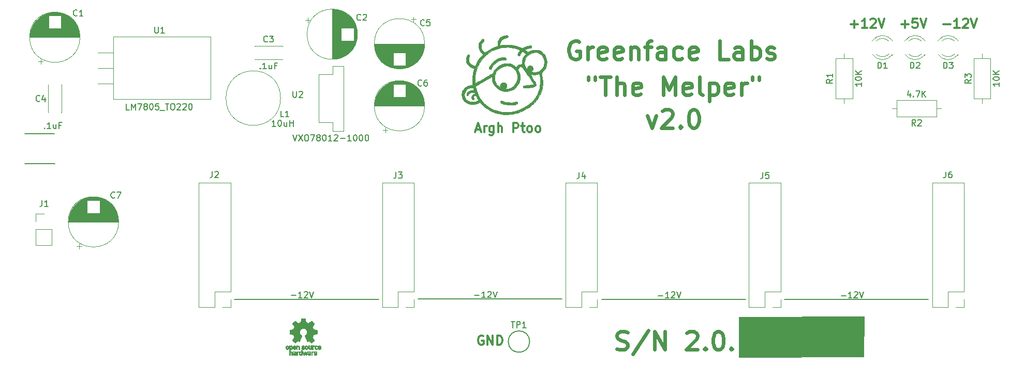
<source format=gbr>
%TF.GenerationSoftware,KiCad,Pcbnew,(6.0.1)*%
%TF.CreationDate,2023-01-03T01:23:29-08:00*%
%TF.ProjectId,Melper,4d656c70-6572-42e6-9b69-6361645f7063,2.0*%
%TF.SameCoordinates,Original*%
%TF.FileFunction,Legend,Top*%
%TF.FilePolarity,Positive*%
%FSLAX46Y46*%
G04 Gerber Fmt 4.6, Leading zero omitted, Abs format (unit mm)*
G04 Created by KiCad (PCBNEW (6.0.1)) date 2023-01-03 01:23:29*
%MOMM*%
%LPD*%
G01*
G04 APERTURE LIST*
%ADD10C,0.150000*%
%ADD11C,0.100000*%
%ADD12C,0.600000*%
%ADD13C,0.300000*%
%ADD14C,0.120000*%
%ADD15C,0.010000*%
G04 APERTURE END LIST*
D10*
X45150000Y-66000000D02*
X40200000Y-66000000D01*
X40200000Y-61100000D02*
X45050000Y-61100000D01*
X164480000Y-88310000D02*
X188050000Y-88310000D01*
X173768095Y-87671428D02*
X174530000Y-87671428D01*
X175530000Y-88052380D02*
X174958571Y-88052380D01*
X175244285Y-88052380D02*
X175244285Y-87052380D01*
X175149047Y-87195238D01*
X175053809Y-87290476D01*
X174958571Y-87338095D01*
X175910952Y-87147619D02*
X175958571Y-87100000D01*
X176053809Y-87052380D01*
X176291904Y-87052380D01*
X176387142Y-87100000D01*
X176434761Y-87147619D01*
X176482380Y-87242857D01*
X176482380Y-87338095D01*
X176434761Y-87480952D01*
X175863333Y-88052380D01*
X176482380Y-88052380D01*
X176768095Y-87052380D02*
X177101428Y-88052380D01*
X177434761Y-87052380D01*
X134570000Y-88310000D02*
X158140000Y-88310000D01*
X143858095Y-87671428D02*
X144620000Y-87671428D01*
X145620000Y-88052380D02*
X145048571Y-88052380D01*
X145334285Y-88052380D02*
X145334285Y-87052380D01*
X145239047Y-87195238D01*
X145143809Y-87290476D01*
X145048571Y-87338095D01*
X146000952Y-87147619D02*
X146048571Y-87100000D01*
X146143809Y-87052380D01*
X146381904Y-87052380D01*
X146477142Y-87100000D01*
X146524761Y-87147619D01*
X146572380Y-87242857D01*
X146572380Y-87338095D01*
X146524761Y-87480952D01*
X145953333Y-88052380D01*
X146572380Y-88052380D01*
X146858095Y-87052380D02*
X147191428Y-88052380D01*
X147524761Y-87052380D01*
X104520000Y-88260000D02*
X128090000Y-88260000D01*
X113808095Y-87621428D02*
X114570000Y-87621428D01*
X115570000Y-88002380D02*
X114998571Y-88002380D01*
X115284285Y-88002380D02*
X115284285Y-87002380D01*
X115189047Y-87145238D01*
X115093809Y-87240476D01*
X114998571Y-87288095D01*
X115950952Y-87097619D02*
X115998571Y-87050000D01*
X116093809Y-87002380D01*
X116331904Y-87002380D01*
X116427142Y-87050000D01*
X116474761Y-87097619D01*
X116522380Y-87192857D01*
X116522380Y-87288095D01*
X116474761Y-87430952D01*
X115903333Y-88002380D01*
X116522380Y-88002380D01*
X116808095Y-87002380D02*
X117141428Y-88002380D01*
X117474761Y-87002380D01*
X83788095Y-87641428D02*
X84550000Y-87641428D01*
X85550000Y-88022380D02*
X84978571Y-88022380D01*
X85264285Y-88022380D02*
X85264285Y-87022380D01*
X85169047Y-87165238D01*
X85073809Y-87260476D01*
X84978571Y-87308095D01*
X85930952Y-87117619D02*
X85978571Y-87070000D01*
X86073809Y-87022380D01*
X86311904Y-87022380D01*
X86407142Y-87070000D01*
X86454761Y-87117619D01*
X86502380Y-87212857D01*
X86502380Y-87308095D01*
X86454761Y-87450952D01*
X85883333Y-88022380D01*
X86502380Y-88022380D01*
X86788095Y-87022380D02*
X87121428Y-88022380D01*
X87454761Y-87022380D01*
X74500000Y-88280000D02*
X98070000Y-88280000D01*
D11*
X177464271Y-97695963D02*
X156997871Y-97746763D01*
X156997871Y-97746763D02*
X156997871Y-91142763D01*
X156997871Y-91142763D02*
X177504271Y-91091963D01*
X177504271Y-91091963D02*
X177464271Y-97695963D01*
G36*
X177464271Y-97695963D02*
G01*
X156997871Y-97746763D01*
X156997871Y-91142763D01*
X177504271Y-91091963D01*
X177464271Y-97695963D01*
G37*
X177464271Y-97695963D02*
X156997871Y-97746763D01*
X156997871Y-91142763D01*
X177504271Y-91091963D01*
X177464271Y-97695963D01*
D12*
X142074285Y-58157142D02*
X142788571Y-60157142D01*
X143502857Y-58157142D01*
X144502857Y-57442857D02*
X144645714Y-57300000D01*
X144931428Y-57157142D01*
X145645714Y-57157142D01*
X145931428Y-57300000D01*
X146074285Y-57442857D01*
X146217142Y-57728571D01*
X146217142Y-58014285D01*
X146074285Y-58442857D01*
X144360000Y-60157142D01*
X146217142Y-60157142D01*
X147502857Y-59871428D02*
X147645714Y-60014285D01*
X147502857Y-60157142D01*
X147360000Y-60014285D01*
X147502857Y-59871428D01*
X147502857Y-60157142D01*
X149502857Y-57157142D02*
X149788571Y-57157142D01*
X150074285Y-57300000D01*
X150217142Y-57442857D01*
X150360000Y-57728571D01*
X150502857Y-58300000D01*
X150502857Y-59014285D01*
X150360000Y-59585714D01*
X150217142Y-59871428D01*
X150074285Y-60014285D01*
X149788571Y-60157142D01*
X149502857Y-60157142D01*
X149217142Y-60014285D01*
X149074285Y-59871428D01*
X148931428Y-59585714D01*
X148788571Y-59014285D01*
X148788571Y-58300000D01*
X148931428Y-57728571D01*
X149074285Y-57442857D01*
X149217142Y-57300000D01*
X149502857Y-57157142D01*
D13*
X115197142Y-94320000D02*
X115054285Y-94248571D01*
X114840000Y-94248571D01*
X114625714Y-94320000D01*
X114482857Y-94462857D01*
X114411428Y-94605714D01*
X114340000Y-94891428D01*
X114340000Y-95105714D01*
X114411428Y-95391428D01*
X114482857Y-95534285D01*
X114625714Y-95677142D01*
X114840000Y-95748571D01*
X114982857Y-95748571D01*
X115197142Y-95677142D01*
X115268571Y-95605714D01*
X115268571Y-95105714D01*
X114982857Y-95105714D01*
X115911428Y-95748571D02*
X115911428Y-94248571D01*
X116768571Y-95748571D01*
X116768571Y-94248571D01*
X117482857Y-95748571D02*
X117482857Y-94248571D01*
X117840000Y-94248571D01*
X118054285Y-94320000D01*
X118197142Y-94462857D01*
X118268571Y-94605714D01*
X118340000Y-94891428D01*
X118340000Y-95105714D01*
X118268571Y-95391428D01*
X118197142Y-95534285D01*
X118054285Y-95677142D01*
X117840000Y-95748571D01*
X117482857Y-95748571D01*
D12*
X137091428Y-96414285D02*
X137520000Y-96557142D01*
X138234285Y-96557142D01*
X138520000Y-96414285D01*
X138662857Y-96271428D01*
X138805714Y-95985714D01*
X138805714Y-95700000D01*
X138662857Y-95414285D01*
X138520000Y-95271428D01*
X138234285Y-95128571D01*
X137662857Y-94985714D01*
X137377142Y-94842857D01*
X137234285Y-94700000D01*
X137091428Y-94414285D01*
X137091428Y-94128571D01*
X137234285Y-93842857D01*
X137377142Y-93700000D01*
X137662857Y-93557142D01*
X138377142Y-93557142D01*
X138805714Y-93700000D01*
X142234285Y-93414285D02*
X139662857Y-97271428D01*
X143234285Y-96557142D02*
X143234285Y-93557142D01*
X144948571Y-96557142D01*
X144948571Y-93557142D01*
X148520000Y-93842857D02*
X148662857Y-93700000D01*
X148948571Y-93557142D01*
X149662857Y-93557142D01*
X149948571Y-93700000D01*
X150091428Y-93842857D01*
X150234285Y-94128571D01*
X150234285Y-94414285D01*
X150091428Y-94842857D01*
X148377142Y-96557142D01*
X150234285Y-96557142D01*
X151520000Y-96271428D02*
X151662857Y-96414285D01*
X151520000Y-96557142D01*
X151377142Y-96414285D01*
X151520000Y-96271428D01*
X151520000Y-96557142D01*
X153520000Y-93557142D02*
X153805714Y-93557142D01*
X154091428Y-93700000D01*
X154234285Y-93842857D01*
X154377142Y-94128571D01*
X154520000Y-94700000D01*
X154520000Y-95414285D01*
X154377142Y-95985714D01*
X154234285Y-96271428D01*
X154091428Y-96414285D01*
X153805714Y-96557142D01*
X153520000Y-96557142D01*
X153234285Y-96414285D01*
X153091428Y-96271428D01*
X152948571Y-95985714D01*
X152805714Y-95414285D01*
X152805714Y-94700000D01*
X152948571Y-94128571D01*
X153091428Y-93842857D01*
X153234285Y-93700000D01*
X153520000Y-93557142D01*
X155805714Y-96271428D02*
X155948571Y-96414285D01*
X155805714Y-96557142D01*
X155662857Y-96414285D01*
X155805714Y-96271428D01*
X155805714Y-96557142D01*
X130907142Y-46050000D02*
X130621428Y-45907142D01*
X130192857Y-45907142D01*
X129764285Y-46050000D01*
X129478571Y-46335714D01*
X129335714Y-46621428D01*
X129192857Y-47192857D01*
X129192857Y-47621428D01*
X129335714Y-48192857D01*
X129478571Y-48478571D01*
X129764285Y-48764285D01*
X130192857Y-48907142D01*
X130478571Y-48907142D01*
X130907142Y-48764285D01*
X131050000Y-48621428D01*
X131050000Y-47621428D01*
X130478571Y-47621428D01*
X132335714Y-48907142D02*
X132335714Y-46907142D01*
X132335714Y-47478571D02*
X132478571Y-47192857D01*
X132621428Y-47050000D01*
X132907142Y-46907142D01*
X133192857Y-46907142D01*
X135335714Y-48764285D02*
X135050000Y-48907142D01*
X134478571Y-48907142D01*
X134192857Y-48764285D01*
X134050000Y-48478571D01*
X134050000Y-47335714D01*
X134192857Y-47050000D01*
X134478571Y-46907142D01*
X135050000Y-46907142D01*
X135335714Y-47050000D01*
X135478571Y-47335714D01*
X135478571Y-47621428D01*
X134050000Y-47907142D01*
X137907142Y-48764285D02*
X137621428Y-48907142D01*
X137050000Y-48907142D01*
X136764285Y-48764285D01*
X136621428Y-48478571D01*
X136621428Y-47335714D01*
X136764285Y-47050000D01*
X137050000Y-46907142D01*
X137621428Y-46907142D01*
X137907142Y-47050000D01*
X138050000Y-47335714D01*
X138050000Y-47621428D01*
X136621428Y-47907142D01*
X139335714Y-46907142D02*
X139335714Y-48907142D01*
X139335714Y-47192857D02*
X139478571Y-47050000D01*
X139764285Y-46907142D01*
X140192857Y-46907142D01*
X140478571Y-47050000D01*
X140621428Y-47335714D01*
X140621428Y-48907142D01*
X141621428Y-46907142D02*
X142764285Y-46907142D01*
X142050000Y-48907142D02*
X142050000Y-46335714D01*
X142192857Y-46050000D01*
X142478571Y-45907142D01*
X142764285Y-45907142D01*
X145050000Y-48907142D02*
X145050000Y-47335714D01*
X144907142Y-47050000D01*
X144621428Y-46907142D01*
X144050000Y-46907142D01*
X143764285Y-47050000D01*
X145050000Y-48764285D02*
X144764285Y-48907142D01*
X144050000Y-48907142D01*
X143764285Y-48764285D01*
X143621428Y-48478571D01*
X143621428Y-48192857D01*
X143764285Y-47907142D01*
X144050000Y-47764285D01*
X144764285Y-47764285D01*
X145050000Y-47621428D01*
X147764285Y-48764285D02*
X147478571Y-48907142D01*
X146907142Y-48907142D01*
X146621428Y-48764285D01*
X146478571Y-48621428D01*
X146335714Y-48335714D01*
X146335714Y-47478571D01*
X146478571Y-47192857D01*
X146621428Y-47050000D01*
X146907142Y-46907142D01*
X147478571Y-46907142D01*
X147764285Y-47050000D01*
X150192857Y-48764285D02*
X149907142Y-48907142D01*
X149335714Y-48907142D01*
X149050000Y-48764285D01*
X148907142Y-48478571D01*
X148907142Y-47335714D01*
X149050000Y-47050000D01*
X149335714Y-46907142D01*
X149907142Y-46907142D01*
X150192857Y-47050000D01*
X150335714Y-47335714D01*
X150335714Y-47621428D01*
X148907142Y-47907142D01*
X155335714Y-48907142D02*
X153907142Y-48907142D01*
X153907142Y-45907142D01*
X157621428Y-48907142D02*
X157621428Y-47335714D01*
X157478571Y-47050000D01*
X157192857Y-46907142D01*
X156621428Y-46907142D01*
X156335714Y-47050000D01*
X157621428Y-48764285D02*
X157335714Y-48907142D01*
X156621428Y-48907142D01*
X156335714Y-48764285D01*
X156192857Y-48478571D01*
X156192857Y-48192857D01*
X156335714Y-47907142D01*
X156621428Y-47764285D01*
X157335714Y-47764285D01*
X157621428Y-47621428D01*
X159050000Y-48907142D02*
X159050000Y-45907142D01*
X159050000Y-47050000D02*
X159335714Y-46907142D01*
X159907142Y-46907142D01*
X160192857Y-47050000D01*
X160335714Y-47192857D01*
X160478571Y-47478571D01*
X160478571Y-48335714D01*
X160335714Y-48621428D01*
X160192857Y-48764285D01*
X159907142Y-48907142D01*
X159335714Y-48907142D01*
X159050000Y-48764285D01*
X161621428Y-48764285D02*
X161907142Y-48907142D01*
X162478571Y-48907142D01*
X162764285Y-48764285D01*
X162907142Y-48478571D01*
X162907142Y-48335714D01*
X162764285Y-48050000D01*
X162478571Y-47907142D01*
X162050000Y-47907142D01*
X161764285Y-47764285D01*
X161621428Y-47478571D01*
X161621428Y-47335714D01*
X161764285Y-47050000D01*
X162050000Y-46907142D01*
X162478571Y-46907142D01*
X162764285Y-47050000D01*
D13*
X113984285Y-60440000D02*
X114698571Y-60440000D01*
X113841428Y-60868571D02*
X114341428Y-59368571D01*
X114841428Y-60868571D01*
X115341428Y-60868571D02*
X115341428Y-59868571D01*
X115341428Y-60154285D02*
X115412857Y-60011428D01*
X115484285Y-59940000D01*
X115627142Y-59868571D01*
X115770000Y-59868571D01*
X116912857Y-59868571D02*
X116912857Y-61082857D01*
X116841428Y-61225714D01*
X116770000Y-61297142D01*
X116627142Y-61368571D01*
X116412857Y-61368571D01*
X116270000Y-61297142D01*
X116912857Y-60797142D02*
X116770000Y-60868571D01*
X116484285Y-60868571D01*
X116341428Y-60797142D01*
X116270000Y-60725714D01*
X116198571Y-60582857D01*
X116198571Y-60154285D01*
X116270000Y-60011428D01*
X116341428Y-59940000D01*
X116484285Y-59868571D01*
X116770000Y-59868571D01*
X116912857Y-59940000D01*
X117627142Y-60868571D02*
X117627142Y-59368571D01*
X118270000Y-60868571D02*
X118270000Y-60082857D01*
X118198571Y-59940000D01*
X118055714Y-59868571D01*
X117841428Y-59868571D01*
X117698571Y-59940000D01*
X117627142Y-60011428D01*
X120127142Y-60868571D02*
X120127142Y-59368571D01*
X120698571Y-59368571D01*
X120841428Y-59440000D01*
X120912857Y-59511428D01*
X120984285Y-59654285D01*
X120984285Y-59868571D01*
X120912857Y-60011428D01*
X120841428Y-60082857D01*
X120698571Y-60154285D01*
X120127142Y-60154285D01*
X121412857Y-59868571D02*
X121984285Y-59868571D01*
X121627142Y-59368571D02*
X121627142Y-60654285D01*
X121698571Y-60797142D01*
X121841428Y-60868571D01*
X121984285Y-60868571D01*
X122698571Y-60868571D02*
X122555714Y-60797142D01*
X122484285Y-60725714D01*
X122412857Y-60582857D01*
X122412857Y-60154285D01*
X122484285Y-60011428D01*
X122555714Y-59940000D01*
X122698571Y-59868571D01*
X122912857Y-59868571D01*
X123055714Y-59940000D01*
X123127142Y-60011428D01*
X123198571Y-60154285D01*
X123198571Y-60582857D01*
X123127142Y-60725714D01*
X123055714Y-60797142D01*
X122912857Y-60868571D01*
X122698571Y-60868571D01*
X124055714Y-60868571D02*
X123912857Y-60797142D01*
X123841428Y-60725714D01*
X123770000Y-60582857D01*
X123770000Y-60154285D01*
X123841428Y-60011428D01*
X123912857Y-59940000D01*
X124055714Y-59868571D01*
X124270000Y-59868571D01*
X124412857Y-59940000D01*
X124484285Y-60011428D01*
X124555714Y-60154285D01*
X124555714Y-60582857D01*
X124484285Y-60725714D01*
X124412857Y-60797142D01*
X124270000Y-60868571D01*
X124055714Y-60868571D01*
X175365714Y-43177142D02*
X176508571Y-43177142D01*
X175937142Y-43748571D02*
X175937142Y-42605714D01*
X178008571Y-43748571D02*
X177151428Y-43748571D01*
X177580000Y-43748571D02*
X177580000Y-42248571D01*
X177437142Y-42462857D01*
X177294285Y-42605714D01*
X177151428Y-42677142D01*
X178580000Y-42391428D02*
X178651428Y-42320000D01*
X178794285Y-42248571D01*
X179151428Y-42248571D01*
X179294285Y-42320000D01*
X179365714Y-42391428D01*
X179437142Y-42534285D01*
X179437142Y-42677142D01*
X179365714Y-42891428D01*
X178508571Y-43748571D01*
X179437142Y-43748571D01*
X179865714Y-42248571D02*
X180365714Y-43748571D01*
X180865714Y-42248571D01*
X183651428Y-43177142D02*
X184794285Y-43177142D01*
X184222857Y-43748571D02*
X184222857Y-42605714D01*
X186222857Y-42248571D02*
X185508571Y-42248571D01*
X185437142Y-42962857D01*
X185508571Y-42891428D01*
X185651428Y-42820000D01*
X186008571Y-42820000D01*
X186151428Y-42891428D01*
X186222857Y-42962857D01*
X186294285Y-43105714D01*
X186294285Y-43462857D01*
X186222857Y-43605714D01*
X186151428Y-43677142D01*
X186008571Y-43748571D01*
X185651428Y-43748571D01*
X185508571Y-43677142D01*
X185437142Y-43605714D01*
X186722857Y-42248571D02*
X187222857Y-43748571D01*
X187722857Y-42248571D01*
X190508571Y-43177142D02*
X191651428Y-43177142D01*
X193151428Y-43748571D02*
X192294285Y-43748571D01*
X192722857Y-43748571D02*
X192722857Y-42248571D01*
X192580000Y-42462857D01*
X192437142Y-42605714D01*
X192294285Y-42677142D01*
X193722857Y-42391428D02*
X193794285Y-42320000D01*
X193937142Y-42248571D01*
X194294285Y-42248571D01*
X194437142Y-42320000D01*
X194508571Y-42391428D01*
X194580000Y-42534285D01*
X194580000Y-42677142D01*
X194508571Y-42891428D01*
X193651428Y-43748571D01*
X194580000Y-43748571D01*
X195008571Y-42248571D02*
X195508571Y-43748571D01*
X196008571Y-42248571D01*
D12*
X132360000Y-51787142D02*
X132360000Y-52358571D01*
X133502857Y-51787142D02*
X133502857Y-52358571D01*
X134360000Y-51787142D02*
X136074285Y-51787142D01*
X135217142Y-54787142D02*
X135217142Y-51787142D01*
X137074285Y-54787142D02*
X137074285Y-51787142D01*
X138360000Y-54787142D02*
X138360000Y-53215714D01*
X138217142Y-52930000D01*
X137931428Y-52787142D01*
X137502857Y-52787142D01*
X137217142Y-52930000D01*
X137074285Y-53072857D01*
X140931428Y-54644285D02*
X140645714Y-54787142D01*
X140074285Y-54787142D01*
X139788571Y-54644285D01*
X139645714Y-54358571D01*
X139645714Y-53215714D01*
X139788571Y-52930000D01*
X140074285Y-52787142D01*
X140645714Y-52787142D01*
X140931428Y-52930000D01*
X141074285Y-53215714D01*
X141074285Y-53501428D01*
X139645714Y-53787142D01*
X144645714Y-54787142D02*
X144645714Y-51787142D01*
X145645714Y-53930000D01*
X146645714Y-51787142D01*
X146645714Y-54787142D01*
X149217142Y-54644285D02*
X148931428Y-54787142D01*
X148360000Y-54787142D01*
X148074285Y-54644285D01*
X147931428Y-54358571D01*
X147931428Y-53215714D01*
X148074285Y-52930000D01*
X148360000Y-52787142D01*
X148931428Y-52787142D01*
X149217142Y-52930000D01*
X149360000Y-53215714D01*
X149360000Y-53501428D01*
X147931428Y-53787142D01*
X151074285Y-54787142D02*
X150788571Y-54644285D01*
X150645714Y-54358571D01*
X150645714Y-51787142D01*
X152217142Y-52787142D02*
X152217142Y-55787142D01*
X152217142Y-52930000D02*
X152502857Y-52787142D01*
X153074285Y-52787142D01*
X153360000Y-52930000D01*
X153502857Y-53072857D01*
X153645714Y-53358571D01*
X153645714Y-54215714D01*
X153502857Y-54501428D01*
X153360000Y-54644285D01*
X153074285Y-54787142D01*
X152502857Y-54787142D01*
X152217142Y-54644285D01*
X156074285Y-54644285D02*
X155788571Y-54787142D01*
X155217142Y-54787142D01*
X154931428Y-54644285D01*
X154788571Y-54358571D01*
X154788571Y-53215714D01*
X154931428Y-52930000D01*
X155217142Y-52787142D01*
X155788571Y-52787142D01*
X156074285Y-52930000D01*
X156217142Y-53215714D01*
X156217142Y-53501428D01*
X154788571Y-53787142D01*
X157502857Y-54787142D02*
X157502857Y-52787142D01*
X157502857Y-53358571D02*
X157645714Y-53072857D01*
X157788571Y-52930000D01*
X158074285Y-52787142D01*
X158360000Y-52787142D01*
X159217142Y-51787142D02*
X159217142Y-52358571D01*
X160360000Y-51787142D02*
X160360000Y-52358571D01*
D10*
%TO.C,C7*%
X54905984Y-71587142D02*
X54858365Y-71634761D01*
X54715508Y-71682380D01*
X54620270Y-71682380D01*
X54477412Y-71634761D01*
X54382174Y-71539523D01*
X54334555Y-71444285D01*
X54286936Y-71253809D01*
X54286936Y-71110952D01*
X54334555Y-70920476D01*
X54382174Y-70825238D01*
X54477412Y-70730000D01*
X54620270Y-70682380D01*
X54715508Y-70682380D01*
X54858365Y-70730000D01*
X54905984Y-70777619D01*
X55239317Y-70682380D02*
X55905984Y-70682380D01*
X55477412Y-71682380D01*
%TO.C,C6*%
X105133333Y-53207142D02*
X105085714Y-53254761D01*
X104942857Y-53302380D01*
X104847619Y-53302380D01*
X104704761Y-53254761D01*
X104609523Y-53159523D01*
X104561904Y-53064285D01*
X104514285Y-52873809D01*
X104514285Y-52730952D01*
X104561904Y-52540476D01*
X104609523Y-52445238D01*
X104704761Y-52350000D01*
X104847619Y-52302380D01*
X104942857Y-52302380D01*
X105085714Y-52350000D01*
X105133333Y-52397619D01*
X105990476Y-52302380D02*
X105800000Y-52302380D01*
X105704761Y-52350000D01*
X105657142Y-52397619D01*
X105561904Y-52540476D01*
X105514285Y-52730952D01*
X105514285Y-53111904D01*
X105561904Y-53207142D01*
X105609523Y-53254761D01*
X105704761Y-53302380D01*
X105895238Y-53302380D01*
X105990476Y-53254761D01*
X106038095Y-53207142D01*
X106085714Y-53111904D01*
X106085714Y-52873809D01*
X106038095Y-52778571D01*
X105990476Y-52730952D01*
X105895238Y-52683333D01*
X105704761Y-52683333D01*
X105609523Y-52730952D01*
X105561904Y-52778571D01*
X105514285Y-52873809D01*
%TO.C,C5*%
X105553333Y-43317142D02*
X105505714Y-43364761D01*
X105362857Y-43412380D01*
X105267619Y-43412380D01*
X105124761Y-43364761D01*
X105029523Y-43269523D01*
X104981904Y-43174285D01*
X104934285Y-42983809D01*
X104934285Y-42840952D01*
X104981904Y-42650476D01*
X105029523Y-42555238D01*
X105124761Y-42460000D01*
X105267619Y-42412380D01*
X105362857Y-42412380D01*
X105505714Y-42460000D01*
X105553333Y-42507619D01*
X106458095Y-42412380D02*
X105981904Y-42412380D01*
X105934285Y-42888571D01*
X105981904Y-42840952D01*
X106077142Y-42793333D01*
X106315238Y-42793333D01*
X106410476Y-42840952D01*
X106458095Y-42888571D01*
X106505714Y-42983809D01*
X106505714Y-43221904D01*
X106458095Y-43317142D01*
X106410476Y-43364761D01*
X106315238Y-43412380D01*
X106077142Y-43412380D01*
X105981904Y-43364761D01*
X105934285Y-43317142D01*
%TO.C,C2*%
X95153333Y-42437142D02*
X95105714Y-42484761D01*
X94962857Y-42532380D01*
X94867619Y-42532380D01*
X94724761Y-42484761D01*
X94629523Y-42389523D01*
X94581904Y-42294285D01*
X94534285Y-42103809D01*
X94534285Y-41960952D01*
X94581904Y-41770476D01*
X94629523Y-41675238D01*
X94724761Y-41580000D01*
X94867619Y-41532380D01*
X94962857Y-41532380D01*
X95105714Y-41580000D01*
X95153333Y-41627619D01*
X95534285Y-41627619D02*
X95581904Y-41580000D01*
X95677142Y-41532380D01*
X95915238Y-41532380D01*
X96010476Y-41580000D01*
X96058095Y-41627619D01*
X96105714Y-41722857D01*
X96105714Y-41818095D01*
X96058095Y-41960952D01*
X95486666Y-42532380D01*
X96105714Y-42532380D01*
%TO.C,C1*%
X48763333Y-41727142D02*
X48715714Y-41774761D01*
X48572857Y-41822380D01*
X48477619Y-41822380D01*
X48334761Y-41774761D01*
X48239523Y-41679523D01*
X48191904Y-41584285D01*
X48144285Y-41393809D01*
X48144285Y-41250952D01*
X48191904Y-41060476D01*
X48239523Y-40965238D01*
X48334761Y-40870000D01*
X48477619Y-40822380D01*
X48572857Y-40822380D01*
X48715714Y-40870000D01*
X48763333Y-40917619D01*
X49715714Y-41822380D02*
X49144285Y-41822380D01*
X49430000Y-41822380D02*
X49430000Y-40822380D01*
X49334761Y-40965238D01*
X49239523Y-41060476D01*
X49144285Y-41108095D01*
%TO.C,U1*%
X61458095Y-43602380D02*
X61458095Y-44411904D01*
X61505714Y-44507142D01*
X61553333Y-44554761D01*
X61648571Y-44602380D01*
X61839047Y-44602380D01*
X61934285Y-44554761D01*
X61981904Y-44507142D01*
X62029523Y-44411904D01*
X62029523Y-43602380D01*
X63029523Y-44602380D02*
X62458095Y-44602380D01*
X62743809Y-44602380D02*
X62743809Y-43602380D01*
X62648571Y-43745238D01*
X62553333Y-43840476D01*
X62458095Y-43888095D01*
X57289047Y-57192380D02*
X56812857Y-57192380D01*
X56812857Y-56192380D01*
X57622380Y-57192380D02*
X57622380Y-56192380D01*
X57955714Y-56906666D01*
X58289047Y-56192380D01*
X58289047Y-57192380D01*
X58670000Y-56192380D02*
X59336666Y-56192380D01*
X58908095Y-57192380D01*
X59860476Y-56620952D02*
X59765238Y-56573333D01*
X59717619Y-56525714D01*
X59670000Y-56430476D01*
X59670000Y-56382857D01*
X59717619Y-56287619D01*
X59765238Y-56240000D01*
X59860476Y-56192380D01*
X60050952Y-56192380D01*
X60146190Y-56240000D01*
X60193809Y-56287619D01*
X60241428Y-56382857D01*
X60241428Y-56430476D01*
X60193809Y-56525714D01*
X60146190Y-56573333D01*
X60050952Y-56620952D01*
X59860476Y-56620952D01*
X59765238Y-56668571D01*
X59717619Y-56716190D01*
X59670000Y-56811428D01*
X59670000Y-57001904D01*
X59717619Y-57097142D01*
X59765238Y-57144761D01*
X59860476Y-57192380D01*
X60050952Y-57192380D01*
X60146190Y-57144761D01*
X60193809Y-57097142D01*
X60241428Y-57001904D01*
X60241428Y-56811428D01*
X60193809Y-56716190D01*
X60146190Y-56668571D01*
X60050952Y-56620952D01*
X60860476Y-56192380D02*
X60955714Y-56192380D01*
X61050952Y-56240000D01*
X61098571Y-56287619D01*
X61146190Y-56382857D01*
X61193809Y-56573333D01*
X61193809Y-56811428D01*
X61146190Y-57001904D01*
X61098571Y-57097142D01*
X61050952Y-57144761D01*
X60955714Y-57192380D01*
X60860476Y-57192380D01*
X60765238Y-57144761D01*
X60717619Y-57097142D01*
X60670000Y-57001904D01*
X60622380Y-56811428D01*
X60622380Y-56573333D01*
X60670000Y-56382857D01*
X60717619Y-56287619D01*
X60765238Y-56240000D01*
X60860476Y-56192380D01*
X62098571Y-56192380D02*
X61622380Y-56192380D01*
X61574761Y-56668571D01*
X61622380Y-56620952D01*
X61717619Y-56573333D01*
X61955714Y-56573333D01*
X62050952Y-56620952D01*
X62098571Y-56668571D01*
X62146190Y-56763809D01*
X62146190Y-57001904D01*
X62098571Y-57097142D01*
X62050952Y-57144761D01*
X61955714Y-57192380D01*
X61717619Y-57192380D01*
X61622380Y-57144761D01*
X61574761Y-57097142D01*
X62336666Y-57287619D02*
X63098571Y-57287619D01*
X63193809Y-56192380D02*
X63765238Y-56192380D01*
X63479523Y-57192380D02*
X63479523Y-56192380D01*
X64289047Y-56192380D02*
X64479523Y-56192380D01*
X64574761Y-56240000D01*
X64670000Y-56335238D01*
X64717619Y-56525714D01*
X64717619Y-56859047D01*
X64670000Y-57049523D01*
X64574761Y-57144761D01*
X64479523Y-57192380D01*
X64289047Y-57192380D01*
X64193809Y-57144761D01*
X64098571Y-57049523D01*
X64050952Y-56859047D01*
X64050952Y-56525714D01*
X64098571Y-56335238D01*
X64193809Y-56240000D01*
X64289047Y-56192380D01*
X65098571Y-56287619D02*
X65146190Y-56240000D01*
X65241428Y-56192380D01*
X65479523Y-56192380D01*
X65574761Y-56240000D01*
X65622380Y-56287619D01*
X65670000Y-56382857D01*
X65670000Y-56478095D01*
X65622380Y-56620952D01*
X65050952Y-57192380D01*
X65670000Y-57192380D01*
X66050952Y-56287619D02*
X66098571Y-56240000D01*
X66193809Y-56192380D01*
X66431904Y-56192380D01*
X66527142Y-56240000D01*
X66574761Y-56287619D01*
X66622380Y-56382857D01*
X66622380Y-56478095D01*
X66574761Y-56620952D01*
X66003333Y-57192380D01*
X66622380Y-57192380D01*
X67241428Y-56192380D02*
X67336666Y-56192380D01*
X67431904Y-56240000D01*
X67479523Y-56287619D01*
X67527142Y-56382857D01*
X67574761Y-56573333D01*
X67574761Y-56811428D01*
X67527142Y-57001904D01*
X67479523Y-57097142D01*
X67431904Y-57144761D01*
X67336666Y-57192380D01*
X67241428Y-57192380D01*
X67146190Y-57144761D01*
X67098571Y-57097142D01*
X67050952Y-57001904D01*
X67003333Y-56811428D01*
X67003333Y-56573333D01*
X67050952Y-56382857D01*
X67098571Y-56287619D01*
X67146190Y-56240000D01*
X67241428Y-56192380D01*
%TO.C,D1*%
X179786904Y-50412380D02*
X179786904Y-49412380D01*
X180025000Y-49412380D01*
X180167857Y-49460000D01*
X180263095Y-49555238D01*
X180310714Y-49650476D01*
X180358333Y-49840952D01*
X180358333Y-49983809D01*
X180310714Y-50174285D01*
X180263095Y-50269523D01*
X180167857Y-50364761D01*
X180025000Y-50412380D01*
X179786904Y-50412380D01*
X181310714Y-50412380D02*
X180739285Y-50412380D01*
X181025000Y-50412380D02*
X181025000Y-49412380D01*
X180929761Y-49555238D01*
X180834523Y-49650476D01*
X180739285Y-49698095D01*
%TO.C,D2*%
X185126904Y-50412380D02*
X185126904Y-49412380D01*
X185365000Y-49412380D01*
X185507857Y-49460000D01*
X185603095Y-49555238D01*
X185650714Y-49650476D01*
X185698333Y-49840952D01*
X185698333Y-49983809D01*
X185650714Y-50174285D01*
X185603095Y-50269523D01*
X185507857Y-50364761D01*
X185365000Y-50412380D01*
X185126904Y-50412380D01*
X186079285Y-49507619D02*
X186126904Y-49460000D01*
X186222142Y-49412380D01*
X186460238Y-49412380D01*
X186555476Y-49460000D01*
X186603095Y-49507619D01*
X186650714Y-49602857D01*
X186650714Y-49698095D01*
X186603095Y-49840952D01*
X186031666Y-50412380D01*
X186650714Y-50412380D01*
%TO.C,J5*%
X160956666Y-67472380D02*
X160956666Y-68186666D01*
X160909047Y-68329523D01*
X160813809Y-68424761D01*
X160670952Y-68472380D01*
X160575714Y-68472380D01*
X161909047Y-67472380D02*
X161432857Y-67472380D01*
X161385238Y-67948571D01*
X161432857Y-67900952D01*
X161528095Y-67853333D01*
X161766190Y-67853333D01*
X161861428Y-67900952D01*
X161909047Y-67948571D01*
X161956666Y-68043809D01*
X161956666Y-68281904D01*
X161909047Y-68377142D01*
X161861428Y-68424761D01*
X161766190Y-68472380D01*
X161528095Y-68472380D01*
X161432857Y-68424761D01*
X161385238Y-68377142D01*
%TO.C,J3*%
X100936666Y-67422380D02*
X100936666Y-68136666D01*
X100889047Y-68279523D01*
X100793809Y-68374761D01*
X100650952Y-68422380D01*
X100555714Y-68422380D01*
X101317619Y-67422380D02*
X101936666Y-67422380D01*
X101603333Y-67803333D01*
X101746190Y-67803333D01*
X101841428Y-67850952D01*
X101889047Y-67898571D01*
X101936666Y-67993809D01*
X101936666Y-68231904D01*
X101889047Y-68327142D01*
X101841428Y-68374761D01*
X101746190Y-68422380D01*
X101460476Y-68422380D01*
X101365238Y-68374761D01*
X101317619Y-68327142D01*
%TO.C,U2*%
X84078095Y-54162380D02*
X84078095Y-54971904D01*
X84125714Y-55067142D01*
X84173333Y-55114761D01*
X84268571Y-55162380D01*
X84459047Y-55162380D01*
X84554285Y-55114761D01*
X84601904Y-55067142D01*
X84649523Y-54971904D01*
X84649523Y-54162380D01*
X85078095Y-54257619D02*
X85125714Y-54210000D01*
X85220952Y-54162380D01*
X85459047Y-54162380D01*
X85554285Y-54210000D01*
X85601904Y-54257619D01*
X85649523Y-54352857D01*
X85649523Y-54448095D01*
X85601904Y-54590952D01*
X85030476Y-55162380D01*
X85649523Y-55162380D01*
X84061904Y-61292380D02*
X84395238Y-62292380D01*
X84728571Y-61292380D01*
X84966666Y-61292380D02*
X85633333Y-62292380D01*
X85633333Y-61292380D02*
X84966666Y-62292380D01*
X86204761Y-61292380D02*
X86395238Y-61292380D01*
X86490476Y-61340000D01*
X86585714Y-61435238D01*
X86633333Y-61625714D01*
X86633333Y-61959047D01*
X86585714Y-62149523D01*
X86490476Y-62244761D01*
X86395238Y-62292380D01*
X86204761Y-62292380D01*
X86109523Y-62244761D01*
X86014285Y-62149523D01*
X85966666Y-61959047D01*
X85966666Y-61625714D01*
X86014285Y-61435238D01*
X86109523Y-61340000D01*
X86204761Y-61292380D01*
X86966666Y-61292380D02*
X87633333Y-61292380D01*
X87204761Y-62292380D01*
X88157142Y-61720952D02*
X88061904Y-61673333D01*
X88014285Y-61625714D01*
X87966666Y-61530476D01*
X87966666Y-61482857D01*
X88014285Y-61387619D01*
X88061904Y-61340000D01*
X88157142Y-61292380D01*
X88347619Y-61292380D01*
X88442857Y-61340000D01*
X88490476Y-61387619D01*
X88538095Y-61482857D01*
X88538095Y-61530476D01*
X88490476Y-61625714D01*
X88442857Y-61673333D01*
X88347619Y-61720952D01*
X88157142Y-61720952D01*
X88061904Y-61768571D01*
X88014285Y-61816190D01*
X87966666Y-61911428D01*
X87966666Y-62101904D01*
X88014285Y-62197142D01*
X88061904Y-62244761D01*
X88157142Y-62292380D01*
X88347619Y-62292380D01*
X88442857Y-62244761D01*
X88490476Y-62197142D01*
X88538095Y-62101904D01*
X88538095Y-61911428D01*
X88490476Y-61816190D01*
X88442857Y-61768571D01*
X88347619Y-61720952D01*
X89157142Y-61292380D02*
X89252380Y-61292380D01*
X89347619Y-61340000D01*
X89395238Y-61387619D01*
X89442857Y-61482857D01*
X89490476Y-61673333D01*
X89490476Y-61911428D01*
X89442857Y-62101904D01*
X89395238Y-62197142D01*
X89347619Y-62244761D01*
X89252380Y-62292380D01*
X89157142Y-62292380D01*
X89061904Y-62244761D01*
X89014285Y-62197142D01*
X88966666Y-62101904D01*
X88919047Y-61911428D01*
X88919047Y-61673333D01*
X88966666Y-61482857D01*
X89014285Y-61387619D01*
X89061904Y-61340000D01*
X89157142Y-61292380D01*
X90442857Y-62292380D02*
X89871428Y-62292380D01*
X90157142Y-62292380D02*
X90157142Y-61292380D01*
X90061904Y-61435238D01*
X89966666Y-61530476D01*
X89871428Y-61578095D01*
X90823809Y-61387619D02*
X90871428Y-61340000D01*
X90966666Y-61292380D01*
X91204761Y-61292380D01*
X91300000Y-61340000D01*
X91347619Y-61387619D01*
X91395238Y-61482857D01*
X91395238Y-61578095D01*
X91347619Y-61720952D01*
X90776190Y-62292380D01*
X91395238Y-62292380D01*
X91823809Y-61911428D02*
X92585714Y-61911428D01*
X93585714Y-62292380D02*
X93014285Y-62292380D01*
X93300000Y-62292380D02*
X93300000Y-61292380D01*
X93204761Y-61435238D01*
X93109523Y-61530476D01*
X93014285Y-61578095D01*
X94204761Y-61292380D02*
X94300000Y-61292380D01*
X94395238Y-61340000D01*
X94442857Y-61387619D01*
X94490476Y-61482857D01*
X94538095Y-61673333D01*
X94538095Y-61911428D01*
X94490476Y-62101904D01*
X94442857Y-62197142D01*
X94395238Y-62244761D01*
X94300000Y-62292380D01*
X94204761Y-62292380D01*
X94109523Y-62244761D01*
X94061904Y-62197142D01*
X94014285Y-62101904D01*
X93966666Y-61911428D01*
X93966666Y-61673333D01*
X94014285Y-61482857D01*
X94061904Y-61387619D01*
X94109523Y-61340000D01*
X94204761Y-61292380D01*
X95157142Y-61292380D02*
X95252380Y-61292380D01*
X95347619Y-61340000D01*
X95395238Y-61387619D01*
X95442857Y-61482857D01*
X95490476Y-61673333D01*
X95490476Y-61911428D01*
X95442857Y-62101904D01*
X95395238Y-62197142D01*
X95347619Y-62244761D01*
X95252380Y-62292380D01*
X95157142Y-62292380D01*
X95061904Y-62244761D01*
X95014285Y-62197142D01*
X94966666Y-62101904D01*
X94919047Y-61911428D01*
X94919047Y-61673333D01*
X94966666Y-61482857D01*
X95014285Y-61387619D01*
X95061904Y-61340000D01*
X95157142Y-61292380D01*
X96109523Y-61292380D02*
X96204761Y-61292380D01*
X96300000Y-61340000D01*
X96347619Y-61387619D01*
X96395238Y-61482857D01*
X96442857Y-61673333D01*
X96442857Y-61911428D01*
X96395238Y-62101904D01*
X96347619Y-62197142D01*
X96300000Y-62244761D01*
X96204761Y-62292380D01*
X96109523Y-62292380D01*
X96014285Y-62244761D01*
X95966666Y-62197142D01*
X95919047Y-62101904D01*
X95871428Y-61911428D01*
X95871428Y-61673333D01*
X95919047Y-61482857D01*
X95966666Y-61387619D01*
X96014285Y-61340000D01*
X96109523Y-61292380D01*
%TO.C,J4*%
X130916666Y-67452380D02*
X130916666Y-68166666D01*
X130869047Y-68309523D01*
X130773809Y-68404761D01*
X130630952Y-68452380D01*
X130535714Y-68452380D01*
X131821428Y-67785714D02*
X131821428Y-68452380D01*
X131583333Y-67404761D02*
X131345238Y-68119047D01*
X131964285Y-68119047D01*
%TO.C,R1*%
X172342380Y-52226666D02*
X171866190Y-52560000D01*
X172342380Y-52798095D02*
X171342380Y-52798095D01*
X171342380Y-52417142D01*
X171390000Y-52321904D01*
X171437619Y-52274285D01*
X171532857Y-52226666D01*
X171675714Y-52226666D01*
X171770952Y-52274285D01*
X171818571Y-52321904D01*
X171866190Y-52417142D01*
X171866190Y-52798095D01*
X172342380Y-51274285D02*
X172342380Y-51845714D01*
X172342380Y-51560000D02*
X171342380Y-51560000D01*
X171485238Y-51655238D01*
X171580476Y-51750476D01*
X171628095Y-51845714D01*
X177082380Y-52750476D02*
X177082380Y-53321904D01*
X177082380Y-53036190D02*
X176082380Y-53036190D01*
X176225238Y-53131428D01*
X176320476Y-53226666D01*
X176368095Y-53321904D01*
X176082380Y-52131428D02*
X176082380Y-52036190D01*
X176130000Y-51940952D01*
X176177619Y-51893333D01*
X176272857Y-51845714D01*
X176463333Y-51798095D01*
X176701428Y-51798095D01*
X176891904Y-51845714D01*
X176987142Y-51893333D01*
X177034761Y-51940952D01*
X177082380Y-52036190D01*
X177082380Y-52131428D01*
X177034761Y-52226666D01*
X176987142Y-52274285D01*
X176891904Y-52321904D01*
X176701428Y-52369523D01*
X176463333Y-52369523D01*
X176272857Y-52321904D01*
X176177619Y-52274285D01*
X176130000Y-52226666D01*
X176082380Y-52131428D01*
X177082380Y-51369523D02*
X176082380Y-51369523D01*
X177082380Y-50798095D02*
X176510952Y-51226666D01*
X176082380Y-50798095D02*
X176653809Y-51369523D01*
%TO.C,C3*%
X79913333Y-45997142D02*
X79865714Y-46044761D01*
X79722857Y-46092380D01*
X79627619Y-46092380D01*
X79484761Y-46044761D01*
X79389523Y-45949523D01*
X79341904Y-45854285D01*
X79294285Y-45663809D01*
X79294285Y-45520952D01*
X79341904Y-45330476D01*
X79389523Y-45235238D01*
X79484761Y-45140000D01*
X79627619Y-45092380D01*
X79722857Y-45092380D01*
X79865714Y-45140000D01*
X79913333Y-45187619D01*
X80246666Y-45092380D02*
X80865714Y-45092380D01*
X80532380Y-45473333D01*
X80675238Y-45473333D01*
X80770476Y-45520952D01*
X80818095Y-45568571D01*
X80865714Y-45663809D01*
X80865714Y-45901904D01*
X80818095Y-45997142D01*
X80770476Y-46044761D01*
X80675238Y-46092380D01*
X80389523Y-46092380D01*
X80294285Y-46044761D01*
X80246666Y-45997142D01*
X78722857Y-50397142D02*
X78770476Y-50444761D01*
X78722857Y-50492380D01*
X78675238Y-50444761D01*
X78722857Y-50397142D01*
X78722857Y-50492380D01*
X79722857Y-50492380D02*
X79151428Y-50492380D01*
X79437142Y-50492380D02*
X79437142Y-49492380D01*
X79341904Y-49635238D01*
X79246666Y-49730476D01*
X79151428Y-49778095D01*
X80580000Y-49825714D02*
X80580000Y-50492380D01*
X80151428Y-49825714D02*
X80151428Y-50349523D01*
X80199047Y-50444761D01*
X80294285Y-50492380D01*
X80437142Y-50492380D01*
X80532380Y-50444761D01*
X80580000Y-50397142D01*
X81389523Y-49968571D02*
X81056190Y-49968571D01*
X81056190Y-50492380D02*
X81056190Y-49492380D01*
X81532380Y-49492380D01*
%TO.C,C4*%
X42653333Y-55747142D02*
X42605714Y-55794761D01*
X42462857Y-55842380D01*
X42367619Y-55842380D01*
X42224761Y-55794761D01*
X42129523Y-55699523D01*
X42081904Y-55604285D01*
X42034285Y-55413809D01*
X42034285Y-55270952D01*
X42081904Y-55080476D01*
X42129523Y-54985238D01*
X42224761Y-54890000D01*
X42367619Y-54842380D01*
X42462857Y-54842380D01*
X42605714Y-54890000D01*
X42653333Y-54937619D01*
X43510476Y-55175714D02*
X43510476Y-55842380D01*
X43272380Y-54794761D02*
X43034285Y-55509047D01*
X43653333Y-55509047D01*
X43452857Y-60167142D02*
X43500476Y-60214761D01*
X43452857Y-60262380D01*
X43405238Y-60214761D01*
X43452857Y-60167142D01*
X43452857Y-60262380D01*
X44452857Y-60262380D02*
X43881428Y-60262380D01*
X44167142Y-60262380D02*
X44167142Y-59262380D01*
X44071904Y-59405238D01*
X43976666Y-59500476D01*
X43881428Y-59548095D01*
X45310000Y-59595714D02*
X45310000Y-60262380D01*
X44881428Y-59595714D02*
X44881428Y-60119523D01*
X44929047Y-60214761D01*
X45024285Y-60262380D01*
X45167142Y-60262380D01*
X45262380Y-60214761D01*
X45310000Y-60167142D01*
X46119523Y-59738571D02*
X45786190Y-59738571D01*
X45786190Y-60262380D02*
X45786190Y-59262380D01*
X46262380Y-59262380D01*
%TO.C,D3*%
X190536904Y-50412380D02*
X190536904Y-49412380D01*
X190775000Y-49412380D01*
X190917857Y-49460000D01*
X191013095Y-49555238D01*
X191060714Y-49650476D01*
X191108333Y-49840952D01*
X191108333Y-49983809D01*
X191060714Y-50174285D01*
X191013095Y-50269523D01*
X190917857Y-50364761D01*
X190775000Y-50412380D01*
X190536904Y-50412380D01*
X191441666Y-49412380D02*
X192060714Y-49412380D01*
X191727380Y-49793333D01*
X191870238Y-49793333D01*
X191965476Y-49840952D01*
X192013095Y-49888571D01*
X192060714Y-49983809D01*
X192060714Y-50221904D01*
X192013095Y-50317142D01*
X191965476Y-50364761D01*
X191870238Y-50412380D01*
X191584523Y-50412380D01*
X191489285Y-50364761D01*
X191441666Y-50317142D01*
%TO.C,TP1*%
X119788095Y-91922380D02*
X120359523Y-91922380D01*
X120073809Y-92922380D02*
X120073809Y-91922380D01*
X120692857Y-92922380D02*
X120692857Y-91922380D01*
X121073809Y-91922380D01*
X121169047Y-91970000D01*
X121216666Y-92017619D01*
X121264285Y-92112857D01*
X121264285Y-92255714D01*
X121216666Y-92350952D01*
X121169047Y-92398571D01*
X121073809Y-92446190D01*
X120692857Y-92446190D01*
X122216666Y-92922380D02*
X121645238Y-92922380D01*
X121930952Y-92922380D02*
X121930952Y-91922380D01*
X121835714Y-92065238D01*
X121740476Y-92160476D01*
X121645238Y-92208095D01*
%TO.C,R2*%
X185933333Y-59822380D02*
X185600000Y-59346190D01*
X185361904Y-59822380D02*
X185361904Y-58822380D01*
X185742857Y-58822380D01*
X185838095Y-58870000D01*
X185885714Y-58917619D01*
X185933333Y-59012857D01*
X185933333Y-59155714D01*
X185885714Y-59250952D01*
X185838095Y-59298571D01*
X185742857Y-59346190D01*
X185361904Y-59346190D01*
X186314285Y-58917619D02*
X186361904Y-58870000D01*
X186457142Y-58822380D01*
X186695238Y-58822380D01*
X186790476Y-58870000D01*
X186838095Y-58917619D01*
X186885714Y-59012857D01*
X186885714Y-59108095D01*
X186838095Y-59250952D01*
X186266666Y-59822380D01*
X186885714Y-59822380D01*
X185076190Y-54415714D02*
X185076190Y-55082380D01*
X184838095Y-54034761D02*
X184600000Y-54749047D01*
X185219047Y-54749047D01*
X185600000Y-54987142D02*
X185647619Y-55034761D01*
X185600000Y-55082380D01*
X185552380Y-55034761D01*
X185600000Y-54987142D01*
X185600000Y-55082380D01*
X185980952Y-54082380D02*
X186647619Y-54082380D01*
X186219047Y-55082380D01*
X187028571Y-55082380D02*
X187028571Y-54082380D01*
X187600000Y-55082380D02*
X187171428Y-54510952D01*
X187600000Y-54082380D02*
X187028571Y-54653809D01*
%TO.C,R3*%
X195012380Y-52256666D02*
X194536190Y-52590000D01*
X195012380Y-52828095D02*
X194012380Y-52828095D01*
X194012380Y-52447142D01*
X194060000Y-52351904D01*
X194107619Y-52304285D01*
X194202857Y-52256666D01*
X194345714Y-52256666D01*
X194440952Y-52304285D01*
X194488571Y-52351904D01*
X194536190Y-52447142D01*
X194536190Y-52828095D01*
X194012380Y-51923333D02*
X194012380Y-51304285D01*
X194393333Y-51637619D01*
X194393333Y-51494761D01*
X194440952Y-51399523D01*
X194488571Y-51351904D01*
X194583809Y-51304285D01*
X194821904Y-51304285D01*
X194917142Y-51351904D01*
X194964761Y-51399523D01*
X195012380Y-51494761D01*
X195012380Y-51780476D01*
X194964761Y-51875714D01*
X194917142Y-51923333D01*
X199632380Y-52750476D02*
X199632380Y-53321904D01*
X199632380Y-53036190D02*
X198632380Y-53036190D01*
X198775238Y-53131428D01*
X198870476Y-53226666D01*
X198918095Y-53321904D01*
X198632380Y-52131428D02*
X198632380Y-52036190D01*
X198680000Y-51940952D01*
X198727619Y-51893333D01*
X198822857Y-51845714D01*
X199013333Y-51798095D01*
X199251428Y-51798095D01*
X199441904Y-51845714D01*
X199537142Y-51893333D01*
X199584761Y-51940952D01*
X199632380Y-52036190D01*
X199632380Y-52131428D01*
X199584761Y-52226666D01*
X199537142Y-52274285D01*
X199441904Y-52321904D01*
X199251428Y-52369523D01*
X199013333Y-52369523D01*
X198822857Y-52321904D01*
X198727619Y-52274285D01*
X198680000Y-52226666D01*
X198632380Y-52131428D01*
X199632380Y-51369523D02*
X198632380Y-51369523D01*
X199632380Y-50798095D02*
X199060952Y-51226666D01*
X198632380Y-50798095D02*
X199203809Y-51369523D01*
%TO.C,J1*%
X43029317Y-72022380D02*
X43029317Y-72736666D01*
X42981698Y-72879523D01*
X42886460Y-72974761D01*
X42743603Y-73022380D01*
X42648365Y-73022380D01*
X44029317Y-73022380D02*
X43457889Y-73022380D01*
X43743603Y-73022380D02*
X43743603Y-72022380D01*
X43648365Y-72165238D01*
X43553127Y-72260476D01*
X43457889Y-72308095D01*
%TO.C,J6*%
X190896666Y-67352380D02*
X190896666Y-68066666D01*
X190849047Y-68209523D01*
X190753809Y-68304761D01*
X190610952Y-68352380D01*
X190515714Y-68352380D01*
X191801428Y-67352380D02*
X191610952Y-67352380D01*
X191515714Y-67400000D01*
X191468095Y-67447619D01*
X191372857Y-67590476D01*
X191325238Y-67780952D01*
X191325238Y-68161904D01*
X191372857Y-68257142D01*
X191420476Y-68304761D01*
X191515714Y-68352380D01*
X191706190Y-68352380D01*
X191801428Y-68304761D01*
X191849047Y-68257142D01*
X191896666Y-68161904D01*
X191896666Y-67923809D01*
X191849047Y-67828571D01*
X191801428Y-67780952D01*
X191706190Y-67733333D01*
X191515714Y-67733333D01*
X191420476Y-67780952D01*
X191372857Y-67828571D01*
X191325238Y-67923809D01*
%TO.C,J2*%
X70876666Y-67312380D02*
X70876666Y-68026666D01*
X70829047Y-68169523D01*
X70733809Y-68264761D01*
X70590952Y-68312380D01*
X70495714Y-68312380D01*
X71305238Y-67407619D02*
X71352857Y-67360000D01*
X71448095Y-67312380D01*
X71686190Y-67312380D01*
X71781428Y-67360000D01*
X71829047Y-67407619D01*
X71876666Y-67502857D01*
X71876666Y-67598095D01*
X71829047Y-67740952D01*
X71257619Y-68312380D01*
X71876666Y-68312380D01*
%TO.C,L1*%
X82563333Y-58362380D02*
X82087142Y-58362380D01*
X82087142Y-57362380D01*
X83420476Y-58362380D02*
X82849047Y-58362380D01*
X83134761Y-58362380D02*
X83134761Y-57362380D01*
X83039523Y-57505238D01*
X82944285Y-57600476D01*
X82849047Y-57648095D01*
X81243333Y-59902380D02*
X80671904Y-59902380D01*
X80957619Y-59902380D02*
X80957619Y-58902380D01*
X80862380Y-59045238D01*
X80767142Y-59140476D01*
X80671904Y-59188095D01*
X81862380Y-58902380D02*
X81957619Y-58902380D01*
X82052857Y-58950000D01*
X82100476Y-58997619D01*
X82148095Y-59092857D01*
X82195714Y-59283333D01*
X82195714Y-59521428D01*
X82148095Y-59711904D01*
X82100476Y-59807142D01*
X82052857Y-59854761D01*
X81957619Y-59902380D01*
X81862380Y-59902380D01*
X81767142Y-59854761D01*
X81719523Y-59807142D01*
X81671904Y-59711904D01*
X81624285Y-59521428D01*
X81624285Y-59283333D01*
X81671904Y-59092857D01*
X81719523Y-58997619D01*
X81767142Y-58950000D01*
X81862380Y-58902380D01*
X83052857Y-59235714D02*
X83052857Y-59902380D01*
X82624285Y-59235714D02*
X82624285Y-59759523D01*
X82671904Y-59854761D01*
X82767142Y-59902380D01*
X82910000Y-59902380D01*
X83005238Y-59854761D01*
X83052857Y-59807142D01*
X83529047Y-59902380D02*
X83529047Y-58902380D01*
X83529047Y-59378571D02*
X84100476Y-59378571D01*
X84100476Y-59902380D02*
X84100476Y-58902380D01*
D14*
%TO.C,C7*%
X47455651Y-74621651D02*
X55389651Y-74621651D01*
X49870651Y-71781651D02*
X52974651Y-71781651D01*
X49256651Y-72101651D02*
X50382651Y-72101651D01*
X52462651Y-73901651D02*
X55144651Y-73901651D01*
X48477651Y-72741651D02*
X50382651Y-72741651D01*
X47420651Y-74781651D02*
X55424651Y-74781651D01*
X52462651Y-73581651D02*
X54984651Y-73581651D01*
X47465651Y-74581651D02*
X55379651Y-74581651D01*
X52462651Y-73341651D02*
X54840651Y-73341651D01*
X47617651Y-74101651D02*
X50382651Y-74101651D01*
X52462651Y-72981651D02*
X54578651Y-72981651D01*
X49969651Y-71741651D02*
X52875651Y-71741651D01*
X47428651Y-74741651D02*
X55416651Y-74741651D01*
X47348651Y-75342651D02*
X55496651Y-75342651D01*
X49458651Y-71981651D02*
X53386651Y-71981651D01*
X47370651Y-75102651D02*
X55474651Y-75102651D01*
X52462651Y-72501651D02*
X54119651Y-72501651D01*
X52462651Y-72381651D02*
X53978651Y-72381651D01*
X50889651Y-71501651D02*
X51955651Y-71501651D01*
X52462651Y-72701651D02*
X54329651Y-72701651D01*
X52462651Y-73261651D02*
X54787651Y-73261651D01*
X47365651Y-75142651D02*
X55479651Y-75142651D01*
X47342651Y-75502651D02*
X55502651Y-75502651D01*
X52462651Y-73221651D02*
X54760651Y-73221651D01*
X47882651Y-73541651D02*
X50382651Y-73541651D01*
X48771651Y-72461651D02*
X50382651Y-72461651D01*
X49135651Y-72181651D02*
X50382651Y-72181651D01*
X48866651Y-72381651D02*
X50382651Y-72381651D01*
X48004651Y-73341651D02*
X50382651Y-73341651D01*
X52462651Y-72901651D02*
X54512651Y-72901651D01*
X48681651Y-72541651D02*
X50382651Y-72541651D01*
X52462651Y-74101651D02*
X55227651Y-74101651D01*
X50193651Y-71661651D02*
X52651651Y-71661651D01*
X47520651Y-74381651D02*
X55324651Y-74381651D01*
X47718651Y-73861651D02*
X50382651Y-73861651D01*
X48266651Y-72981651D02*
X50382651Y-72981651D01*
X49107651Y-79992349D02*
X49107651Y-79192349D01*
X47437651Y-74701651D02*
X55407651Y-74701651D01*
X47545651Y-74301651D02*
X55299651Y-74301651D01*
X47392651Y-74942651D02*
X55452651Y-74942651D01*
X47665651Y-73981651D02*
X50382651Y-73981651D01*
X48367651Y-72861651D02*
X50382651Y-72861651D01*
X49320651Y-72061651D02*
X50382651Y-72061651D01*
X47508651Y-74421651D02*
X55336651Y-74421651D01*
X48084651Y-73221651D02*
X50382651Y-73221651D01*
X50474651Y-71581651D02*
X52370651Y-71581651D01*
X47736651Y-73821651D02*
X50382651Y-73821651D01*
X49609651Y-71901651D02*
X53235651Y-71901651D01*
X52462651Y-73461651D02*
X54915651Y-73461651D01*
X47559651Y-74261651D02*
X55285651Y-74261651D01*
X47775651Y-73741651D02*
X50382651Y-73741651D01*
X52462651Y-72741651D02*
X54367651Y-72741651D01*
X50076651Y-71701651D02*
X52768651Y-71701651D01*
X52462651Y-73501651D02*
X54939651Y-73501651D01*
X48707651Y-79592349D02*
X49507651Y-79592349D01*
X48030651Y-73301651D02*
X50382651Y-73301651D01*
X47700651Y-73901651D02*
X50382651Y-73901651D01*
X52462651Y-73941651D02*
X55162651Y-73941651D01*
X47486651Y-74501651D02*
X55358651Y-74501651D01*
X52462651Y-73421651D02*
X54891651Y-73421651D01*
X52462651Y-72861651D02*
X54477651Y-72861651D01*
X48298651Y-72941651D02*
X50382651Y-72941651D01*
X47354651Y-75262651D02*
X55490651Y-75262651D01*
X52462651Y-74021651D02*
X55196651Y-74021651D01*
X48968651Y-72301651D02*
X50382651Y-72301651D01*
X52462651Y-72141651D02*
X53650651Y-72141651D01*
X47497651Y-74461651D02*
X55347651Y-74461651D01*
X49777651Y-71821651D02*
X53067651Y-71821651D01*
X47978651Y-73381651D02*
X50382651Y-73381651D01*
X47380651Y-75022651D02*
X55464651Y-75022651D01*
X52462651Y-72941651D02*
X54546651Y-72941651D01*
X48818651Y-72421651D02*
X50382651Y-72421651D01*
X52462651Y-72061651D02*
X53524651Y-72061651D01*
X50324651Y-71621651D02*
X52520651Y-71621651D01*
X47838651Y-73621651D02*
X50382651Y-73621651D01*
X48233651Y-73021651D02*
X50382651Y-73021651D01*
X47446651Y-74661651D02*
X55398651Y-74661651D01*
X48638651Y-72581651D02*
X50382651Y-72581651D01*
X47533651Y-74341651D02*
X55311651Y-74341651D01*
X50654651Y-71541651D02*
X52190651Y-71541651D01*
X52462651Y-74061651D02*
X55212651Y-74061651D01*
X52462651Y-73541651D02*
X54962651Y-73541651D01*
X47816651Y-73661651D02*
X50382651Y-73661651D01*
X52462651Y-73381651D02*
X54866651Y-73381651D01*
X52462651Y-73781651D02*
X55088651Y-73781651D01*
X52462651Y-73621651D02*
X55006651Y-73621651D01*
X52462651Y-72821651D02*
X54441651Y-72821651D01*
X52462651Y-72261651D02*
X53822651Y-72261651D01*
X47385651Y-74982651D02*
X55459651Y-74982651D01*
X52462651Y-73741651D02*
X55069651Y-73741651D01*
X52462651Y-73821651D02*
X55108651Y-73821651D01*
X52462651Y-73701651D02*
X55049651Y-73701651D01*
X47357651Y-75222651D02*
X55487651Y-75222651D01*
X47374651Y-75062651D02*
X55470651Y-75062651D01*
X49532651Y-71941651D02*
X53312651Y-71941651D01*
X47405651Y-74861651D02*
X55439651Y-74861651D01*
X47587651Y-74181651D02*
X55257651Y-74181651D01*
X52462651Y-73301651D02*
X54814651Y-73301651D01*
X52462651Y-73141651D02*
X54702651Y-73141651D01*
X48403651Y-72821651D02*
X50382651Y-72821651D01*
X52462651Y-73981651D02*
X55179651Y-73981651D01*
X49022651Y-72261651D02*
X50382651Y-72261651D01*
X48057651Y-73261651D02*
X50382651Y-73261651D01*
X47756651Y-73781651D02*
X50382651Y-73781651D01*
X47351651Y-75302651D02*
X55493651Y-75302651D01*
X48439651Y-72781651D02*
X50382651Y-72781651D01*
X52462651Y-72341651D02*
X53927651Y-72341651D01*
X47601651Y-74141651D02*
X55243651Y-74141651D01*
X47343651Y-75462651D02*
X55501651Y-75462651D01*
X49194651Y-72141651D02*
X50382651Y-72141651D01*
X52462651Y-72421651D02*
X54026651Y-72421651D01*
X52462651Y-73661651D02*
X55028651Y-73661651D01*
X47345651Y-75422651D02*
X55499651Y-75422651D01*
X52462651Y-73101651D02*
X54672651Y-73101651D01*
X47648651Y-74021651D02*
X50382651Y-74021651D01*
X52462651Y-72781651D02*
X54405651Y-72781651D01*
X47905651Y-73501651D02*
X50382651Y-73501651D01*
X48596651Y-72621651D02*
X50382651Y-72621651D01*
X47682651Y-73941651D02*
X50382651Y-73941651D01*
X52462651Y-72581651D02*
X54206651Y-72581651D01*
X52462651Y-72541651D02*
X54163651Y-72541651D01*
X47342651Y-75542651D02*
X55502651Y-75542651D01*
X47398651Y-74902651D02*
X55446651Y-74902651D01*
X47475651Y-74541651D02*
X55369651Y-74541651D01*
X52462651Y-72221651D02*
X53767651Y-72221651D01*
X47953651Y-73421651D02*
X50382651Y-73421651D01*
X47342651Y-75582651D02*
X55502651Y-75582651D01*
X48202651Y-73061651D02*
X50382651Y-73061651D01*
X49077651Y-72221651D02*
X50382651Y-72221651D01*
X48332651Y-72901651D02*
X50382651Y-72901651D01*
X48917651Y-72341651D02*
X50382651Y-72341651D01*
X52462651Y-72301651D02*
X53876651Y-72301651D01*
X47860651Y-73581651D02*
X50382651Y-73581651D01*
X52462651Y-73861651D02*
X55126651Y-73861651D01*
X52462651Y-72181651D02*
X53709651Y-72181651D01*
X47361651Y-75182651D02*
X55483651Y-75182651D01*
X48725651Y-72501651D02*
X50382651Y-72501651D01*
X49388651Y-72021651D02*
X53456651Y-72021651D01*
X52462651Y-73061651D02*
X54642651Y-73061651D01*
X48515651Y-72701651D02*
X50382651Y-72701651D01*
X52462651Y-73181651D02*
X54731651Y-73181651D01*
X47632651Y-74061651D02*
X50382651Y-74061651D01*
X52462651Y-72461651D02*
X54073651Y-72461651D01*
X47412651Y-74821651D02*
X55432651Y-74821651D01*
X52462651Y-72661651D02*
X54289651Y-72661651D01*
X52462651Y-73021651D02*
X54611651Y-73021651D01*
X48555651Y-72661651D02*
X50382651Y-72661651D01*
X52462651Y-72621651D02*
X54248651Y-72621651D01*
X48113651Y-73181651D02*
X50382651Y-73181651D01*
X48142651Y-73141651D02*
X50382651Y-73141651D01*
X47346651Y-75382651D02*
X55498651Y-75382651D01*
X48172651Y-73101651D02*
X50382651Y-73101651D01*
X47795651Y-73701651D02*
X50382651Y-73701651D01*
X47929651Y-73461651D02*
X50382651Y-73461651D01*
X52462651Y-72101651D02*
X53588651Y-72101651D01*
X49691651Y-71861651D02*
X53153651Y-71861651D01*
X47572651Y-74221651D02*
X55272651Y-74221651D01*
X55542651Y-75582651D02*
G75*
G03*
X55542651Y-75582651I-4120000J0D01*
G01*
%TO.C,C6*%
X97533000Y-55581651D02*
X105467000Y-55581651D01*
X99948000Y-52741651D02*
X103052000Y-52741651D01*
X99334000Y-53061651D02*
X100460000Y-53061651D01*
X102540000Y-54861651D02*
X105222000Y-54861651D01*
X98555000Y-53701651D02*
X100460000Y-53701651D01*
X97498000Y-55741651D02*
X105502000Y-55741651D01*
X102540000Y-54541651D02*
X105062000Y-54541651D01*
X97543000Y-55541651D02*
X105457000Y-55541651D01*
X102540000Y-54301651D02*
X104918000Y-54301651D01*
X97695000Y-55061651D02*
X100460000Y-55061651D01*
X102540000Y-53941651D02*
X104656000Y-53941651D01*
X100047000Y-52701651D02*
X102953000Y-52701651D01*
X97506000Y-55701651D02*
X105494000Y-55701651D01*
X97426000Y-56302651D02*
X105574000Y-56302651D01*
X99536000Y-52941651D02*
X103464000Y-52941651D01*
X97448000Y-56062651D02*
X105552000Y-56062651D01*
X102540000Y-53461651D02*
X104197000Y-53461651D01*
X102540000Y-53341651D02*
X104056000Y-53341651D01*
X100967000Y-52461651D02*
X102033000Y-52461651D01*
X102540000Y-53661651D02*
X104407000Y-53661651D01*
X102540000Y-54221651D02*
X104865000Y-54221651D01*
X97443000Y-56102651D02*
X105557000Y-56102651D01*
X97420000Y-56462651D02*
X105580000Y-56462651D01*
X102540000Y-54181651D02*
X104838000Y-54181651D01*
X97960000Y-54501651D02*
X100460000Y-54501651D01*
X98849000Y-53421651D02*
X100460000Y-53421651D01*
X99213000Y-53141651D02*
X100460000Y-53141651D01*
X98944000Y-53341651D02*
X100460000Y-53341651D01*
X98082000Y-54301651D02*
X100460000Y-54301651D01*
X102540000Y-53861651D02*
X104590000Y-53861651D01*
X98759000Y-53501651D02*
X100460000Y-53501651D01*
X102540000Y-55061651D02*
X105305000Y-55061651D01*
X100271000Y-52621651D02*
X102729000Y-52621651D01*
X97598000Y-55341651D02*
X105402000Y-55341651D01*
X97796000Y-54821651D02*
X100460000Y-54821651D01*
X98344000Y-53941651D02*
X100460000Y-53941651D01*
X99185000Y-60952349D02*
X99185000Y-60152349D01*
X97515000Y-55661651D02*
X105485000Y-55661651D01*
X97623000Y-55261651D02*
X105377000Y-55261651D01*
X97470000Y-55902651D02*
X105530000Y-55902651D01*
X97743000Y-54941651D02*
X100460000Y-54941651D01*
X98445000Y-53821651D02*
X100460000Y-53821651D01*
X99398000Y-53021651D02*
X100460000Y-53021651D01*
X97586000Y-55381651D02*
X105414000Y-55381651D01*
X98162000Y-54181651D02*
X100460000Y-54181651D01*
X100552000Y-52541651D02*
X102448000Y-52541651D01*
X97814000Y-54781651D02*
X100460000Y-54781651D01*
X99687000Y-52861651D02*
X103313000Y-52861651D01*
X102540000Y-54421651D02*
X104993000Y-54421651D01*
X97637000Y-55221651D02*
X105363000Y-55221651D01*
X97853000Y-54701651D02*
X100460000Y-54701651D01*
X102540000Y-53701651D02*
X104445000Y-53701651D01*
X100154000Y-52661651D02*
X102846000Y-52661651D01*
X102540000Y-54461651D02*
X105017000Y-54461651D01*
X98785000Y-60552349D02*
X99585000Y-60552349D01*
X98108000Y-54261651D02*
X100460000Y-54261651D01*
X97778000Y-54861651D02*
X100460000Y-54861651D01*
X102540000Y-54901651D02*
X105240000Y-54901651D01*
X97564000Y-55461651D02*
X105436000Y-55461651D01*
X102540000Y-54381651D02*
X104969000Y-54381651D01*
X102540000Y-53821651D02*
X104555000Y-53821651D01*
X98376000Y-53901651D02*
X100460000Y-53901651D01*
X97432000Y-56222651D02*
X105568000Y-56222651D01*
X102540000Y-54981651D02*
X105274000Y-54981651D01*
X99046000Y-53261651D02*
X100460000Y-53261651D01*
X102540000Y-53101651D02*
X103728000Y-53101651D01*
X97575000Y-55421651D02*
X105425000Y-55421651D01*
X99855000Y-52781651D02*
X103145000Y-52781651D01*
X98056000Y-54341651D02*
X100460000Y-54341651D01*
X97458000Y-55982651D02*
X105542000Y-55982651D01*
X102540000Y-53901651D02*
X104624000Y-53901651D01*
X98896000Y-53381651D02*
X100460000Y-53381651D01*
X102540000Y-53021651D02*
X103602000Y-53021651D01*
X100402000Y-52581651D02*
X102598000Y-52581651D01*
X97916000Y-54581651D02*
X100460000Y-54581651D01*
X98311000Y-53981651D02*
X100460000Y-53981651D01*
X97524000Y-55621651D02*
X105476000Y-55621651D01*
X98716000Y-53541651D02*
X100460000Y-53541651D01*
X97611000Y-55301651D02*
X105389000Y-55301651D01*
X100732000Y-52501651D02*
X102268000Y-52501651D01*
X102540000Y-55021651D02*
X105290000Y-55021651D01*
X102540000Y-54501651D02*
X105040000Y-54501651D01*
X97894000Y-54621651D02*
X100460000Y-54621651D01*
X102540000Y-54341651D02*
X104944000Y-54341651D01*
X102540000Y-54741651D02*
X105166000Y-54741651D01*
X102540000Y-54581651D02*
X105084000Y-54581651D01*
X102540000Y-53781651D02*
X104519000Y-53781651D01*
X102540000Y-53221651D02*
X103900000Y-53221651D01*
X97463000Y-55942651D02*
X105537000Y-55942651D01*
X102540000Y-54701651D02*
X105147000Y-54701651D01*
X102540000Y-54781651D02*
X105186000Y-54781651D01*
X102540000Y-54661651D02*
X105127000Y-54661651D01*
X97435000Y-56182651D02*
X105565000Y-56182651D01*
X97452000Y-56022651D02*
X105548000Y-56022651D01*
X99610000Y-52901651D02*
X103390000Y-52901651D01*
X97483000Y-55821651D02*
X105517000Y-55821651D01*
X97665000Y-55141651D02*
X105335000Y-55141651D01*
X102540000Y-54261651D02*
X104892000Y-54261651D01*
X102540000Y-54101651D02*
X104780000Y-54101651D01*
X98481000Y-53781651D02*
X100460000Y-53781651D01*
X102540000Y-54941651D02*
X105257000Y-54941651D01*
X99100000Y-53221651D02*
X100460000Y-53221651D01*
X98135000Y-54221651D02*
X100460000Y-54221651D01*
X97834000Y-54741651D02*
X100460000Y-54741651D01*
X97429000Y-56262651D02*
X105571000Y-56262651D01*
X98517000Y-53741651D02*
X100460000Y-53741651D01*
X102540000Y-53301651D02*
X104005000Y-53301651D01*
X97679000Y-55101651D02*
X105321000Y-55101651D01*
X97421000Y-56422651D02*
X105579000Y-56422651D01*
X99272000Y-53101651D02*
X100460000Y-53101651D01*
X102540000Y-53381651D02*
X104104000Y-53381651D01*
X102540000Y-54621651D02*
X105106000Y-54621651D01*
X97423000Y-56382651D02*
X105577000Y-56382651D01*
X102540000Y-54061651D02*
X104750000Y-54061651D01*
X97726000Y-54981651D02*
X100460000Y-54981651D01*
X102540000Y-53741651D02*
X104483000Y-53741651D01*
X97983000Y-54461651D02*
X100460000Y-54461651D01*
X98674000Y-53581651D02*
X100460000Y-53581651D01*
X97760000Y-54901651D02*
X100460000Y-54901651D01*
X102540000Y-53541651D02*
X104284000Y-53541651D01*
X102540000Y-53501651D02*
X104241000Y-53501651D01*
X97420000Y-56502651D02*
X105580000Y-56502651D01*
X97476000Y-55862651D02*
X105524000Y-55862651D01*
X97553000Y-55501651D02*
X105447000Y-55501651D01*
X102540000Y-53181651D02*
X103845000Y-53181651D01*
X98031000Y-54381651D02*
X100460000Y-54381651D01*
X97420000Y-56542651D02*
X105580000Y-56542651D01*
X98280000Y-54021651D02*
X100460000Y-54021651D01*
X99155000Y-53181651D02*
X100460000Y-53181651D01*
X98410000Y-53861651D02*
X100460000Y-53861651D01*
X98995000Y-53301651D02*
X100460000Y-53301651D01*
X102540000Y-53261651D02*
X103954000Y-53261651D01*
X97938000Y-54541651D02*
X100460000Y-54541651D01*
X102540000Y-54821651D02*
X105204000Y-54821651D01*
X102540000Y-53141651D02*
X103787000Y-53141651D01*
X97439000Y-56142651D02*
X105561000Y-56142651D01*
X98803000Y-53461651D02*
X100460000Y-53461651D01*
X99466000Y-52981651D02*
X103534000Y-52981651D01*
X102540000Y-54021651D02*
X104720000Y-54021651D01*
X98593000Y-53661651D02*
X100460000Y-53661651D01*
X102540000Y-54141651D02*
X104809000Y-54141651D01*
X97710000Y-55021651D02*
X100460000Y-55021651D01*
X102540000Y-53421651D02*
X104151000Y-53421651D01*
X97490000Y-55781651D02*
X105510000Y-55781651D01*
X102540000Y-53621651D02*
X104367000Y-53621651D01*
X102540000Y-53981651D02*
X104689000Y-53981651D01*
X98633000Y-53621651D02*
X100460000Y-53621651D01*
X102540000Y-53581651D02*
X104326000Y-53581651D01*
X98191000Y-54141651D02*
X100460000Y-54141651D01*
X98220000Y-54101651D02*
X100460000Y-54101651D01*
X97424000Y-56342651D02*
X105576000Y-56342651D01*
X98250000Y-54061651D02*
X100460000Y-54061651D01*
X97873000Y-54661651D02*
X100460000Y-54661651D01*
X98007000Y-54421651D02*
X100460000Y-54421651D01*
X102540000Y-53061651D02*
X103666000Y-53061651D01*
X99769000Y-52821651D02*
X103231000Y-52821651D01*
X97650000Y-55181651D02*
X105350000Y-55181651D01*
X105620000Y-56542651D02*
G75*
G03*
X105620000Y-56542651I-4120000J0D01*
G01*
%TO.C,C5*%
X105467000Y-47328349D02*
X97533000Y-47328349D01*
X103052000Y-50168349D02*
X99948000Y-50168349D01*
X103666000Y-49848349D02*
X102540000Y-49848349D01*
X100460000Y-48048349D02*
X97778000Y-48048349D01*
X104445000Y-49208349D02*
X102540000Y-49208349D01*
X105502000Y-47168349D02*
X97498000Y-47168349D01*
X100460000Y-48368349D02*
X97938000Y-48368349D01*
X105457000Y-47368349D02*
X97543000Y-47368349D01*
X100460000Y-48608349D02*
X98082000Y-48608349D01*
X105305000Y-47848349D02*
X102540000Y-47848349D01*
X100460000Y-48968349D02*
X98344000Y-48968349D01*
X102953000Y-50208349D02*
X100047000Y-50208349D01*
X105494000Y-47208349D02*
X97506000Y-47208349D01*
X105574000Y-46607349D02*
X97426000Y-46607349D01*
X103464000Y-49968349D02*
X99536000Y-49968349D01*
X105552000Y-46847349D02*
X97448000Y-46847349D01*
X100460000Y-49448349D02*
X98803000Y-49448349D01*
X100460000Y-49568349D02*
X98944000Y-49568349D01*
X102033000Y-50448349D02*
X100967000Y-50448349D01*
X100460000Y-49248349D02*
X98593000Y-49248349D01*
X100460000Y-48688349D02*
X98135000Y-48688349D01*
X105557000Y-46807349D02*
X97443000Y-46807349D01*
X105580000Y-46447349D02*
X97420000Y-46447349D01*
X100460000Y-48728349D02*
X98162000Y-48728349D01*
X105040000Y-48408349D02*
X102540000Y-48408349D01*
X104151000Y-49488349D02*
X102540000Y-49488349D01*
X103787000Y-49768349D02*
X102540000Y-49768349D01*
X104056000Y-49568349D02*
X102540000Y-49568349D01*
X104918000Y-48608349D02*
X102540000Y-48608349D01*
X100460000Y-49048349D02*
X98410000Y-49048349D01*
X104241000Y-49408349D02*
X102540000Y-49408349D01*
X100460000Y-47848349D02*
X97695000Y-47848349D01*
X102729000Y-50288349D02*
X100271000Y-50288349D01*
X105402000Y-47568349D02*
X97598000Y-47568349D01*
X105204000Y-48088349D02*
X102540000Y-48088349D01*
X104656000Y-48968349D02*
X102540000Y-48968349D01*
X103815000Y-41957651D02*
X103815000Y-42757651D01*
X105485000Y-47248349D02*
X97515000Y-47248349D01*
X105377000Y-47648349D02*
X97623000Y-47648349D01*
X105530000Y-47007349D02*
X97470000Y-47007349D01*
X105257000Y-47968349D02*
X102540000Y-47968349D01*
X104555000Y-49088349D02*
X102540000Y-49088349D01*
X103602000Y-49888349D02*
X102540000Y-49888349D01*
X105414000Y-47528349D02*
X97586000Y-47528349D01*
X104838000Y-48728349D02*
X102540000Y-48728349D01*
X102448000Y-50368349D02*
X100552000Y-50368349D01*
X105186000Y-48128349D02*
X102540000Y-48128349D01*
X103313000Y-50048349D02*
X99687000Y-50048349D01*
X100460000Y-48488349D02*
X98007000Y-48488349D01*
X105363000Y-47688349D02*
X97637000Y-47688349D01*
X105147000Y-48208349D02*
X102540000Y-48208349D01*
X100460000Y-49208349D02*
X98555000Y-49208349D01*
X102846000Y-50248349D02*
X100154000Y-50248349D01*
X100460000Y-48448349D02*
X97983000Y-48448349D01*
X104215000Y-42357651D02*
X103415000Y-42357651D01*
X104892000Y-48648349D02*
X102540000Y-48648349D01*
X105222000Y-48048349D02*
X102540000Y-48048349D01*
X100460000Y-48008349D02*
X97760000Y-48008349D01*
X105436000Y-47448349D02*
X97564000Y-47448349D01*
X100460000Y-48528349D02*
X98031000Y-48528349D01*
X100460000Y-49088349D02*
X98445000Y-49088349D01*
X104624000Y-49008349D02*
X102540000Y-49008349D01*
X105568000Y-46687349D02*
X97432000Y-46687349D01*
X100460000Y-47928349D02*
X97726000Y-47928349D01*
X103954000Y-49648349D02*
X102540000Y-49648349D01*
X100460000Y-49808349D02*
X99272000Y-49808349D01*
X105425000Y-47488349D02*
X97575000Y-47488349D01*
X103145000Y-50128349D02*
X99855000Y-50128349D01*
X104944000Y-48568349D02*
X102540000Y-48568349D01*
X105542000Y-46927349D02*
X97458000Y-46927349D01*
X100460000Y-49008349D02*
X98376000Y-49008349D01*
X104104000Y-49528349D02*
X102540000Y-49528349D01*
X100460000Y-49888349D02*
X99398000Y-49888349D01*
X102598000Y-50328349D02*
X100402000Y-50328349D01*
X105084000Y-48328349D02*
X102540000Y-48328349D01*
X104689000Y-48928349D02*
X102540000Y-48928349D01*
X105476000Y-47288349D02*
X97524000Y-47288349D01*
X104284000Y-49368349D02*
X102540000Y-49368349D01*
X105389000Y-47608349D02*
X97611000Y-47608349D01*
X102268000Y-50408349D02*
X100732000Y-50408349D01*
X100460000Y-47888349D02*
X97710000Y-47888349D01*
X100460000Y-48408349D02*
X97960000Y-48408349D01*
X105106000Y-48288349D02*
X102540000Y-48288349D01*
X100460000Y-48568349D02*
X98056000Y-48568349D01*
X100460000Y-48168349D02*
X97834000Y-48168349D01*
X100460000Y-48328349D02*
X97916000Y-48328349D01*
X100460000Y-49128349D02*
X98481000Y-49128349D01*
X100460000Y-49688349D02*
X99100000Y-49688349D01*
X105537000Y-46967349D02*
X97463000Y-46967349D01*
X100460000Y-48208349D02*
X97853000Y-48208349D01*
X100460000Y-48128349D02*
X97814000Y-48128349D01*
X100460000Y-48248349D02*
X97873000Y-48248349D01*
X105565000Y-46727349D02*
X97435000Y-46727349D01*
X105548000Y-46887349D02*
X97452000Y-46887349D01*
X103390000Y-50008349D02*
X99610000Y-50008349D01*
X105517000Y-47088349D02*
X97483000Y-47088349D01*
X105335000Y-47768349D02*
X97665000Y-47768349D01*
X100460000Y-48648349D02*
X98108000Y-48648349D01*
X100460000Y-48808349D02*
X98220000Y-48808349D01*
X104519000Y-49128349D02*
X102540000Y-49128349D01*
X100460000Y-47968349D02*
X97743000Y-47968349D01*
X103900000Y-49688349D02*
X102540000Y-49688349D01*
X104865000Y-48688349D02*
X102540000Y-48688349D01*
X105166000Y-48168349D02*
X102540000Y-48168349D01*
X105571000Y-46647349D02*
X97429000Y-46647349D01*
X104483000Y-49168349D02*
X102540000Y-49168349D01*
X100460000Y-49608349D02*
X98995000Y-49608349D01*
X105321000Y-47808349D02*
X97679000Y-47808349D01*
X105579000Y-46487349D02*
X97421000Y-46487349D01*
X103728000Y-49808349D02*
X102540000Y-49808349D01*
X100460000Y-49528349D02*
X98896000Y-49528349D01*
X100460000Y-48288349D02*
X97894000Y-48288349D01*
X105577000Y-46527349D02*
X97423000Y-46527349D01*
X100460000Y-48848349D02*
X98250000Y-48848349D01*
X105274000Y-47928349D02*
X102540000Y-47928349D01*
X100460000Y-49168349D02*
X98517000Y-49168349D01*
X105017000Y-48448349D02*
X102540000Y-48448349D01*
X104326000Y-49328349D02*
X102540000Y-49328349D01*
X105240000Y-48008349D02*
X102540000Y-48008349D01*
X100460000Y-49368349D02*
X98716000Y-49368349D01*
X100460000Y-49408349D02*
X98759000Y-49408349D01*
X105580000Y-46407349D02*
X97420000Y-46407349D01*
X105524000Y-47047349D02*
X97476000Y-47047349D01*
X105447000Y-47408349D02*
X97553000Y-47408349D01*
X100460000Y-49728349D02*
X99155000Y-49728349D01*
X104969000Y-48528349D02*
X102540000Y-48528349D01*
X105580000Y-46367349D02*
X97420000Y-46367349D01*
X104720000Y-48888349D02*
X102540000Y-48888349D01*
X103845000Y-49728349D02*
X102540000Y-49728349D01*
X104590000Y-49048349D02*
X102540000Y-49048349D01*
X104005000Y-49608349D02*
X102540000Y-49608349D01*
X100460000Y-49648349D02*
X99046000Y-49648349D01*
X105062000Y-48368349D02*
X102540000Y-48368349D01*
X100460000Y-48088349D02*
X97796000Y-48088349D01*
X100460000Y-49768349D02*
X99213000Y-49768349D01*
X105561000Y-46767349D02*
X97439000Y-46767349D01*
X104197000Y-49448349D02*
X102540000Y-49448349D01*
X103534000Y-49928349D02*
X99466000Y-49928349D01*
X100460000Y-48888349D02*
X98280000Y-48888349D01*
X104407000Y-49248349D02*
X102540000Y-49248349D01*
X100460000Y-48768349D02*
X98191000Y-48768349D01*
X105290000Y-47888349D02*
X102540000Y-47888349D01*
X100460000Y-49488349D02*
X98849000Y-49488349D01*
X105510000Y-47128349D02*
X97490000Y-47128349D01*
X100460000Y-49288349D02*
X98633000Y-49288349D01*
X100460000Y-48928349D02*
X98311000Y-48928349D01*
X104367000Y-49288349D02*
X102540000Y-49288349D01*
X100460000Y-49328349D02*
X98674000Y-49328349D01*
X104809000Y-48768349D02*
X102540000Y-48768349D01*
X104780000Y-48808349D02*
X102540000Y-48808349D01*
X105576000Y-46567349D02*
X97424000Y-46567349D01*
X104750000Y-48848349D02*
X102540000Y-48848349D01*
X105127000Y-48248349D02*
X102540000Y-48248349D01*
X104993000Y-48488349D02*
X102540000Y-48488349D01*
X100460000Y-49848349D02*
X99334000Y-49848349D01*
X103231000Y-50088349D02*
X99769000Y-50088349D01*
X105350000Y-47728349D02*
X97650000Y-47728349D01*
X105620000Y-46367349D02*
G75*
G03*
X105620000Y-46367349I-4120000J0D01*
G01*
%TO.C,C2*%
X94620000Y-44810000D02*
G75*
G03*
X94620000Y-44810000I-4120000J0D01*
G01*
X91861000Y-40960000D02*
X91861000Y-48660000D01*
X94221000Y-43079000D02*
X94221000Y-46541000D01*
X93981000Y-45850000D02*
X93981000Y-46976000D01*
X92621000Y-41317000D02*
X92621000Y-43770000D01*
X92381000Y-41183000D02*
X92381000Y-43770000D01*
X92981000Y-41560000D02*
X92981000Y-43770000D01*
X90700000Y-40734000D02*
X90700000Y-48886000D01*
X92941000Y-41530000D02*
X92941000Y-43770000D01*
X92901000Y-41501000D02*
X92901000Y-43770000D01*
X93461000Y-45850000D02*
X93461000Y-47636000D01*
X93421000Y-41943000D02*
X93421000Y-43770000D01*
X93061000Y-45850000D02*
X93061000Y-47999000D01*
X93421000Y-45850000D02*
X93421000Y-47677000D01*
X91261000Y-40800000D02*
X91261000Y-48820000D01*
X93621000Y-45850000D02*
X93621000Y-47461000D01*
X92021000Y-41020000D02*
X92021000Y-43770000D01*
X92901000Y-45850000D02*
X92901000Y-48119000D01*
X93381000Y-41903000D02*
X93381000Y-43770000D01*
X93021000Y-45850000D02*
X93021000Y-48030000D01*
X94061000Y-42776000D02*
X94061000Y-46844000D01*
X93581000Y-42113000D02*
X93581000Y-43770000D01*
X90900000Y-40749000D02*
X90900000Y-48871000D01*
X93901000Y-45850000D02*
X93901000Y-47097000D01*
X92221000Y-45850000D02*
X92221000Y-48514000D01*
X92501000Y-41248000D02*
X92501000Y-43770000D01*
X93781000Y-45850000D02*
X93781000Y-47264000D01*
X93741000Y-42305000D02*
X93741000Y-43770000D01*
X93181000Y-41720000D02*
X93181000Y-43770000D01*
X93861000Y-42465000D02*
X93861000Y-43770000D01*
X93021000Y-41590000D02*
X93021000Y-43770000D01*
X90500000Y-40730000D02*
X90500000Y-48890000D01*
X92661000Y-41341000D02*
X92661000Y-43770000D01*
X93861000Y-45850000D02*
X93861000Y-47155000D01*
X91541000Y-40863000D02*
X91541000Y-48757000D01*
X91180000Y-40786000D02*
X91180000Y-48834000D01*
X90540000Y-40730000D02*
X90540000Y-48890000D01*
X93541000Y-45850000D02*
X93541000Y-47551000D01*
X93501000Y-45850000D02*
X93501000Y-47594000D01*
X92141000Y-41070000D02*
X92141000Y-43770000D01*
X93461000Y-41984000D02*
X93461000Y-43770000D01*
X92581000Y-41293000D02*
X92581000Y-43770000D01*
X93301000Y-45850000D02*
X93301000Y-47793000D01*
X92061000Y-41036000D02*
X92061000Y-43770000D01*
X92981000Y-45850000D02*
X92981000Y-48060000D01*
X90660000Y-40733000D02*
X90660000Y-48887000D01*
X92421000Y-45850000D02*
X92421000Y-48416000D01*
X93661000Y-45850000D02*
X93661000Y-47414000D01*
X93941000Y-42582000D02*
X93941000Y-43770000D01*
X90620000Y-40731000D02*
X90620000Y-48889000D01*
X91941000Y-40989000D02*
X91941000Y-48631000D01*
X93741000Y-45850000D02*
X93741000Y-47315000D01*
X93301000Y-41827000D02*
X93301000Y-43770000D01*
X90780000Y-40739000D02*
X90780000Y-48881000D01*
X92301000Y-41144000D02*
X92301000Y-43770000D01*
X92821000Y-41445000D02*
X92821000Y-43770000D01*
X93821000Y-42410000D02*
X93821000Y-43770000D01*
X92101000Y-45850000D02*
X92101000Y-48567000D01*
X93261000Y-41791000D02*
X93261000Y-43770000D01*
X92941000Y-45850000D02*
X92941000Y-48090000D01*
X92781000Y-45850000D02*
X92781000Y-48202000D01*
X91901000Y-40975000D02*
X91901000Y-48645000D01*
X91221000Y-40793000D02*
X91221000Y-48827000D01*
X94141000Y-42920000D02*
X94141000Y-46700000D01*
X91020000Y-40762000D02*
X91020000Y-48858000D01*
X90860000Y-40745000D02*
X90860000Y-48875000D01*
X92381000Y-45850000D02*
X92381000Y-48437000D01*
X92261000Y-45850000D02*
X92261000Y-48496000D01*
X92341000Y-45850000D02*
X92341000Y-48457000D01*
X91100000Y-40773000D02*
X91100000Y-48847000D01*
X93821000Y-45850000D02*
X93821000Y-47210000D01*
X93261000Y-45850000D02*
X93261000Y-47829000D01*
X92461000Y-45850000D02*
X92461000Y-48394000D01*
X92301000Y-45850000D02*
X92301000Y-48476000D01*
X92701000Y-45850000D02*
X92701000Y-48254000D01*
X92421000Y-41204000D02*
X92421000Y-43770000D01*
X92541000Y-45850000D02*
X92541000Y-48350000D01*
X92021000Y-45850000D02*
X92021000Y-48600000D01*
X94541000Y-44042000D02*
X94541000Y-45578000D01*
X91741000Y-40921000D02*
X91741000Y-48699000D01*
X93501000Y-42026000D02*
X93501000Y-43770000D01*
X91421000Y-40834000D02*
X91421000Y-48786000D01*
X93061000Y-41621000D02*
X93061000Y-43770000D01*
X92461000Y-41226000D02*
X92461000Y-43770000D01*
X94461000Y-43712000D02*
X94461000Y-45908000D01*
X94021000Y-45850000D02*
X94021000Y-46912000D01*
X93661000Y-42206000D02*
X93661000Y-43770000D01*
X93141000Y-45850000D02*
X93141000Y-47934000D01*
X91060000Y-40768000D02*
X91060000Y-48852000D01*
X92701000Y-41366000D02*
X92701000Y-43770000D01*
X94261000Y-43165000D02*
X94261000Y-46455000D01*
X91621000Y-40885000D02*
X91621000Y-48735000D01*
X93941000Y-45850000D02*
X93941000Y-47038000D01*
X93781000Y-42356000D02*
X93781000Y-43770000D01*
X92061000Y-45850000D02*
X92061000Y-48584000D01*
X90820000Y-40742000D02*
X90820000Y-48878000D01*
X93141000Y-41686000D02*
X93141000Y-43770000D01*
X93221000Y-45850000D02*
X93221000Y-47865000D01*
X92661000Y-45850000D02*
X92661000Y-48279000D01*
X91581000Y-40874000D02*
X91581000Y-48746000D01*
X92141000Y-45850000D02*
X92141000Y-48550000D01*
X92181000Y-41088000D02*
X92181000Y-43770000D01*
X92781000Y-41418000D02*
X92781000Y-43770000D01*
X86490302Y-42095000D02*
X86490302Y-42895000D01*
X92581000Y-45850000D02*
X92581000Y-48327000D01*
X94381000Y-43464000D02*
X94381000Y-46156000D01*
X93341000Y-45850000D02*
X93341000Y-47755000D01*
X92341000Y-41163000D02*
X92341000Y-43770000D01*
X91821000Y-40947000D02*
X91821000Y-48673000D01*
X92621000Y-45850000D02*
X92621000Y-48303000D01*
X94181000Y-42997000D02*
X94181000Y-46623000D01*
X92261000Y-41124000D02*
X92261000Y-43770000D01*
X94501000Y-43862000D02*
X94501000Y-45758000D01*
X92861000Y-41472000D02*
X92861000Y-43770000D01*
X91661000Y-40896000D02*
X91661000Y-48724000D01*
X94021000Y-42708000D02*
X94021000Y-43770000D01*
X93221000Y-41755000D02*
X93221000Y-43770000D01*
X92101000Y-41053000D02*
X92101000Y-43770000D01*
X91140000Y-40780000D02*
X91140000Y-48840000D01*
X91781000Y-40933000D02*
X91781000Y-48687000D01*
X91381000Y-40825000D02*
X91381000Y-48795000D01*
X86090302Y-42495000D02*
X86890302Y-42495000D01*
X93101000Y-41654000D02*
X93101000Y-43770000D01*
X92221000Y-41106000D02*
X92221000Y-43770000D01*
X91701000Y-40908000D02*
X91701000Y-48712000D01*
X94421000Y-43581000D02*
X94421000Y-46039000D01*
X91981000Y-45850000D02*
X91981000Y-48615000D01*
X93541000Y-42069000D02*
X93541000Y-43770000D01*
X93181000Y-45850000D02*
X93181000Y-47900000D01*
X92741000Y-41392000D02*
X92741000Y-43770000D01*
X93701000Y-42254000D02*
X93701000Y-43770000D01*
X93901000Y-42523000D02*
X93901000Y-43770000D01*
X93621000Y-42159000D02*
X93621000Y-43770000D01*
X92541000Y-41270000D02*
X92541000Y-43770000D01*
X92861000Y-45850000D02*
X92861000Y-48148000D01*
X90580000Y-40730000D02*
X90580000Y-48890000D01*
X90940000Y-40753000D02*
X90940000Y-48867000D01*
X92821000Y-45850000D02*
X92821000Y-48175000D01*
X93381000Y-45850000D02*
X93381000Y-47717000D01*
X94581000Y-44277000D02*
X94581000Y-45343000D01*
X93701000Y-45850000D02*
X93701000Y-47366000D01*
X93581000Y-45850000D02*
X93581000Y-47507000D01*
X90980000Y-40758000D02*
X90980000Y-48862000D01*
X94101000Y-42846000D02*
X94101000Y-46774000D01*
X90740000Y-40736000D02*
X90740000Y-48884000D01*
X91341000Y-40816000D02*
X91341000Y-48804000D01*
X94341000Y-43357000D02*
X94341000Y-46263000D01*
X93101000Y-45850000D02*
X93101000Y-47966000D01*
X91981000Y-41005000D02*
X91981000Y-43770000D01*
X92741000Y-45850000D02*
X92741000Y-48228000D01*
X91501000Y-40853000D02*
X91501000Y-48767000D01*
X92501000Y-45850000D02*
X92501000Y-48372000D01*
X91301000Y-40808000D02*
X91301000Y-48812000D01*
X93341000Y-41865000D02*
X93341000Y-43770000D01*
X92181000Y-45850000D02*
X92181000Y-48532000D01*
X93981000Y-42644000D02*
X93981000Y-43770000D01*
X94301000Y-43258000D02*
X94301000Y-46362000D01*
X91461000Y-40843000D02*
X91461000Y-48777000D01*
%TO.C,C1*%
X41133000Y-44339000D02*
X49067000Y-44339000D01*
X43548000Y-41499000D02*
X46652000Y-41499000D01*
X42934000Y-41819000D02*
X44060000Y-41819000D01*
X46140000Y-43619000D02*
X48822000Y-43619000D01*
X42155000Y-42459000D02*
X44060000Y-42459000D01*
X41098000Y-44499000D02*
X49102000Y-44499000D01*
X46140000Y-43299000D02*
X48662000Y-43299000D01*
X41143000Y-44299000D02*
X49057000Y-44299000D01*
X46140000Y-43059000D02*
X48518000Y-43059000D01*
X41295000Y-43819000D02*
X44060000Y-43819000D01*
X46140000Y-42699000D02*
X48256000Y-42699000D01*
X43647000Y-41459000D02*
X46553000Y-41459000D01*
X41106000Y-44459000D02*
X49094000Y-44459000D01*
X41026000Y-45060000D02*
X49174000Y-45060000D01*
X43136000Y-41699000D02*
X47064000Y-41699000D01*
X41048000Y-44820000D02*
X49152000Y-44820000D01*
X46140000Y-42219000D02*
X47797000Y-42219000D01*
X46140000Y-42099000D02*
X47656000Y-42099000D01*
X44567000Y-41219000D02*
X45633000Y-41219000D01*
X46140000Y-42419000D02*
X48007000Y-42419000D01*
X46140000Y-42979000D02*
X48465000Y-42979000D01*
X41043000Y-44860000D02*
X49157000Y-44860000D01*
X41020000Y-45220000D02*
X49180000Y-45220000D01*
X46140000Y-42939000D02*
X48438000Y-42939000D01*
X41560000Y-43259000D02*
X44060000Y-43259000D01*
X42449000Y-42179000D02*
X44060000Y-42179000D01*
X42813000Y-41899000D02*
X44060000Y-41899000D01*
X42544000Y-42099000D02*
X44060000Y-42099000D01*
X41682000Y-43059000D02*
X44060000Y-43059000D01*
X46140000Y-42619000D02*
X48190000Y-42619000D01*
X42359000Y-42259000D02*
X44060000Y-42259000D01*
X46140000Y-43819000D02*
X48905000Y-43819000D01*
X43871000Y-41379000D02*
X46329000Y-41379000D01*
X41198000Y-44099000D02*
X49002000Y-44099000D01*
X41396000Y-43579000D02*
X44060000Y-43579000D01*
X41944000Y-42699000D02*
X44060000Y-42699000D01*
X42785000Y-49709698D02*
X42785000Y-48909698D01*
X41115000Y-44419000D02*
X49085000Y-44419000D01*
X41223000Y-44019000D02*
X48977000Y-44019000D01*
X41070000Y-44660000D02*
X49130000Y-44660000D01*
X41343000Y-43699000D02*
X44060000Y-43699000D01*
X42045000Y-42579000D02*
X44060000Y-42579000D01*
X42998000Y-41779000D02*
X44060000Y-41779000D01*
X41186000Y-44139000D02*
X49014000Y-44139000D01*
X41762000Y-42939000D02*
X44060000Y-42939000D01*
X44152000Y-41299000D02*
X46048000Y-41299000D01*
X41414000Y-43539000D02*
X44060000Y-43539000D01*
X43287000Y-41619000D02*
X46913000Y-41619000D01*
X46140000Y-43179000D02*
X48593000Y-43179000D01*
X41237000Y-43979000D02*
X48963000Y-43979000D01*
X41453000Y-43459000D02*
X44060000Y-43459000D01*
X46140000Y-42459000D02*
X48045000Y-42459000D01*
X43754000Y-41419000D02*
X46446000Y-41419000D01*
X46140000Y-43219000D02*
X48617000Y-43219000D01*
X42385000Y-49309698D02*
X43185000Y-49309698D01*
X41708000Y-43019000D02*
X44060000Y-43019000D01*
X41378000Y-43619000D02*
X44060000Y-43619000D01*
X46140000Y-43659000D02*
X48840000Y-43659000D01*
X41164000Y-44219000D02*
X49036000Y-44219000D01*
X46140000Y-43139000D02*
X48569000Y-43139000D01*
X46140000Y-42579000D02*
X48155000Y-42579000D01*
X41976000Y-42659000D02*
X44060000Y-42659000D01*
X41032000Y-44980000D02*
X49168000Y-44980000D01*
X46140000Y-43739000D02*
X48874000Y-43739000D01*
X42646000Y-42019000D02*
X44060000Y-42019000D01*
X46140000Y-41859000D02*
X47328000Y-41859000D01*
X41175000Y-44179000D02*
X49025000Y-44179000D01*
X43455000Y-41539000D02*
X46745000Y-41539000D01*
X41656000Y-43099000D02*
X44060000Y-43099000D01*
X41058000Y-44740000D02*
X49142000Y-44740000D01*
X46140000Y-42659000D02*
X48224000Y-42659000D01*
X42496000Y-42139000D02*
X44060000Y-42139000D01*
X46140000Y-41779000D02*
X47202000Y-41779000D01*
X44002000Y-41339000D02*
X46198000Y-41339000D01*
X41516000Y-43339000D02*
X44060000Y-43339000D01*
X41911000Y-42739000D02*
X44060000Y-42739000D01*
X41124000Y-44379000D02*
X49076000Y-44379000D01*
X42316000Y-42299000D02*
X44060000Y-42299000D01*
X41211000Y-44059000D02*
X48989000Y-44059000D01*
X44332000Y-41259000D02*
X45868000Y-41259000D01*
X46140000Y-43779000D02*
X48890000Y-43779000D01*
X46140000Y-43259000D02*
X48640000Y-43259000D01*
X41494000Y-43379000D02*
X44060000Y-43379000D01*
X46140000Y-43099000D02*
X48544000Y-43099000D01*
X46140000Y-43499000D02*
X48766000Y-43499000D01*
X46140000Y-43339000D02*
X48684000Y-43339000D01*
X46140000Y-42539000D02*
X48119000Y-42539000D01*
X46140000Y-41979000D02*
X47500000Y-41979000D01*
X41063000Y-44700000D02*
X49137000Y-44700000D01*
X46140000Y-43459000D02*
X48747000Y-43459000D01*
X46140000Y-43539000D02*
X48786000Y-43539000D01*
X46140000Y-43419000D02*
X48727000Y-43419000D01*
X41035000Y-44940000D02*
X49165000Y-44940000D01*
X41052000Y-44780000D02*
X49148000Y-44780000D01*
X43210000Y-41659000D02*
X46990000Y-41659000D01*
X41083000Y-44579000D02*
X49117000Y-44579000D01*
X41265000Y-43899000D02*
X48935000Y-43899000D01*
X46140000Y-43019000D02*
X48492000Y-43019000D01*
X46140000Y-42859000D02*
X48380000Y-42859000D01*
X42081000Y-42539000D02*
X44060000Y-42539000D01*
X46140000Y-43699000D02*
X48857000Y-43699000D01*
X42700000Y-41979000D02*
X44060000Y-41979000D01*
X41735000Y-42979000D02*
X44060000Y-42979000D01*
X41434000Y-43499000D02*
X44060000Y-43499000D01*
X41029000Y-45020000D02*
X49171000Y-45020000D01*
X42117000Y-42499000D02*
X44060000Y-42499000D01*
X46140000Y-42059000D02*
X47605000Y-42059000D01*
X41279000Y-43859000D02*
X48921000Y-43859000D01*
X41021000Y-45180000D02*
X49179000Y-45180000D01*
X42872000Y-41859000D02*
X44060000Y-41859000D01*
X46140000Y-42139000D02*
X47704000Y-42139000D01*
X46140000Y-43379000D02*
X48706000Y-43379000D01*
X41023000Y-45140000D02*
X49177000Y-45140000D01*
X46140000Y-42819000D02*
X48350000Y-42819000D01*
X41326000Y-43739000D02*
X44060000Y-43739000D01*
X46140000Y-42499000D02*
X48083000Y-42499000D01*
X41583000Y-43219000D02*
X44060000Y-43219000D01*
X42274000Y-42339000D02*
X44060000Y-42339000D01*
X41360000Y-43659000D02*
X44060000Y-43659000D01*
X46140000Y-42299000D02*
X47884000Y-42299000D01*
X46140000Y-42259000D02*
X47841000Y-42259000D01*
X41020000Y-45260000D02*
X49180000Y-45260000D01*
X41076000Y-44620000D02*
X49124000Y-44620000D01*
X41153000Y-44259000D02*
X49047000Y-44259000D01*
X46140000Y-41939000D02*
X47445000Y-41939000D01*
X41631000Y-43139000D02*
X44060000Y-43139000D01*
X41020000Y-45300000D02*
X49180000Y-45300000D01*
X41880000Y-42779000D02*
X44060000Y-42779000D01*
X42755000Y-41939000D02*
X44060000Y-41939000D01*
X42010000Y-42619000D02*
X44060000Y-42619000D01*
X42595000Y-42059000D02*
X44060000Y-42059000D01*
X46140000Y-42019000D02*
X47554000Y-42019000D01*
X41538000Y-43299000D02*
X44060000Y-43299000D01*
X46140000Y-43579000D02*
X48804000Y-43579000D01*
X46140000Y-41899000D02*
X47387000Y-41899000D01*
X41039000Y-44900000D02*
X49161000Y-44900000D01*
X42403000Y-42219000D02*
X44060000Y-42219000D01*
X43066000Y-41739000D02*
X47134000Y-41739000D01*
X46140000Y-42779000D02*
X48320000Y-42779000D01*
X42193000Y-42419000D02*
X44060000Y-42419000D01*
X46140000Y-42899000D02*
X48409000Y-42899000D01*
X41310000Y-43779000D02*
X44060000Y-43779000D01*
X46140000Y-42179000D02*
X47751000Y-42179000D01*
X41090000Y-44539000D02*
X49110000Y-44539000D01*
X46140000Y-42379000D02*
X47967000Y-42379000D01*
X46140000Y-42739000D02*
X48289000Y-42739000D01*
X42233000Y-42379000D02*
X44060000Y-42379000D01*
X46140000Y-42339000D02*
X47926000Y-42339000D01*
X41791000Y-42899000D02*
X44060000Y-42899000D01*
X41820000Y-42859000D02*
X44060000Y-42859000D01*
X41024000Y-45100000D02*
X49176000Y-45100000D01*
X41850000Y-42819000D02*
X44060000Y-42819000D01*
X41473000Y-43419000D02*
X44060000Y-43419000D01*
X41607000Y-43179000D02*
X44060000Y-43179000D01*
X46140000Y-41819000D02*
X47266000Y-41819000D01*
X43369000Y-41579000D02*
X46831000Y-41579000D01*
X41250000Y-43939000D02*
X48950000Y-43939000D01*
X49220000Y-45300000D02*
G75*
G03*
X49220000Y-45300000I-4120000J0D01*
G01*
%TO.C,U1*%
X70580000Y-45220000D02*
X54690000Y-45220000D01*
X70580000Y-45220000D02*
X70580000Y-55460000D01*
X70580000Y-55460000D02*
X54690000Y-55460000D01*
X54690000Y-45220000D02*
X54690000Y-55460000D01*
X54690000Y-50340000D02*
X52150000Y-50340000D01*
X54690000Y-52880000D02*
X52150000Y-52880000D01*
X54690000Y-47800000D02*
X52150000Y-47800000D01*
%TO.C,D1*%
X182085000Y-48236000D02*
X182085000Y-48080000D01*
X182085000Y-45920000D02*
X182085000Y-45764000D01*
X179483870Y-48079837D02*
G75*
G03*
X181565961Y-48080000I1041130J1079837D01*
G01*
X181565961Y-45920000D02*
G75*
G03*
X179483870Y-45920163I-1040961J-1080000D01*
G01*
X182085000Y-45764484D02*
G75*
G03*
X178852665Y-45921392I-1560000J-1235517D01*
G01*
X178852665Y-48078608D02*
G75*
G03*
X182085000Y-48235516I1672335J1078609D01*
G01*
%TO.C,D2*%
X187425000Y-45920000D02*
X187425000Y-45764000D01*
X187425000Y-48236000D02*
X187425000Y-48080000D01*
X187425000Y-45764484D02*
G75*
G03*
X184192665Y-45921392I-1560000J-1235517D01*
G01*
X184192665Y-48078608D02*
G75*
G03*
X187425000Y-48235516I1672335J1078609D01*
G01*
X184823870Y-48079837D02*
G75*
G03*
X186905961Y-48080000I1041130J1079837D01*
G01*
X186905961Y-45920000D02*
G75*
G03*
X184823870Y-45920163I-1040961J-1080000D01*
G01*
%TO.C,J5*%
X163870000Y-87010000D02*
X161270000Y-87010000D01*
X163870000Y-87010000D02*
X163870000Y-69170000D01*
X163870000Y-88280000D02*
X163870000Y-89610000D01*
X161270000Y-87010000D02*
X161270000Y-89610000D01*
X163870000Y-69170000D02*
X158670000Y-69170000D01*
X161270000Y-89610000D02*
X158670000Y-89610000D01*
X158670000Y-89610000D02*
X158670000Y-69170000D01*
X163870000Y-89610000D02*
X162540000Y-89610000D01*
%TO.C,J3*%
X103870000Y-69170000D02*
X98670000Y-69170000D01*
X103870000Y-87010000D02*
X101270000Y-87010000D01*
X101270000Y-89610000D02*
X98670000Y-89610000D01*
X101270000Y-87010000D02*
X101270000Y-89610000D01*
X103870000Y-88280000D02*
X103870000Y-89610000D01*
X103870000Y-89610000D02*
X102540000Y-89610000D01*
X103870000Y-87010000D02*
X103870000Y-69170000D01*
X98670000Y-89610000D02*
X98670000Y-69170000D01*
D15*
%TO.C,GR2*%
X84393301Y-95892614D02*
X84405832Y-95898514D01*
X84405832Y-95898514D02*
X84449201Y-95930283D01*
X84449201Y-95930283D02*
X84490210Y-95976646D01*
X84490210Y-95976646D02*
X84520832Y-96027696D01*
X84520832Y-96027696D02*
X84529541Y-96051166D01*
X84529541Y-96051166D02*
X84537488Y-96093091D01*
X84537488Y-96093091D02*
X84542226Y-96143757D01*
X84542226Y-96143757D02*
X84542801Y-96164679D01*
X84542801Y-96164679D02*
X84542871Y-96230693D01*
X84542871Y-96230693D02*
X84162917Y-96230693D01*
X84162917Y-96230693D02*
X84171017Y-96265273D01*
X84171017Y-96265273D02*
X84190896Y-96306170D01*
X84190896Y-96306170D02*
X84225653Y-96341514D01*
X84225653Y-96341514D02*
X84267002Y-96364282D01*
X84267002Y-96364282D02*
X84293351Y-96369010D01*
X84293351Y-96369010D02*
X84329084Y-96363273D01*
X84329084Y-96363273D02*
X84371718Y-96348882D01*
X84371718Y-96348882D02*
X84386201Y-96342262D01*
X84386201Y-96342262D02*
X84439760Y-96315513D01*
X84439760Y-96315513D02*
X84485467Y-96350376D01*
X84485467Y-96350376D02*
X84511842Y-96373955D01*
X84511842Y-96373955D02*
X84525876Y-96393417D01*
X84525876Y-96393417D02*
X84526586Y-96399129D01*
X84526586Y-96399129D02*
X84514049Y-96412973D01*
X84514049Y-96412973D02*
X84486572Y-96434012D01*
X84486572Y-96434012D02*
X84461634Y-96450425D01*
X84461634Y-96450425D02*
X84394336Y-96479930D01*
X84394336Y-96479930D02*
X84318890Y-96493284D01*
X84318890Y-96493284D02*
X84244112Y-96489812D01*
X84244112Y-96489812D02*
X84184505Y-96471663D01*
X84184505Y-96471663D02*
X84123059Y-96432784D01*
X84123059Y-96432784D02*
X84079392Y-96381595D01*
X84079392Y-96381595D02*
X84052074Y-96315367D01*
X84052074Y-96315367D02*
X84039678Y-96231371D01*
X84039678Y-96231371D02*
X84038579Y-96192936D01*
X84038579Y-96192936D02*
X84042978Y-96104861D01*
X84042978Y-96104861D02*
X84043518Y-96102299D01*
X84043518Y-96102299D02*
X84169418Y-96102299D01*
X84169418Y-96102299D02*
X84172885Y-96110558D01*
X84172885Y-96110558D02*
X84187137Y-96115113D01*
X84187137Y-96115113D02*
X84216530Y-96117065D01*
X84216530Y-96117065D02*
X84265425Y-96117517D01*
X84265425Y-96117517D02*
X84284252Y-96117525D01*
X84284252Y-96117525D02*
X84341533Y-96116843D01*
X84341533Y-96116843D02*
X84377859Y-96114364D01*
X84377859Y-96114364D02*
X84397396Y-96109443D01*
X84397396Y-96109443D02*
X84404310Y-96101434D01*
X84404310Y-96101434D02*
X84404555Y-96098862D01*
X84404555Y-96098862D02*
X84396664Y-96078423D01*
X84396664Y-96078423D02*
X84376915Y-96049789D01*
X84376915Y-96049789D02*
X84368425Y-96039763D01*
X84368425Y-96039763D02*
X84336906Y-96011408D01*
X84336906Y-96011408D02*
X84304051Y-96000259D01*
X84304051Y-96000259D02*
X84286349Y-95999327D01*
X84286349Y-95999327D02*
X84238461Y-96010981D01*
X84238461Y-96010981D02*
X84198301Y-96042285D01*
X84198301Y-96042285D02*
X84172827Y-96087752D01*
X84172827Y-96087752D02*
X84172375Y-96089233D01*
X84172375Y-96089233D02*
X84169418Y-96102299D01*
X84169418Y-96102299D02*
X84043518Y-96102299D01*
X84043518Y-96102299D02*
X84057608Y-96035510D01*
X84057608Y-96035510D02*
X84083962Y-95980025D01*
X84083962Y-95980025D02*
X84116193Y-95940639D01*
X84116193Y-95940639D02*
X84175783Y-95897931D01*
X84175783Y-95897931D02*
X84245832Y-95875109D01*
X84245832Y-95875109D02*
X84320339Y-95873046D01*
X84320339Y-95873046D02*
X84393301Y-95892614D01*
X84393301Y-95892614D02*
X84393301Y-95892614D01*
G36*
X84083962Y-95980025D02*
G01*
X84116193Y-95940639D01*
X84175783Y-95897931D01*
X84245832Y-95875109D01*
X84320339Y-95873046D01*
X84393301Y-95892614D01*
X84405832Y-95898514D01*
X84449201Y-95930283D01*
X84490210Y-95976646D01*
X84520832Y-96027696D01*
X84529541Y-96051166D01*
X84537488Y-96093091D01*
X84542226Y-96143757D01*
X84542801Y-96164679D01*
X84542871Y-96230693D01*
X84162917Y-96230693D01*
X84171017Y-96265273D01*
X84190896Y-96306170D01*
X84225653Y-96341514D01*
X84267002Y-96364282D01*
X84293351Y-96369010D01*
X84329084Y-96363273D01*
X84371718Y-96348882D01*
X84386201Y-96342262D01*
X84439760Y-96315513D01*
X84485467Y-96350376D01*
X84511842Y-96373955D01*
X84525876Y-96393417D01*
X84526586Y-96399129D01*
X84514049Y-96412973D01*
X84486572Y-96434012D01*
X84461634Y-96450425D01*
X84394336Y-96479930D01*
X84318890Y-96493284D01*
X84244112Y-96489812D01*
X84184505Y-96471663D01*
X84123059Y-96432784D01*
X84079392Y-96381595D01*
X84052074Y-96315367D01*
X84039678Y-96231371D01*
X84038579Y-96192936D01*
X84042978Y-96104861D01*
X84043518Y-96102299D01*
X84169418Y-96102299D01*
X84172885Y-96110558D01*
X84187137Y-96115113D01*
X84216530Y-96117065D01*
X84265425Y-96117517D01*
X84284252Y-96117525D01*
X84341533Y-96116843D01*
X84377859Y-96114364D01*
X84397396Y-96109443D01*
X84404310Y-96101434D01*
X84404555Y-96098862D01*
X84396664Y-96078423D01*
X84376915Y-96049789D01*
X84368425Y-96039763D01*
X84336906Y-96011408D01*
X84304051Y-96000259D01*
X84286349Y-95999327D01*
X84238461Y-96010981D01*
X84198301Y-96042285D01*
X84172827Y-96087752D01*
X84172375Y-96089233D01*
X84169418Y-96102299D01*
X84043518Y-96102299D01*
X84057608Y-96035510D01*
X84083962Y-95980025D01*
G37*
X84083962Y-95980025D02*
X84116193Y-95940639D01*
X84175783Y-95897931D01*
X84245832Y-95875109D01*
X84320339Y-95873046D01*
X84393301Y-95892614D01*
X84405832Y-95898514D01*
X84449201Y-95930283D01*
X84490210Y-95976646D01*
X84520832Y-96027696D01*
X84529541Y-96051166D01*
X84537488Y-96093091D01*
X84542226Y-96143757D01*
X84542801Y-96164679D01*
X84542871Y-96230693D01*
X84162917Y-96230693D01*
X84171017Y-96265273D01*
X84190896Y-96306170D01*
X84225653Y-96341514D01*
X84267002Y-96364282D01*
X84293351Y-96369010D01*
X84329084Y-96363273D01*
X84371718Y-96348882D01*
X84386201Y-96342262D01*
X84439760Y-96315513D01*
X84485467Y-96350376D01*
X84511842Y-96373955D01*
X84525876Y-96393417D01*
X84526586Y-96399129D01*
X84514049Y-96412973D01*
X84486572Y-96434012D01*
X84461634Y-96450425D01*
X84394336Y-96479930D01*
X84318890Y-96493284D01*
X84244112Y-96489812D01*
X84184505Y-96471663D01*
X84123059Y-96432784D01*
X84079392Y-96381595D01*
X84052074Y-96315367D01*
X84039678Y-96231371D01*
X84038579Y-96192936D01*
X84042978Y-96104861D01*
X84043518Y-96102299D01*
X84169418Y-96102299D01*
X84172885Y-96110558D01*
X84187137Y-96115113D01*
X84216530Y-96117065D01*
X84265425Y-96117517D01*
X84284252Y-96117525D01*
X84341533Y-96116843D01*
X84377859Y-96114364D01*
X84397396Y-96109443D01*
X84404310Y-96101434D01*
X84404555Y-96098862D01*
X84396664Y-96078423D01*
X84376915Y-96049789D01*
X84368425Y-96039763D01*
X84336906Y-96011408D01*
X84304051Y-96000259D01*
X84286349Y-95999327D01*
X84238461Y-96010981D01*
X84198301Y-96042285D01*
X84172827Y-96087752D01*
X84172375Y-96089233D01*
X84169418Y-96102299D01*
X84043518Y-96102299D01*
X84057608Y-96035510D01*
X84083962Y-95980025D01*
X83211739Y-95885148D02*
X83277521Y-95914231D01*
X83277521Y-95914231D02*
X83327460Y-95962793D01*
X83327460Y-95962793D02*
X83361626Y-96030908D01*
X83361626Y-96030908D02*
X83380093Y-96118651D01*
X83380093Y-96118651D02*
X83381417Y-96132351D01*
X83381417Y-96132351D02*
X83382454Y-96228939D01*
X83382454Y-96228939D02*
X83369007Y-96313602D01*
X83369007Y-96313602D02*
X83341892Y-96382221D01*
X83341892Y-96382221D02*
X83327373Y-96404294D01*
X83327373Y-96404294D02*
X83276799Y-96451011D01*
X83276799Y-96451011D02*
X83212391Y-96481268D01*
X83212391Y-96481268D02*
X83140334Y-96493824D01*
X83140334Y-96493824D02*
X83066815Y-96487439D01*
X83066815Y-96487439D02*
X83010928Y-96467772D01*
X83010928Y-96467772D02*
X82962868Y-96434629D01*
X82962868Y-96434629D02*
X82923588Y-96391175D01*
X82923588Y-96391175D02*
X82922908Y-96390158D01*
X82922908Y-96390158D02*
X82906956Y-96363338D01*
X82906956Y-96363338D02*
X82896590Y-96336368D01*
X82896590Y-96336368D02*
X82890312Y-96302332D01*
X82890312Y-96302332D02*
X82886627Y-96254310D01*
X82886627Y-96254310D02*
X82885003Y-96214931D01*
X82885003Y-96214931D02*
X82884328Y-96179219D01*
X82884328Y-96179219D02*
X83010045Y-96179219D01*
X83010045Y-96179219D02*
X83011274Y-96214770D01*
X83011274Y-96214770D02*
X83015734Y-96262094D01*
X83015734Y-96262094D02*
X83023603Y-96292465D01*
X83023603Y-96292465D02*
X83037793Y-96314072D01*
X83037793Y-96314072D02*
X83051083Y-96326694D01*
X83051083Y-96326694D02*
X83098198Y-96353122D01*
X83098198Y-96353122D02*
X83147495Y-96356653D01*
X83147495Y-96356653D02*
X83193407Y-96337639D01*
X83193407Y-96337639D02*
X83216362Y-96316331D01*
X83216362Y-96316331D02*
X83232904Y-96294859D01*
X83232904Y-96294859D02*
X83242579Y-96274313D01*
X83242579Y-96274313D02*
X83246826Y-96247574D01*
X83246826Y-96247574D02*
X83247080Y-96207523D01*
X83247080Y-96207523D02*
X83245772Y-96170638D01*
X83245772Y-96170638D02*
X83242957Y-96117947D01*
X83242957Y-96117947D02*
X83238495Y-96083772D01*
X83238495Y-96083772D02*
X83230452Y-96061480D01*
X83230452Y-96061480D02*
X83216897Y-96044442D01*
X83216897Y-96044442D02*
X83206155Y-96034703D01*
X83206155Y-96034703D02*
X83161223Y-96009123D01*
X83161223Y-96009123D02*
X83112751Y-96007847D01*
X83112751Y-96007847D02*
X83072106Y-96022999D01*
X83072106Y-96022999D02*
X83037433Y-96054642D01*
X83037433Y-96054642D02*
X83016776Y-96106620D01*
X83016776Y-96106620D02*
X83010045Y-96179219D01*
X83010045Y-96179219D02*
X82884328Y-96179219D01*
X82884328Y-96179219D02*
X82883521Y-96136621D01*
X82883521Y-96136621D02*
X82886052Y-96078056D01*
X82886052Y-96078056D02*
X82893638Y-96034007D01*
X82893638Y-96034007D02*
X82907319Y-95999248D01*
X82907319Y-95999248D02*
X82928135Y-95968551D01*
X82928135Y-95968551D02*
X82935853Y-95959436D01*
X82935853Y-95959436D02*
X82984111Y-95914021D01*
X82984111Y-95914021D02*
X83035872Y-95887493D01*
X83035872Y-95887493D02*
X83099172Y-95876379D01*
X83099172Y-95876379D02*
X83130039Y-95875471D01*
X83130039Y-95875471D02*
X83211739Y-95885148D01*
X83211739Y-95885148D02*
X83211739Y-95885148D01*
G36*
X82886052Y-96078056D02*
G01*
X82893638Y-96034007D01*
X82907319Y-95999248D01*
X82928135Y-95968551D01*
X82935853Y-95959436D01*
X82984111Y-95914021D01*
X83035872Y-95887493D01*
X83099172Y-95876379D01*
X83130039Y-95875471D01*
X83211739Y-95885148D01*
X83277521Y-95914231D01*
X83327460Y-95962793D01*
X83361626Y-96030908D01*
X83380093Y-96118651D01*
X83381417Y-96132351D01*
X83382454Y-96228939D01*
X83369007Y-96313602D01*
X83341892Y-96382221D01*
X83327373Y-96404294D01*
X83276799Y-96451011D01*
X83212391Y-96481268D01*
X83140334Y-96493824D01*
X83066815Y-96487439D01*
X83010928Y-96467772D01*
X82962868Y-96434629D01*
X82923588Y-96391175D01*
X82922908Y-96390158D01*
X82906956Y-96363338D01*
X82896590Y-96336368D01*
X82890312Y-96302332D01*
X82886627Y-96254310D01*
X82885003Y-96214931D01*
X82884328Y-96179219D01*
X83010045Y-96179219D01*
X83011274Y-96214770D01*
X83015734Y-96262094D01*
X83023603Y-96292465D01*
X83037793Y-96314072D01*
X83051083Y-96326694D01*
X83098198Y-96353122D01*
X83147495Y-96356653D01*
X83193407Y-96337639D01*
X83216362Y-96316331D01*
X83232904Y-96294859D01*
X83242579Y-96274313D01*
X83246826Y-96247574D01*
X83247080Y-96207523D01*
X83245772Y-96170638D01*
X83242957Y-96117947D01*
X83238495Y-96083772D01*
X83230452Y-96061480D01*
X83216897Y-96044442D01*
X83206155Y-96034703D01*
X83161223Y-96009123D01*
X83112751Y-96007847D01*
X83072106Y-96022999D01*
X83037433Y-96054642D01*
X83016776Y-96106620D01*
X83010045Y-96179219D01*
X82884328Y-96179219D01*
X82883521Y-96136621D01*
X82886052Y-96078056D01*
G37*
X82886052Y-96078056D02*
X82893638Y-96034007D01*
X82907319Y-95999248D01*
X82928135Y-95968551D01*
X82935853Y-95959436D01*
X82984111Y-95914021D01*
X83035872Y-95887493D01*
X83099172Y-95876379D01*
X83130039Y-95875471D01*
X83211739Y-95885148D01*
X83277521Y-95914231D01*
X83327460Y-95962793D01*
X83361626Y-96030908D01*
X83380093Y-96118651D01*
X83381417Y-96132351D01*
X83382454Y-96228939D01*
X83369007Y-96313602D01*
X83341892Y-96382221D01*
X83327373Y-96404294D01*
X83276799Y-96451011D01*
X83212391Y-96481268D01*
X83140334Y-96493824D01*
X83066815Y-96487439D01*
X83010928Y-96467772D01*
X82962868Y-96434629D01*
X82923588Y-96391175D01*
X82922908Y-96390158D01*
X82906956Y-96363338D01*
X82896590Y-96336368D01*
X82890312Y-96302332D01*
X82886627Y-96254310D01*
X82885003Y-96214931D01*
X82884328Y-96179219D01*
X83010045Y-96179219D01*
X83011274Y-96214770D01*
X83015734Y-96262094D01*
X83023603Y-96292465D01*
X83037793Y-96314072D01*
X83051083Y-96326694D01*
X83098198Y-96353122D01*
X83147495Y-96356653D01*
X83193407Y-96337639D01*
X83216362Y-96316331D01*
X83232904Y-96294859D01*
X83242579Y-96274313D01*
X83246826Y-96247574D01*
X83247080Y-96207523D01*
X83245772Y-96170638D01*
X83242957Y-96117947D01*
X83238495Y-96083772D01*
X83230452Y-96061480D01*
X83216897Y-96044442D01*
X83206155Y-96034703D01*
X83161223Y-96009123D01*
X83112751Y-96007847D01*
X83072106Y-96022999D01*
X83037433Y-96054642D01*
X83016776Y-96106620D01*
X83010045Y-96179219D01*
X82884328Y-96179219D01*
X82883521Y-96136621D01*
X82886052Y-96078056D01*
X86031524Y-96824237D02*
X86081255Y-96827971D01*
X86081255Y-96827971D02*
X86211291Y-97217773D01*
X86211291Y-97217773D02*
X86231678Y-97148614D01*
X86231678Y-97148614D02*
X86243946Y-97105874D01*
X86243946Y-97105874D02*
X86260085Y-97048115D01*
X86260085Y-97048115D02*
X86277512Y-96984625D01*
X86277512Y-96984625D02*
X86286726Y-96950570D01*
X86286726Y-96950570D02*
X86321388Y-96821683D01*
X86321388Y-96821683D02*
X86464391Y-96821683D01*
X86464391Y-96821683D02*
X86421646Y-96956857D01*
X86421646Y-96956857D02*
X86400596Y-97023342D01*
X86400596Y-97023342D02*
X86375167Y-97103539D01*
X86375167Y-97103539D02*
X86348610Y-97187193D01*
X86348610Y-97187193D02*
X86324902Y-97261782D01*
X86324902Y-97261782D02*
X86270902Y-97431535D01*
X86270902Y-97431535D02*
X86212598Y-97435328D01*
X86212598Y-97435328D02*
X86154295Y-97439122D01*
X86154295Y-97439122D02*
X86122679Y-97334734D01*
X86122679Y-97334734D02*
X86103182Y-97269889D01*
X86103182Y-97269889D02*
X86081904Y-97198400D01*
X86081904Y-97198400D02*
X86063308Y-97135263D01*
X86063308Y-97135263D02*
X86062574Y-97132750D01*
X86062574Y-97132750D02*
X86048684Y-97089969D01*
X86048684Y-97089969D02*
X86036429Y-97060779D01*
X86036429Y-97060779D02*
X86027846Y-97049741D01*
X86027846Y-97049741D02*
X86026082Y-97051018D01*
X86026082Y-97051018D02*
X86019891Y-97068130D01*
X86019891Y-97068130D02*
X86008128Y-97104787D01*
X86008128Y-97104787D02*
X85992225Y-97156378D01*
X85992225Y-97156378D02*
X85973614Y-97218294D01*
X85973614Y-97218294D02*
X85963543Y-97252352D01*
X85963543Y-97252352D02*
X85909007Y-97437822D01*
X85909007Y-97437822D02*
X85793264Y-97437822D01*
X85793264Y-97437822D02*
X85700737Y-97145471D01*
X85700737Y-97145471D02*
X85674744Y-97063462D01*
X85674744Y-97063462D02*
X85651066Y-96988987D01*
X85651066Y-96988987D02*
X85630820Y-96925544D01*
X85630820Y-96925544D02*
X85615126Y-96876632D01*
X85615126Y-96876632D02*
X85605102Y-96845749D01*
X85605102Y-96845749D02*
X85602055Y-96836726D01*
X85602055Y-96836726D02*
X85604467Y-96827487D01*
X85604467Y-96827487D02*
X85623408Y-96823441D01*
X85623408Y-96823441D02*
X85662823Y-96823846D01*
X85662823Y-96823846D02*
X85668993Y-96824152D01*
X85668993Y-96824152D02*
X85742086Y-96827971D01*
X85742086Y-96827971D02*
X85789957Y-97004010D01*
X85789957Y-97004010D02*
X85807553Y-97068211D01*
X85807553Y-97068211D02*
X85823277Y-97124649D01*
X85823277Y-97124649D02*
X85835746Y-97168422D01*
X85835746Y-97168422D02*
X85843574Y-97194630D01*
X85843574Y-97194630D02*
X85845020Y-97198903D01*
X85845020Y-97198903D02*
X85851014Y-97193990D01*
X85851014Y-97193990D02*
X85863101Y-97168532D01*
X85863101Y-97168532D02*
X85879893Y-97125997D01*
X85879893Y-97125997D02*
X85900003Y-97069850D01*
X85900003Y-97069850D02*
X85917003Y-97019130D01*
X85917003Y-97019130D02*
X85981794Y-96820504D01*
X85981794Y-96820504D02*
X86031524Y-96824237D01*
X86031524Y-96824237D02*
X86031524Y-96824237D01*
G36*
X86031524Y-96824237D02*
G01*
X86081255Y-96827971D01*
X86211291Y-97217773D01*
X86231678Y-97148614D01*
X86243946Y-97105874D01*
X86260085Y-97048115D01*
X86277512Y-96984625D01*
X86286726Y-96950570D01*
X86321388Y-96821683D01*
X86464391Y-96821683D01*
X86421646Y-96956857D01*
X86400596Y-97023342D01*
X86375167Y-97103539D01*
X86348610Y-97187193D01*
X86324902Y-97261782D01*
X86270902Y-97431535D01*
X86212598Y-97435328D01*
X86154295Y-97439122D01*
X86122679Y-97334734D01*
X86103182Y-97269889D01*
X86081904Y-97198400D01*
X86063308Y-97135263D01*
X86062574Y-97132750D01*
X86048684Y-97089969D01*
X86036429Y-97060779D01*
X86027846Y-97049741D01*
X86026082Y-97051018D01*
X86019891Y-97068130D01*
X86008128Y-97104787D01*
X85992225Y-97156378D01*
X85973614Y-97218294D01*
X85963543Y-97252352D01*
X85909007Y-97437822D01*
X85793264Y-97437822D01*
X85700737Y-97145471D01*
X85674744Y-97063462D01*
X85651066Y-96988987D01*
X85630820Y-96925544D01*
X85615126Y-96876632D01*
X85605102Y-96845749D01*
X85602055Y-96836726D01*
X85604467Y-96827487D01*
X85623408Y-96823441D01*
X85662823Y-96823846D01*
X85668993Y-96824152D01*
X85742086Y-96827971D01*
X85789957Y-97004010D01*
X85807553Y-97068211D01*
X85823277Y-97124649D01*
X85835746Y-97168422D01*
X85843574Y-97194630D01*
X85845020Y-97198903D01*
X85851014Y-97193990D01*
X85863101Y-97168532D01*
X85879893Y-97125997D01*
X85900003Y-97069850D01*
X85917003Y-97019130D01*
X85981794Y-96820504D01*
X86031524Y-96824237D01*
G37*
X86031524Y-96824237D02*
X86081255Y-96827971D01*
X86211291Y-97217773D01*
X86231678Y-97148614D01*
X86243946Y-97105874D01*
X86260085Y-97048115D01*
X86277512Y-96984625D01*
X86286726Y-96950570D01*
X86321388Y-96821683D01*
X86464391Y-96821683D01*
X86421646Y-96956857D01*
X86400596Y-97023342D01*
X86375167Y-97103539D01*
X86348610Y-97187193D01*
X86324902Y-97261782D01*
X86270902Y-97431535D01*
X86212598Y-97435328D01*
X86154295Y-97439122D01*
X86122679Y-97334734D01*
X86103182Y-97269889D01*
X86081904Y-97198400D01*
X86063308Y-97135263D01*
X86062574Y-97132750D01*
X86048684Y-97089969D01*
X86036429Y-97060779D01*
X86027846Y-97049741D01*
X86026082Y-97051018D01*
X86019891Y-97068130D01*
X86008128Y-97104787D01*
X85992225Y-97156378D01*
X85973614Y-97218294D01*
X85963543Y-97252352D01*
X85909007Y-97437822D01*
X85793264Y-97437822D01*
X85700737Y-97145471D01*
X85674744Y-97063462D01*
X85651066Y-96988987D01*
X85630820Y-96925544D01*
X85615126Y-96876632D01*
X85605102Y-96845749D01*
X85602055Y-96836726D01*
X85604467Y-96827487D01*
X85623408Y-96823441D01*
X85662823Y-96823846D01*
X85668993Y-96824152D01*
X85742086Y-96827971D01*
X85789957Y-97004010D01*
X85807553Y-97068211D01*
X85823277Y-97124649D01*
X85835746Y-97168422D01*
X85843574Y-97194630D01*
X85845020Y-97198903D01*
X85851014Y-97193990D01*
X85863101Y-97168532D01*
X85879893Y-97125997D01*
X85900003Y-97069850D01*
X85917003Y-97019130D01*
X85981794Y-96820504D01*
X86031524Y-96824237D01*
X86788411Y-96825417D02*
X86841411Y-96838290D01*
X86841411Y-96838290D02*
X86856731Y-96845110D01*
X86856731Y-96845110D02*
X86886428Y-96862974D01*
X86886428Y-96862974D02*
X86909220Y-96883093D01*
X86909220Y-96883093D02*
X86926083Y-96908962D01*
X86926083Y-96908962D02*
X86937998Y-96944073D01*
X86937998Y-96944073D02*
X86945942Y-96991920D01*
X86945942Y-96991920D02*
X86950894Y-97055996D01*
X86950894Y-97055996D02*
X86953831Y-97139794D01*
X86953831Y-97139794D02*
X86954947Y-97195768D01*
X86954947Y-97195768D02*
X86959052Y-97437822D01*
X86959052Y-97437822D02*
X86888932Y-97437822D01*
X86888932Y-97437822D02*
X86846393Y-97436038D01*
X86846393Y-97436038D02*
X86824476Y-97429942D01*
X86824476Y-97429942D02*
X86818812Y-97419706D01*
X86818812Y-97419706D02*
X86815821Y-97408637D01*
X86815821Y-97408637D02*
X86802451Y-97410754D01*
X86802451Y-97410754D02*
X86784233Y-97419629D01*
X86784233Y-97419629D02*
X86738624Y-97433233D01*
X86738624Y-97433233D02*
X86680007Y-97436899D01*
X86680007Y-97436899D02*
X86618354Y-97430903D01*
X86618354Y-97430903D02*
X86563638Y-97415521D01*
X86563638Y-97415521D02*
X86558730Y-97413386D01*
X86558730Y-97413386D02*
X86508723Y-97378255D01*
X86508723Y-97378255D02*
X86475756Y-97329419D01*
X86475756Y-97329419D02*
X86460587Y-97272333D01*
X86460587Y-97272333D02*
X86461746Y-97251824D01*
X86461746Y-97251824D02*
X86585508Y-97251824D01*
X86585508Y-97251824D02*
X86596413Y-97279425D01*
X86596413Y-97279425D02*
X86628745Y-97299204D01*
X86628745Y-97299204D02*
X86680910Y-97309819D01*
X86680910Y-97309819D02*
X86708787Y-97311228D01*
X86708787Y-97311228D02*
X86755247Y-97307620D01*
X86755247Y-97307620D02*
X86786129Y-97293597D01*
X86786129Y-97293597D02*
X86793664Y-97286931D01*
X86793664Y-97286931D02*
X86814076Y-97250666D01*
X86814076Y-97250666D02*
X86818812Y-97217773D01*
X86818812Y-97217773D02*
X86818812Y-97173763D01*
X86818812Y-97173763D02*
X86757513Y-97173763D01*
X86757513Y-97173763D02*
X86686256Y-97177395D01*
X86686256Y-97177395D02*
X86636276Y-97188818D01*
X86636276Y-97188818D02*
X86604696Y-97208824D01*
X86604696Y-97208824D02*
X86597626Y-97217743D01*
X86597626Y-97217743D02*
X86585508Y-97251824D01*
X86585508Y-97251824D02*
X86461746Y-97251824D01*
X86461746Y-97251824D02*
X86463971Y-97212456D01*
X86463971Y-97212456D02*
X86486663Y-97155244D01*
X86486663Y-97155244D02*
X86517624Y-97116580D01*
X86517624Y-97116580D02*
X86536376Y-97099864D01*
X86536376Y-97099864D02*
X86554733Y-97088878D01*
X86554733Y-97088878D02*
X86578619Y-97082180D01*
X86578619Y-97082180D02*
X86613957Y-97078326D01*
X86613957Y-97078326D02*
X86666669Y-97075873D01*
X86666669Y-97075873D02*
X86687577Y-97075168D01*
X86687577Y-97075168D02*
X86818812Y-97070879D01*
X86818812Y-97070879D02*
X86818620Y-97031158D01*
X86818620Y-97031158D02*
X86813537Y-96989405D01*
X86813537Y-96989405D02*
X86795162Y-96964158D01*
X86795162Y-96964158D02*
X86758039Y-96948030D01*
X86758039Y-96948030D02*
X86757043Y-96947742D01*
X86757043Y-96947742D02*
X86704410Y-96941400D01*
X86704410Y-96941400D02*
X86652906Y-96949684D01*
X86652906Y-96949684D02*
X86614630Y-96969827D01*
X86614630Y-96969827D02*
X86599272Y-96979773D01*
X86599272Y-96979773D02*
X86582730Y-96978397D01*
X86582730Y-96978397D02*
X86557275Y-96963987D01*
X86557275Y-96963987D02*
X86542328Y-96953817D01*
X86542328Y-96953817D02*
X86513091Y-96932088D01*
X86513091Y-96932088D02*
X86494980Y-96915800D01*
X86494980Y-96915800D02*
X86492074Y-96911137D01*
X86492074Y-96911137D02*
X86504040Y-96887005D01*
X86504040Y-96887005D02*
X86539396Y-96858185D01*
X86539396Y-96858185D02*
X86554753Y-96848461D01*
X86554753Y-96848461D02*
X86598901Y-96831714D01*
X86598901Y-96831714D02*
X86658398Y-96822227D01*
X86658398Y-96822227D02*
X86724487Y-96820095D01*
X86724487Y-96820095D02*
X86788411Y-96825417D01*
X86788411Y-96825417D02*
X86788411Y-96825417D01*
G36*
X86486663Y-97155244D02*
G01*
X86517624Y-97116580D01*
X86536376Y-97099864D01*
X86554733Y-97088878D01*
X86578619Y-97082180D01*
X86613957Y-97078326D01*
X86666669Y-97075873D01*
X86687577Y-97075168D01*
X86818812Y-97070879D01*
X86818620Y-97031158D01*
X86813537Y-96989405D01*
X86795162Y-96964158D01*
X86758039Y-96948030D01*
X86757043Y-96947742D01*
X86704410Y-96941400D01*
X86652906Y-96949684D01*
X86614630Y-96969827D01*
X86599272Y-96979773D01*
X86582730Y-96978397D01*
X86557275Y-96963987D01*
X86542328Y-96953817D01*
X86513091Y-96932088D01*
X86494980Y-96915800D01*
X86492074Y-96911137D01*
X86504040Y-96887005D01*
X86539396Y-96858185D01*
X86554753Y-96848461D01*
X86598901Y-96831714D01*
X86658398Y-96822227D01*
X86724487Y-96820095D01*
X86788411Y-96825417D01*
X86841411Y-96838290D01*
X86856731Y-96845110D01*
X86886428Y-96862974D01*
X86909220Y-96883093D01*
X86926083Y-96908962D01*
X86937998Y-96944073D01*
X86945942Y-96991920D01*
X86950894Y-97055996D01*
X86953831Y-97139794D01*
X86954947Y-97195768D01*
X86959052Y-97437822D01*
X86888932Y-97437822D01*
X86846393Y-97436038D01*
X86824476Y-97429942D01*
X86818812Y-97419706D01*
X86815821Y-97408637D01*
X86802451Y-97410754D01*
X86784233Y-97419629D01*
X86738624Y-97433233D01*
X86680007Y-97436899D01*
X86618354Y-97430903D01*
X86563638Y-97415521D01*
X86558730Y-97413386D01*
X86508723Y-97378255D01*
X86475756Y-97329419D01*
X86460587Y-97272333D01*
X86461746Y-97251824D01*
X86585508Y-97251824D01*
X86596413Y-97279425D01*
X86628745Y-97299204D01*
X86680910Y-97309819D01*
X86708787Y-97311228D01*
X86755247Y-97307620D01*
X86786129Y-97293597D01*
X86793664Y-97286931D01*
X86814076Y-97250666D01*
X86818812Y-97217773D01*
X86818812Y-97173763D01*
X86757513Y-97173763D01*
X86686256Y-97177395D01*
X86636276Y-97188818D01*
X86604696Y-97208824D01*
X86597626Y-97217743D01*
X86585508Y-97251824D01*
X86461746Y-97251824D01*
X86463971Y-97212456D01*
X86486663Y-97155244D01*
G37*
X86486663Y-97155244D02*
X86517624Y-97116580D01*
X86536376Y-97099864D01*
X86554733Y-97088878D01*
X86578619Y-97082180D01*
X86613957Y-97078326D01*
X86666669Y-97075873D01*
X86687577Y-97075168D01*
X86818812Y-97070879D01*
X86818620Y-97031158D01*
X86813537Y-96989405D01*
X86795162Y-96964158D01*
X86758039Y-96948030D01*
X86757043Y-96947742D01*
X86704410Y-96941400D01*
X86652906Y-96949684D01*
X86614630Y-96969827D01*
X86599272Y-96979773D01*
X86582730Y-96978397D01*
X86557275Y-96963987D01*
X86542328Y-96953817D01*
X86513091Y-96932088D01*
X86494980Y-96915800D01*
X86492074Y-96911137D01*
X86504040Y-96887005D01*
X86539396Y-96858185D01*
X86554753Y-96848461D01*
X86598901Y-96831714D01*
X86658398Y-96822227D01*
X86724487Y-96820095D01*
X86788411Y-96825417D01*
X86841411Y-96838290D01*
X86856731Y-96845110D01*
X86886428Y-96862974D01*
X86909220Y-96883093D01*
X86926083Y-96908962D01*
X86937998Y-96944073D01*
X86945942Y-96991920D01*
X86950894Y-97055996D01*
X86953831Y-97139794D01*
X86954947Y-97195768D01*
X86959052Y-97437822D01*
X86888932Y-97437822D01*
X86846393Y-97436038D01*
X86824476Y-97429942D01*
X86818812Y-97419706D01*
X86815821Y-97408637D01*
X86802451Y-97410754D01*
X86784233Y-97419629D01*
X86738624Y-97433233D01*
X86680007Y-97436899D01*
X86618354Y-97430903D01*
X86563638Y-97415521D01*
X86558730Y-97413386D01*
X86508723Y-97378255D01*
X86475756Y-97329419D01*
X86460587Y-97272333D01*
X86461746Y-97251824D01*
X86585508Y-97251824D01*
X86596413Y-97279425D01*
X86628745Y-97299204D01*
X86680910Y-97309819D01*
X86708787Y-97311228D01*
X86755247Y-97307620D01*
X86786129Y-97293597D01*
X86793664Y-97286931D01*
X86814076Y-97250666D01*
X86818812Y-97217773D01*
X86818812Y-97173763D01*
X86757513Y-97173763D01*
X86686256Y-97177395D01*
X86636276Y-97188818D01*
X86604696Y-97208824D01*
X86597626Y-97217743D01*
X86585508Y-97251824D01*
X86461746Y-97251824D01*
X86463971Y-97212456D01*
X86486663Y-97155244D01*
X84365790Y-96826555D02*
X84424945Y-96842339D01*
X84424945Y-96842339D02*
X84469977Y-96870948D01*
X84469977Y-96870948D02*
X84501754Y-96908419D01*
X84501754Y-96908419D02*
X84511634Y-96924411D01*
X84511634Y-96924411D02*
X84518927Y-96941163D01*
X84518927Y-96941163D02*
X84524026Y-96962592D01*
X84524026Y-96962592D02*
X84527321Y-96992616D01*
X84527321Y-96992616D02*
X84529203Y-97035154D01*
X84529203Y-97035154D02*
X84530063Y-97094122D01*
X84530063Y-97094122D02*
X84530293Y-97173440D01*
X84530293Y-97173440D02*
X84530297Y-97194484D01*
X84530297Y-97194484D02*
X84530297Y-97437822D01*
X84530297Y-97437822D02*
X84469941Y-97437822D01*
X84469941Y-97437822D02*
X84431443Y-97435126D01*
X84431443Y-97435126D02*
X84402977Y-97428295D01*
X84402977Y-97428295D02*
X84395845Y-97424083D01*
X84395845Y-97424083D02*
X84376348Y-97416813D01*
X84376348Y-97416813D02*
X84356434Y-97424083D01*
X84356434Y-97424083D02*
X84323647Y-97433160D01*
X84323647Y-97433160D02*
X84276022Y-97436813D01*
X84276022Y-97436813D02*
X84223236Y-97435228D01*
X84223236Y-97435228D02*
X84174964Y-97428589D01*
X84174964Y-97428589D02*
X84146782Y-97420072D01*
X84146782Y-97420072D02*
X84092247Y-97385063D01*
X84092247Y-97385063D02*
X84058165Y-97336479D01*
X84058165Y-97336479D02*
X84042843Y-97271882D01*
X84042843Y-97271882D02*
X84042701Y-97270223D01*
X84042701Y-97270223D02*
X84044045Y-97241566D01*
X84044045Y-97241566D02*
X84165644Y-97241566D01*
X84165644Y-97241566D02*
X84176274Y-97274161D01*
X84176274Y-97274161D02*
X84193590Y-97292505D01*
X84193590Y-97292505D02*
X84228348Y-97306379D01*
X84228348Y-97306379D02*
X84274227Y-97311917D01*
X84274227Y-97311917D02*
X84321012Y-97309191D01*
X84321012Y-97309191D02*
X84358486Y-97298274D01*
X84358486Y-97298274D02*
X84368985Y-97291269D01*
X84368985Y-97291269D02*
X84387332Y-97258904D01*
X84387332Y-97258904D02*
X84391980Y-97222111D01*
X84391980Y-97222111D02*
X84391980Y-97173763D01*
X84391980Y-97173763D02*
X84322418Y-97173763D01*
X84322418Y-97173763D02*
X84256333Y-97178850D01*
X84256333Y-97178850D02*
X84206236Y-97193263D01*
X84206236Y-97193263D02*
X84175071Y-97215729D01*
X84175071Y-97215729D02*
X84165644Y-97241566D01*
X84165644Y-97241566D02*
X84044045Y-97241566D01*
X84044045Y-97241566D02*
X84046013Y-97199647D01*
X84046013Y-97199647D02*
X84069290Y-97143845D01*
X84069290Y-97143845D02*
X84113052Y-97101647D01*
X84113052Y-97101647D02*
X84119101Y-97097808D01*
X84119101Y-97097808D02*
X84145093Y-97085309D01*
X84145093Y-97085309D02*
X84177265Y-97077740D01*
X84177265Y-97077740D02*
X84222240Y-97074061D01*
X84222240Y-97074061D02*
X84275669Y-97073216D01*
X84275669Y-97073216D02*
X84391980Y-97073169D01*
X84391980Y-97073169D02*
X84391980Y-97024411D01*
X84391980Y-97024411D02*
X84387047Y-96986581D01*
X84387047Y-96986581D02*
X84374457Y-96961236D01*
X84374457Y-96961236D02*
X84372983Y-96959887D01*
X84372983Y-96959887D02*
X84344966Y-96948800D01*
X84344966Y-96948800D02*
X84302674Y-96944503D01*
X84302674Y-96944503D02*
X84255936Y-96946615D01*
X84255936Y-96946615D02*
X84214582Y-96954756D01*
X84214582Y-96954756D02*
X84190043Y-96966965D01*
X84190043Y-96966965D02*
X84176747Y-96976746D01*
X84176747Y-96976746D02*
X84162706Y-96978613D01*
X84162706Y-96978613D02*
X84143329Y-96970600D01*
X84143329Y-96970600D02*
X84114024Y-96950739D01*
X84114024Y-96950739D02*
X84070197Y-96917063D01*
X84070197Y-96917063D02*
X84066175Y-96913909D01*
X84066175Y-96913909D02*
X84068236Y-96902236D01*
X84068236Y-96902236D02*
X84085432Y-96882822D01*
X84085432Y-96882822D02*
X84111567Y-96861248D01*
X84111567Y-96861248D02*
X84140448Y-96843096D01*
X84140448Y-96843096D02*
X84149522Y-96838809D01*
X84149522Y-96838809D02*
X84182620Y-96830256D01*
X84182620Y-96830256D02*
X84231120Y-96824155D01*
X84231120Y-96824155D02*
X84285305Y-96821708D01*
X84285305Y-96821708D02*
X84287839Y-96821703D01*
X84287839Y-96821703D02*
X84365790Y-96826555D01*
X84365790Y-96826555D02*
X84365790Y-96826555D01*
G36*
X84069290Y-97143845D02*
G01*
X84113052Y-97101647D01*
X84119101Y-97097808D01*
X84145093Y-97085309D01*
X84177265Y-97077740D01*
X84222240Y-97074061D01*
X84275669Y-97073216D01*
X84391980Y-97073169D01*
X84391980Y-97024411D01*
X84387047Y-96986581D01*
X84374457Y-96961236D01*
X84372983Y-96959887D01*
X84344966Y-96948800D01*
X84302674Y-96944503D01*
X84255936Y-96946615D01*
X84214582Y-96954756D01*
X84190043Y-96966965D01*
X84176747Y-96976746D01*
X84162706Y-96978613D01*
X84143329Y-96970600D01*
X84114024Y-96950739D01*
X84070197Y-96917063D01*
X84066175Y-96913909D01*
X84068236Y-96902236D01*
X84085432Y-96882822D01*
X84111567Y-96861248D01*
X84140448Y-96843096D01*
X84149522Y-96838809D01*
X84182620Y-96830256D01*
X84231120Y-96824155D01*
X84285305Y-96821708D01*
X84287839Y-96821703D01*
X84365790Y-96826555D01*
X84424945Y-96842339D01*
X84469977Y-96870948D01*
X84501754Y-96908419D01*
X84511634Y-96924411D01*
X84518927Y-96941163D01*
X84524026Y-96962592D01*
X84527321Y-96992616D01*
X84529203Y-97035154D01*
X84530063Y-97094122D01*
X84530293Y-97173440D01*
X84530297Y-97194484D01*
X84530297Y-97437822D01*
X84469941Y-97437822D01*
X84431443Y-97435126D01*
X84402977Y-97428295D01*
X84395845Y-97424083D01*
X84376348Y-97416813D01*
X84356434Y-97424083D01*
X84323647Y-97433160D01*
X84276022Y-97436813D01*
X84223236Y-97435228D01*
X84174964Y-97428589D01*
X84146782Y-97420072D01*
X84092247Y-97385063D01*
X84058165Y-97336479D01*
X84042843Y-97271882D01*
X84042701Y-97270223D01*
X84044045Y-97241566D01*
X84165644Y-97241566D01*
X84176274Y-97274161D01*
X84193590Y-97292505D01*
X84228348Y-97306379D01*
X84274227Y-97311917D01*
X84321012Y-97309191D01*
X84358486Y-97298274D01*
X84368985Y-97291269D01*
X84387332Y-97258904D01*
X84391980Y-97222111D01*
X84391980Y-97173763D01*
X84322418Y-97173763D01*
X84256333Y-97178850D01*
X84206236Y-97193263D01*
X84175071Y-97215729D01*
X84165644Y-97241566D01*
X84044045Y-97241566D01*
X84046013Y-97199647D01*
X84069290Y-97143845D01*
G37*
X84069290Y-97143845D02*
X84113052Y-97101647D01*
X84119101Y-97097808D01*
X84145093Y-97085309D01*
X84177265Y-97077740D01*
X84222240Y-97074061D01*
X84275669Y-97073216D01*
X84391980Y-97073169D01*
X84391980Y-97024411D01*
X84387047Y-96986581D01*
X84374457Y-96961236D01*
X84372983Y-96959887D01*
X84344966Y-96948800D01*
X84302674Y-96944503D01*
X84255936Y-96946615D01*
X84214582Y-96954756D01*
X84190043Y-96966965D01*
X84176747Y-96976746D01*
X84162706Y-96978613D01*
X84143329Y-96970600D01*
X84114024Y-96950739D01*
X84070197Y-96917063D01*
X84066175Y-96913909D01*
X84068236Y-96902236D01*
X84085432Y-96882822D01*
X84111567Y-96861248D01*
X84140448Y-96843096D01*
X84149522Y-96838809D01*
X84182620Y-96830256D01*
X84231120Y-96824155D01*
X84285305Y-96821708D01*
X84287839Y-96821703D01*
X84365790Y-96826555D01*
X84424945Y-96842339D01*
X84469977Y-96870948D01*
X84501754Y-96908419D01*
X84511634Y-96924411D01*
X84518927Y-96941163D01*
X84524026Y-96962592D01*
X84527321Y-96992616D01*
X84529203Y-97035154D01*
X84530063Y-97094122D01*
X84530293Y-97173440D01*
X84530297Y-97194484D01*
X84530297Y-97437822D01*
X84469941Y-97437822D01*
X84431443Y-97435126D01*
X84402977Y-97428295D01*
X84395845Y-97424083D01*
X84376348Y-97416813D01*
X84356434Y-97424083D01*
X84323647Y-97433160D01*
X84276022Y-97436813D01*
X84223236Y-97435228D01*
X84174964Y-97428589D01*
X84146782Y-97420072D01*
X84092247Y-97385063D01*
X84058165Y-97336479D01*
X84042843Y-97271882D01*
X84042701Y-97270223D01*
X84044045Y-97241566D01*
X84165644Y-97241566D01*
X84176274Y-97274161D01*
X84193590Y-97292505D01*
X84228348Y-97306379D01*
X84274227Y-97311917D01*
X84321012Y-97309191D01*
X84358486Y-97298274D01*
X84368985Y-97291269D01*
X84387332Y-97258904D01*
X84391980Y-97222111D01*
X84391980Y-97173763D01*
X84322418Y-97173763D01*
X84256333Y-97178850D01*
X84206236Y-97193263D01*
X84175071Y-97215729D01*
X84165644Y-97241566D01*
X84044045Y-97241566D01*
X84046013Y-97199647D01*
X84069290Y-97143845D01*
X86743367Y-96074342D02*
X86744555Y-96166563D01*
X86744555Y-96166563D02*
X86748897Y-96236610D01*
X86748897Y-96236610D02*
X86757558Y-96287381D01*
X86757558Y-96287381D02*
X86771704Y-96321772D01*
X86771704Y-96321772D02*
X86792500Y-96342679D01*
X86792500Y-96342679D02*
X86821110Y-96353000D01*
X86821110Y-96353000D02*
X86856535Y-96355636D01*
X86856535Y-96355636D02*
X86893636Y-96352682D01*
X86893636Y-96352682D02*
X86921818Y-96341889D01*
X86921818Y-96341889D02*
X86942243Y-96320360D01*
X86942243Y-96320360D02*
X86956079Y-96285199D01*
X86956079Y-96285199D02*
X86964491Y-96233510D01*
X86964491Y-96233510D02*
X86968643Y-96162394D01*
X86968643Y-96162394D02*
X86969703Y-96074342D01*
X86969703Y-96074342D02*
X86969703Y-95878614D01*
X86969703Y-95878614D02*
X87108020Y-95878614D01*
X87108020Y-95878614D02*
X87108020Y-96482179D01*
X87108020Y-96482179D02*
X87038862Y-96482179D01*
X87038862Y-96482179D02*
X86997170Y-96480489D01*
X86997170Y-96480489D02*
X86975701Y-96474556D01*
X86975701Y-96474556D02*
X86969703Y-96463293D01*
X86969703Y-96463293D02*
X86966091Y-96453261D01*
X86966091Y-96453261D02*
X86951714Y-96455383D01*
X86951714Y-96455383D02*
X86922736Y-96469580D01*
X86922736Y-96469580D02*
X86856319Y-96491480D01*
X86856319Y-96491480D02*
X86785875Y-96489928D01*
X86785875Y-96489928D02*
X86718377Y-96466147D01*
X86718377Y-96466147D02*
X86686233Y-96447362D01*
X86686233Y-96447362D02*
X86661715Y-96427022D01*
X86661715Y-96427022D02*
X86643804Y-96401573D01*
X86643804Y-96401573D02*
X86631479Y-96367458D01*
X86631479Y-96367458D02*
X86623723Y-96321121D01*
X86623723Y-96321121D02*
X86619516Y-96259007D01*
X86619516Y-96259007D02*
X86617840Y-96177561D01*
X86617840Y-96177561D02*
X86617624Y-96114578D01*
X86617624Y-96114578D02*
X86617624Y-95878614D01*
X86617624Y-95878614D02*
X86743367Y-95878614D01*
X86743367Y-95878614D02*
X86743367Y-96074342D01*
X86743367Y-96074342D02*
X86743367Y-96074342D01*
G36*
X86743367Y-96074342D02*
G01*
X86744555Y-96166563D01*
X86748897Y-96236610D01*
X86757558Y-96287381D01*
X86771704Y-96321772D01*
X86792500Y-96342679D01*
X86821110Y-96353000D01*
X86856535Y-96355636D01*
X86893636Y-96352682D01*
X86921818Y-96341889D01*
X86942243Y-96320360D01*
X86956079Y-96285199D01*
X86964491Y-96233510D01*
X86968643Y-96162394D01*
X86969703Y-96074342D01*
X86969703Y-95878614D01*
X87108020Y-95878614D01*
X87108020Y-96482179D01*
X87038862Y-96482179D01*
X86997170Y-96480489D01*
X86975701Y-96474556D01*
X86969703Y-96463293D01*
X86966091Y-96453261D01*
X86951714Y-96455383D01*
X86922736Y-96469580D01*
X86856319Y-96491480D01*
X86785875Y-96489928D01*
X86718377Y-96466147D01*
X86686233Y-96447362D01*
X86661715Y-96427022D01*
X86643804Y-96401573D01*
X86631479Y-96367458D01*
X86623723Y-96321121D01*
X86619516Y-96259007D01*
X86617840Y-96177561D01*
X86617624Y-96114578D01*
X86617624Y-95878614D01*
X86743367Y-95878614D01*
X86743367Y-96074342D01*
G37*
X86743367Y-96074342D02*
X86744555Y-96166563D01*
X86748897Y-96236610D01*
X86757558Y-96287381D01*
X86771704Y-96321772D01*
X86792500Y-96342679D01*
X86821110Y-96353000D01*
X86856535Y-96355636D01*
X86893636Y-96352682D01*
X86921818Y-96341889D01*
X86942243Y-96320360D01*
X86956079Y-96285199D01*
X86964491Y-96233510D01*
X86968643Y-96162394D01*
X86969703Y-96074342D01*
X86969703Y-95878614D01*
X87108020Y-95878614D01*
X87108020Y-96482179D01*
X87038862Y-96482179D01*
X86997170Y-96480489D01*
X86975701Y-96474556D01*
X86969703Y-96463293D01*
X86966091Y-96453261D01*
X86951714Y-96455383D01*
X86922736Y-96469580D01*
X86856319Y-96491480D01*
X86785875Y-96489928D01*
X86718377Y-96466147D01*
X86686233Y-96447362D01*
X86661715Y-96427022D01*
X86643804Y-96401573D01*
X86631479Y-96367458D01*
X86623723Y-96321121D01*
X86619516Y-96259007D01*
X86617840Y-96177561D01*
X86617624Y-96114578D01*
X86617624Y-95878614D01*
X86743367Y-95878614D01*
X86743367Y-96074342D01*
X87782581Y-96824970D02*
X87842685Y-96840597D01*
X87842685Y-96840597D02*
X87893021Y-96872848D01*
X87893021Y-96872848D02*
X87917393Y-96896940D01*
X87917393Y-96896940D02*
X87957345Y-96953895D01*
X87957345Y-96953895D02*
X87980242Y-97019965D01*
X87980242Y-97019965D02*
X87988108Y-97101182D01*
X87988108Y-97101182D02*
X87988148Y-97107748D01*
X87988148Y-97107748D02*
X87988218Y-97173763D01*
X87988218Y-97173763D02*
X87608264Y-97173763D01*
X87608264Y-97173763D02*
X87616363Y-97208342D01*
X87616363Y-97208342D02*
X87630987Y-97239659D01*
X87630987Y-97239659D02*
X87656581Y-97272291D01*
X87656581Y-97272291D02*
X87661935Y-97277500D01*
X87661935Y-97277500D02*
X87707943Y-97305694D01*
X87707943Y-97305694D02*
X87760410Y-97310475D01*
X87760410Y-97310475D02*
X87820803Y-97291926D01*
X87820803Y-97291926D02*
X87831040Y-97286931D01*
X87831040Y-97286931D02*
X87862439Y-97271745D01*
X87862439Y-97271745D02*
X87883470Y-97263094D01*
X87883470Y-97263094D02*
X87887139Y-97262293D01*
X87887139Y-97262293D02*
X87899948Y-97270063D01*
X87899948Y-97270063D02*
X87924378Y-97289072D01*
X87924378Y-97289072D02*
X87936779Y-97299460D01*
X87936779Y-97299460D02*
X87962476Y-97323321D01*
X87962476Y-97323321D02*
X87970915Y-97339077D01*
X87970915Y-97339077D02*
X87965058Y-97353571D01*
X87965058Y-97353571D02*
X87961928Y-97357534D01*
X87961928Y-97357534D02*
X87940725Y-97374879D01*
X87940725Y-97374879D02*
X87905738Y-97395959D01*
X87905738Y-97395959D02*
X87881337Y-97408265D01*
X87881337Y-97408265D02*
X87812072Y-97429946D01*
X87812072Y-97429946D02*
X87735388Y-97436971D01*
X87735388Y-97436971D02*
X87662765Y-97428647D01*
X87662765Y-97428647D02*
X87642426Y-97422686D01*
X87642426Y-97422686D02*
X87579476Y-97388952D01*
X87579476Y-97388952D02*
X87532815Y-97337045D01*
X87532815Y-97337045D02*
X87502173Y-97266459D01*
X87502173Y-97266459D02*
X87487282Y-97176692D01*
X87487282Y-97176692D02*
X87485647Y-97129753D01*
X87485647Y-97129753D02*
X87490421Y-97061413D01*
X87490421Y-97061413D02*
X87610990Y-97061413D01*
X87610990Y-97061413D02*
X87622652Y-97066465D01*
X87622652Y-97066465D02*
X87653998Y-97070429D01*
X87653998Y-97070429D02*
X87699571Y-97072768D01*
X87699571Y-97072768D02*
X87730446Y-97073169D01*
X87730446Y-97073169D02*
X87785981Y-97072783D01*
X87785981Y-97072783D02*
X87821033Y-97070975D01*
X87821033Y-97070975D02*
X87840262Y-97066773D01*
X87840262Y-97066773D02*
X87848330Y-97059203D01*
X87848330Y-97059203D02*
X87849901Y-97048218D01*
X87849901Y-97048218D02*
X87839121Y-97014381D01*
X87839121Y-97014381D02*
X87811980Y-96980940D01*
X87811980Y-96980940D02*
X87776277Y-96955272D01*
X87776277Y-96955272D02*
X87740560Y-96944772D01*
X87740560Y-96944772D02*
X87692048Y-96954086D01*
X87692048Y-96954086D02*
X87650053Y-96981013D01*
X87650053Y-96981013D02*
X87620936Y-97019827D01*
X87620936Y-97019827D02*
X87610990Y-97061413D01*
X87610990Y-97061413D02*
X87490421Y-97061413D01*
X87490421Y-97061413D02*
X87492599Y-97030236D01*
X87492599Y-97030236D02*
X87514055Y-96950949D01*
X87514055Y-96950949D02*
X87550470Y-96891263D01*
X87550470Y-96891263D02*
X87602297Y-96850549D01*
X87602297Y-96850549D02*
X87669990Y-96828179D01*
X87669990Y-96828179D02*
X87706662Y-96823871D01*
X87706662Y-96823871D02*
X87782581Y-96824970D01*
X87782581Y-96824970D02*
X87782581Y-96824970D01*
G36*
X87514055Y-96950949D02*
G01*
X87550470Y-96891263D01*
X87602297Y-96850549D01*
X87669990Y-96828179D01*
X87706662Y-96823871D01*
X87782581Y-96824970D01*
X87842685Y-96840597D01*
X87893021Y-96872848D01*
X87917393Y-96896940D01*
X87957345Y-96953895D01*
X87980242Y-97019965D01*
X87988108Y-97101182D01*
X87988148Y-97107748D01*
X87988218Y-97173763D01*
X87608264Y-97173763D01*
X87616363Y-97208342D01*
X87630987Y-97239659D01*
X87656581Y-97272291D01*
X87661935Y-97277500D01*
X87707943Y-97305694D01*
X87760410Y-97310475D01*
X87820803Y-97291926D01*
X87831040Y-97286931D01*
X87862439Y-97271745D01*
X87883470Y-97263094D01*
X87887139Y-97262293D01*
X87899948Y-97270063D01*
X87924378Y-97289072D01*
X87936779Y-97299460D01*
X87962476Y-97323321D01*
X87970915Y-97339077D01*
X87965058Y-97353571D01*
X87961928Y-97357534D01*
X87940725Y-97374879D01*
X87905738Y-97395959D01*
X87881337Y-97408265D01*
X87812072Y-97429946D01*
X87735388Y-97436971D01*
X87662765Y-97428647D01*
X87642426Y-97422686D01*
X87579476Y-97388952D01*
X87532815Y-97337045D01*
X87502173Y-97266459D01*
X87487282Y-97176692D01*
X87485647Y-97129753D01*
X87490421Y-97061413D01*
X87610990Y-97061413D01*
X87622652Y-97066465D01*
X87653998Y-97070429D01*
X87699571Y-97072768D01*
X87730446Y-97073169D01*
X87785981Y-97072783D01*
X87821033Y-97070975D01*
X87840262Y-97066773D01*
X87848330Y-97059203D01*
X87849901Y-97048218D01*
X87839121Y-97014381D01*
X87811980Y-96980940D01*
X87776277Y-96955272D01*
X87740560Y-96944772D01*
X87692048Y-96954086D01*
X87650053Y-96981013D01*
X87620936Y-97019827D01*
X87610990Y-97061413D01*
X87490421Y-97061413D01*
X87492599Y-97030236D01*
X87514055Y-96950949D01*
G37*
X87514055Y-96950949D02*
X87550470Y-96891263D01*
X87602297Y-96850549D01*
X87669990Y-96828179D01*
X87706662Y-96823871D01*
X87782581Y-96824970D01*
X87842685Y-96840597D01*
X87893021Y-96872848D01*
X87917393Y-96896940D01*
X87957345Y-96953895D01*
X87980242Y-97019965D01*
X87988108Y-97101182D01*
X87988148Y-97107748D01*
X87988218Y-97173763D01*
X87608264Y-97173763D01*
X87616363Y-97208342D01*
X87630987Y-97239659D01*
X87656581Y-97272291D01*
X87661935Y-97277500D01*
X87707943Y-97305694D01*
X87760410Y-97310475D01*
X87820803Y-97291926D01*
X87831040Y-97286931D01*
X87862439Y-97271745D01*
X87883470Y-97263094D01*
X87887139Y-97262293D01*
X87899948Y-97270063D01*
X87924378Y-97289072D01*
X87936779Y-97299460D01*
X87962476Y-97323321D01*
X87970915Y-97339077D01*
X87965058Y-97353571D01*
X87961928Y-97357534D01*
X87940725Y-97374879D01*
X87905738Y-97395959D01*
X87881337Y-97408265D01*
X87812072Y-97429946D01*
X87735388Y-97436971D01*
X87662765Y-97428647D01*
X87642426Y-97422686D01*
X87579476Y-97388952D01*
X87532815Y-97337045D01*
X87502173Y-97266459D01*
X87487282Y-97176692D01*
X87485647Y-97129753D01*
X87490421Y-97061413D01*
X87610990Y-97061413D01*
X87622652Y-97066465D01*
X87653998Y-97070429D01*
X87699571Y-97072768D01*
X87730446Y-97073169D01*
X87785981Y-97072783D01*
X87821033Y-97070975D01*
X87840262Y-97066773D01*
X87848330Y-97059203D01*
X87849901Y-97048218D01*
X87839121Y-97014381D01*
X87811980Y-96980940D01*
X87776277Y-96955272D01*
X87740560Y-96944772D01*
X87692048Y-96954086D01*
X87650053Y-96981013D01*
X87620936Y-97019827D01*
X87610990Y-97061413D01*
X87490421Y-97061413D01*
X87492599Y-97030236D01*
X87514055Y-96950949D01*
X85548812Y-97437822D02*
X85479654Y-97437822D01*
X85479654Y-97437822D02*
X85439512Y-97436645D01*
X85439512Y-97436645D02*
X85418606Y-97431772D01*
X85418606Y-97431772D02*
X85411078Y-97421186D01*
X85411078Y-97421186D02*
X85410495Y-97414029D01*
X85410495Y-97414029D02*
X85409226Y-97399676D01*
X85409226Y-97399676D02*
X85401221Y-97396923D01*
X85401221Y-97396923D02*
X85380185Y-97405771D01*
X85380185Y-97405771D02*
X85363827Y-97414029D01*
X85363827Y-97414029D02*
X85301023Y-97433597D01*
X85301023Y-97433597D02*
X85232752Y-97434729D01*
X85232752Y-97434729D02*
X85177248Y-97420135D01*
X85177248Y-97420135D02*
X85125562Y-97384877D01*
X85125562Y-97384877D02*
X85086162Y-97332835D01*
X85086162Y-97332835D02*
X85064587Y-97271450D01*
X85064587Y-97271450D02*
X85064038Y-97268018D01*
X85064038Y-97268018D02*
X85060833Y-97230571D01*
X85060833Y-97230571D02*
X85059239Y-97176813D01*
X85059239Y-97176813D02*
X85059367Y-97136155D01*
X85059367Y-97136155D02*
X85196721Y-97136155D01*
X85196721Y-97136155D02*
X85199903Y-97190194D01*
X85199903Y-97190194D02*
X85207141Y-97234735D01*
X85207141Y-97234735D02*
X85216940Y-97259888D01*
X85216940Y-97259888D02*
X85254011Y-97294260D01*
X85254011Y-97294260D02*
X85298026Y-97306582D01*
X85298026Y-97306582D02*
X85343416Y-97296618D01*
X85343416Y-97296618D02*
X85382203Y-97266895D01*
X85382203Y-97266895D02*
X85396892Y-97246905D01*
X85396892Y-97246905D02*
X85405481Y-97223050D01*
X85405481Y-97223050D02*
X85409504Y-97188230D01*
X85409504Y-97188230D02*
X85410495Y-97135930D01*
X85410495Y-97135930D02*
X85408722Y-97084139D01*
X85408722Y-97084139D02*
X85404037Y-97038634D01*
X85404037Y-97038634D02*
X85397397Y-97008181D01*
X85397397Y-97008181D02*
X85396290Y-97005452D01*
X85396290Y-97005452D02*
X85369509Y-96973000D01*
X85369509Y-96973000D02*
X85330421Y-96955183D01*
X85330421Y-96955183D02*
X85286685Y-96952306D01*
X85286685Y-96952306D02*
X85245962Y-96964674D01*
X85245962Y-96964674D02*
X85215913Y-96992593D01*
X85215913Y-96992593D02*
X85212796Y-96998148D01*
X85212796Y-96998148D02*
X85203039Y-97032022D01*
X85203039Y-97032022D02*
X85197723Y-97080728D01*
X85197723Y-97080728D02*
X85196721Y-97136155D01*
X85196721Y-97136155D02*
X85059367Y-97136155D01*
X85059367Y-97136155D02*
X85059432Y-97115540D01*
X85059432Y-97115540D02*
X85060336Y-97082563D01*
X85060336Y-97082563D02*
X85066486Y-97000981D01*
X85066486Y-97000981D02*
X85079267Y-96939730D01*
X85079267Y-96939730D02*
X85100529Y-96894449D01*
X85100529Y-96894449D02*
X85132122Y-96860779D01*
X85132122Y-96860779D02*
X85162793Y-96841014D01*
X85162793Y-96841014D02*
X85205646Y-96827120D01*
X85205646Y-96827120D02*
X85258944Y-96822354D01*
X85258944Y-96822354D02*
X85313520Y-96826236D01*
X85313520Y-96826236D02*
X85360208Y-96838282D01*
X85360208Y-96838282D02*
X85384876Y-96852693D01*
X85384876Y-96852693D02*
X85410495Y-96875878D01*
X85410495Y-96875878D02*
X85410495Y-96582773D01*
X85410495Y-96582773D02*
X85548812Y-96582773D01*
X85548812Y-96582773D02*
X85548812Y-97437822D01*
X85548812Y-97437822D02*
X85548812Y-97437822D01*
G36*
X85060336Y-97082563D02*
G01*
X85066486Y-97000981D01*
X85079267Y-96939730D01*
X85100529Y-96894449D01*
X85132122Y-96860779D01*
X85162793Y-96841014D01*
X85205646Y-96827120D01*
X85258944Y-96822354D01*
X85313520Y-96826236D01*
X85360208Y-96838282D01*
X85384876Y-96852693D01*
X85410495Y-96875878D01*
X85410495Y-96582773D01*
X85548812Y-96582773D01*
X85548812Y-97437822D01*
X85479654Y-97437822D01*
X85439512Y-97436645D01*
X85418606Y-97431772D01*
X85411078Y-97421186D01*
X85410495Y-97414029D01*
X85409226Y-97399676D01*
X85401221Y-97396923D01*
X85380185Y-97405771D01*
X85363827Y-97414029D01*
X85301023Y-97433597D01*
X85232752Y-97434729D01*
X85177248Y-97420135D01*
X85125562Y-97384877D01*
X85086162Y-97332835D01*
X85064587Y-97271450D01*
X85064038Y-97268018D01*
X85060833Y-97230571D01*
X85059239Y-97176813D01*
X85059367Y-97136155D01*
X85196721Y-97136155D01*
X85199903Y-97190194D01*
X85207141Y-97234735D01*
X85216940Y-97259888D01*
X85254011Y-97294260D01*
X85298026Y-97306582D01*
X85343416Y-97296618D01*
X85382203Y-97266895D01*
X85396892Y-97246905D01*
X85405481Y-97223050D01*
X85409504Y-97188230D01*
X85410495Y-97135930D01*
X85408722Y-97084139D01*
X85404037Y-97038634D01*
X85397397Y-97008181D01*
X85396290Y-97005452D01*
X85369509Y-96973000D01*
X85330421Y-96955183D01*
X85286685Y-96952306D01*
X85245962Y-96964674D01*
X85215913Y-96992593D01*
X85212796Y-96998148D01*
X85203039Y-97032022D01*
X85197723Y-97080728D01*
X85196721Y-97136155D01*
X85059367Y-97136155D01*
X85059432Y-97115540D01*
X85060336Y-97082563D01*
G37*
X85060336Y-97082563D02*
X85066486Y-97000981D01*
X85079267Y-96939730D01*
X85100529Y-96894449D01*
X85132122Y-96860779D01*
X85162793Y-96841014D01*
X85205646Y-96827120D01*
X85258944Y-96822354D01*
X85313520Y-96826236D01*
X85360208Y-96838282D01*
X85384876Y-96852693D01*
X85410495Y-96875878D01*
X85410495Y-96582773D01*
X85548812Y-96582773D01*
X85548812Y-97437822D01*
X85479654Y-97437822D01*
X85439512Y-97436645D01*
X85418606Y-97431772D01*
X85411078Y-97421186D01*
X85410495Y-97414029D01*
X85409226Y-97399676D01*
X85401221Y-97396923D01*
X85380185Y-97405771D01*
X85363827Y-97414029D01*
X85301023Y-97433597D01*
X85232752Y-97434729D01*
X85177248Y-97420135D01*
X85125562Y-97384877D01*
X85086162Y-97332835D01*
X85064587Y-97271450D01*
X85064038Y-97268018D01*
X85060833Y-97230571D01*
X85059239Y-97176813D01*
X85059367Y-97136155D01*
X85196721Y-97136155D01*
X85199903Y-97190194D01*
X85207141Y-97234735D01*
X85216940Y-97259888D01*
X85254011Y-97294260D01*
X85298026Y-97306582D01*
X85343416Y-97296618D01*
X85382203Y-97266895D01*
X85396892Y-97246905D01*
X85405481Y-97223050D01*
X85409504Y-97188230D01*
X85410495Y-97135930D01*
X85408722Y-97084139D01*
X85404037Y-97038634D01*
X85397397Y-97008181D01*
X85396290Y-97005452D01*
X85369509Y-96973000D01*
X85330421Y-96955183D01*
X85286685Y-96952306D01*
X85245962Y-96964674D01*
X85215913Y-96992593D01*
X85212796Y-96998148D01*
X85203039Y-97032022D01*
X85197723Y-97080728D01*
X85196721Y-97136155D01*
X85059367Y-97136155D01*
X85059432Y-97115540D01*
X85060336Y-97082563D01*
X85764017Y-95876452D02*
X85811634Y-95885482D01*
X85811634Y-95885482D02*
X85861034Y-95904370D01*
X85861034Y-95904370D02*
X85866312Y-95906777D01*
X85866312Y-95906777D02*
X85903774Y-95926476D01*
X85903774Y-95926476D02*
X85929717Y-95944781D01*
X85929717Y-95944781D02*
X85938103Y-95956508D01*
X85938103Y-95956508D02*
X85930117Y-95975632D01*
X85930117Y-95975632D02*
X85910720Y-96003850D01*
X85910720Y-96003850D02*
X85902110Y-96014384D01*
X85902110Y-96014384D02*
X85866628Y-96055847D01*
X85866628Y-96055847D02*
X85820885Y-96028858D01*
X85820885Y-96028858D02*
X85777350Y-96010878D01*
X85777350Y-96010878D02*
X85727050Y-96001267D01*
X85727050Y-96001267D02*
X85678812Y-96000660D01*
X85678812Y-96000660D02*
X85641467Y-96009691D01*
X85641467Y-96009691D02*
X85632505Y-96015327D01*
X85632505Y-96015327D02*
X85615437Y-96041171D01*
X85615437Y-96041171D02*
X85613363Y-96070941D01*
X85613363Y-96070941D02*
X85626134Y-96094197D01*
X85626134Y-96094197D02*
X85633688Y-96098708D01*
X85633688Y-96098708D02*
X85656325Y-96104309D01*
X85656325Y-96104309D02*
X85696115Y-96110892D01*
X85696115Y-96110892D02*
X85745166Y-96117183D01*
X85745166Y-96117183D02*
X85754215Y-96118170D01*
X85754215Y-96118170D02*
X85832996Y-96131798D01*
X85832996Y-96131798D02*
X85890136Y-96154946D01*
X85890136Y-96154946D02*
X85928030Y-96189752D01*
X85928030Y-96189752D02*
X85949079Y-96238354D01*
X85949079Y-96238354D02*
X85955635Y-96297718D01*
X85955635Y-96297718D02*
X85946577Y-96365198D01*
X85946577Y-96365198D02*
X85917164Y-96418188D01*
X85917164Y-96418188D02*
X85867278Y-96456783D01*
X85867278Y-96456783D02*
X85796800Y-96481081D01*
X85796800Y-96481081D02*
X85718565Y-96490667D01*
X85718565Y-96490667D02*
X85654766Y-96490552D01*
X85654766Y-96490552D02*
X85603016Y-96481845D01*
X85603016Y-96481845D02*
X85567673Y-96469825D01*
X85567673Y-96469825D02*
X85523017Y-96448880D01*
X85523017Y-96448880D02*
X85481747Y-96424574D01*
X85481747Y-96424574D02*
X85467079Y-96413876D01*
X85467079Y-96413876D02*
X85429357Y-96383084D01*
X85429357Y-96383084D02*
X85474852Y-96337049D01*
X85474852Y-96337049D02*
X85520347Y-96291013D01*
X85520347Y-96291013D02*
X85572072Y-96325243D01*
X85572072Y-96325243D02*
X85623952Y-96350952D01*
X85623952Y-96350952D02*
X85679351Y-96364399D01*
X85679351Y-96364399D02*
X85732605Y-96365818D01*
X85732605Y-96365818D02*
X85778049Y-96355443D01*
X85778049Y-96355443D02*
X85810016Y-96333507D01*
X85810016Y-96333507D02*
X85820338Y-96314998D01*
X85820338Y-96314998D02*
X85818789Y-96285314D01*
X85818789Y-96285314D02*
X85793140Y-96262615D01*
X85793140Y-96262615D02*
X85743460Y-96246940D01*
X85743460Y-96246940D02*
X85689031Y-96239695D01*
X85689031Y-96239695D02*
X85605264Y-96225873D01*
X85605264Y-96225873D02*
X85543033Y-96199796D01*
X85543033Y-96199796D02*
X85501507Y-96160699D01*
X85501507Y-96160699D02*
X85479853Y-96107820D01*
X85479853Y-96107820D02*
X85476853Y-96045126D01*
X85476853Y-96045126D02*
X85491671Y-95979642D01*
X85491671Y-95979642D02*
X85525454Y-95930144D01*
X85525454Y-95930144D02*
X85578505Y-95896408D01*
X85578505Y-95896408D02*
X85651126Y-95878207D01*
X85651126Y-95878207D02*
X85704928Y-95874639D01*
X85704928Y-95874639D02*
X85764017Y-95876452D01*
X85764017Y-95876452D02*
X85764017Y-95876452D01*
G36*
X85764017Y-95876452D02*
G01*
X85811634Y-95885482D01*
X85861034Y-95904370D01*
X85866312Y-95906777D01*
X85903774Y-95926476D01*
X85929717Y-95944781D01*
X85938103Y-95956508D01*
X85930117Y-95975632D01*
X85910720Y-96003850D01*
X85902110Y-96014384D01*
X85866628Y-96055847D01*
X85820885Y-96028858D01*
X85777350Y-96010878D01*
X85727050Y-96001267D01*
X85678812Y-96000660D01*
X85641467Y-96009691D01*
X85632505Y-96015327D01*
X85615437Y-96041171D01*
X85613363Y-96070941D01*
X85626134Y-96094197D01*
X85633688Y-96098708D01*
X85656325Y-96104309D01*
X85696115Y-96110892D01*
X85745166Y-96117183D01*
X85754215Y-96118170D01*
X85832996Y-96131798D01*
X85890136Y-96154946D01*
X85928030Y-96189752D01*
X85949079Y-96238354D01*
X85955635Y-96297718D01*
X85946577Y-96365198D01*
X85917164Y-96418188D01*
X85867278Y-96456783D01*
X85796800Y-96481081D01*
X85718565Y-96490667D01*
X85654766Y-96490552D01*
X85603016Y-96481845D01*
X85567673Y-96469825D01*
X85523017Y-96448880D01*
X85481747Y-96424574D01*
X85467079Y-96413876D01*
X85429357Y-96383084D01*
X85474852Y-96337049D01*
X85520347Y-96291013D01*
X85572072Y-96325243D01*
X85623952Y-96350952D01*
X85679351Y-96364399D01*
X85732605Y-96365818D01*
X85778049Y-96355443D01*
X85810016Y-96333507D01*
X85820338Y-96314998D01*
X85818789Y-96285314D01*
X85793140Y-96262615D01*
X85743460Y-96246940D01*
X85689031Y-96239695D01*
X85605264Y-96225873D01*
X85543033Y-96199796D01*
X85501507Y-96160699D01*
X85479853Y-96107820D01*
X85476853Y-96045126D01*
X85491671Y-95979642D01*
X85525454Y-95930144D01*
X85578505Y-95896408D01*
X85651126Y-95878207D01*
X85704928Y-95874639D01*
X85764017Y-95876452D01*
G37*
X85764017Y-95876452D02*
X85811634Y-95885482D01*
X85861034Y-95904370D01*
X85866312Y-95906777D01*
X85903774Y-95926476D01*
X85929717Y-95944781D01*
X85938103Y-95956508D01*
X85930117Y-95975632D01*
X85910720Y-96003850D01*
X85902110Y-96014384D01*
X85866628Y-96055847D01*
X85820885Y-96028858D01*
X85777350Y-96010878D01*
X85727050Y-96001267D01*
X85678812Y-96000660D01*
X85641467Y-96009691D01*
X85632505Y-96015327D01*
X85615437Y-96041171D01*
X85613363Y-96070941D01*
X85626134Y-96094197D01*
X85633688Y-96098708D01*
X85656325Y-96104309D01*
X85696115Y-96110892D01*
X85745166Y-96117183D01*
X85754215Y-96118170D01*
X85832996Y-96131798D01*
X85890136Y-96154946D01*
X85928030Y-96189752D01*
X85949079Y-96238354D01*
X85955635Y-96297718D01*
X85946577Y-96365198D01*
X85917164Y-96418188D01*
X85867278Y-96456783D01*
X85796800Y-96481081D01*
X85718565Y-96490667D01*
X85654766Y-96490552D01*
X85603016Y-96481845D01*
X85567673Y-96469825D01*
X85523017Y-96448880D01*
X85481747Y-96424574D01*
X85467079Y-96413876D01*
X85429357Y-96383084D01*
X85474852Y-96337049D01*
X85520347Y-96291013D01*
X85572072Y-96325243D01*
X85623952Y-96350952D01*
X85679351Y-96364399D01*
X85732605Y-96365818D01*
X85778049Y-96355443D01*
X85810016Y-96333507D01*
X85820338Y-96314998D01*
X85818789Y-96285314D01*
X85793140Y-96262615D01*
X85743460Y-96246940D01*
X85689031Y-96239695D01*
X85605264Y-96225873D01*
X85543033Y-96199796D01*
X85501507Y-96160699D01*
X85479853Y-96107820D01*
X85476853Y-96045126D01*
X85491671Y-95979642D01*
X85525454Y-95930144D01*
X85578505Y-95896408D01*
X85651126Y-95878207D01*
X85704928Y-95874639D01*
X85764017Y-95876452D01*
X88427898Y-95876457D02*
X88460096Y-95884279D01*
X88460096Y-95884279D02*
X88521825Y-95912921D01*
X88521825Y-95912921D02*
X88574610Y-95956667D01*
X88574610Y-95956667D02*
X88611141Y-96009117D01*
X88611141Y-96009117D02*
X88616160Y-96020893D01*
X88616160Y-96020893D02*
X88623045Y-96051740D01*
X88623045Y-96051740D02*
X88627864Y-96097371D01*
X88627864Y-96097371D02*
X88629505Y-96143492D01*
X88629505Y-96143492D02*
X88629505Y-96230693D01*
X88629505Y-96230693D02*
X88447178Y-96230693D01*
X88447178Y-96230693D02*
X88371979Y-96230978D01*
X88371979Y-96230978D02*
X88319003Y-96232704D01*
X88319003Y-96232704D02*
X88285325Y-96237181D01*
X88285325Y-96237181D02*
X88268020Y-96245720D01*
X88268020Y-96245720D02*
X88264163Y-96259630D01*
X88264163Y-96259630D02*
X88270829Y-96280222D01*
X88270829Y-96280222D02*
X88282770Y-96304315D01*
X88282770Y-96304315D02*
X88316080Y-96344525D01*
X88316080Y-96344525D02*
X88362368Y-96364558D01*
X88362368Y-96364558D02*
X88418944Y-96363905D01*
X88418944Y-96363905D02*
X88483031Y-96342101D01*
X88483031Y-96342101D02*
X88538417Y-96315193D01*
X88538417Y-96315193D02*
X88584375Y-96351532D01*
X88584375Y-96351532D02*
X88630333Y-96387872D01*
X88630333Y-96387872D02*
X88587096Y-96427819D01*
X88587096Y-96427819D02*
X88529374Y-96465563D01*
X88529374Y-96465563D02*
X88458386Y-96488320D01*
X88458386Y-96488320D02*
X88382029Y-96494688D01*
X88382029Y-96494688D02*
X88308199Y-96483268D01*
X88308199Y-96483268D02*
X88296287Y-96479393D01*
X88296287Y-96479393D02*
X88231399Y-96445506D01*
X88231399Y-96445506D02*
X88183130Y-96394986D01*
X88183130Y-96394986D02*
X88150465Y-96326325D01*
X88150465Y-96326325D02*
X88132385Y-96238014D01*
X88132385Y-96238014D02*
X88132175Y-96236121D01*
X88132175Y-96236121D02*
X88130556Y-96139878D01*
X88130556Y-96139878D02*
X88137100Y-96105542D01*
X88137100Y-96105542D02*
X88264852Y-96105542D01*
X88264852Y-96105542D02*
X88276584Y-96110822D01*
X88276584Y-96110822D02*
X88308438Y-96114867D01*
X88308438Y-96114867D02*
X88355397Y-96117176D01*
X88355397Y-96117176D02*
X88385154Y-96117525D01*
X88385154Y-96117525D02*
X88440648Y-96117306D01*
X88440648Y-96117306D02*
X88475346Y-96115916D01*
X88475346Y-96115916D02*
X88493601Y-96112251D01*
X88493601Y-96112251D02*
X88499766Y-96105210D01*
X88499766Y-96105210D02*
X88498195Y-96093690D01*
X88498195Y-96093690D02*
X88496878Y-96089233D01*
X88496878Y-96089233D02*
X88474382Y-96047355D01*
X88474382Y-96047355D02*
X88439003Y-96013604D01*
X88439003Y-96013604D02*
X88407780Y-95998773D01*
X88407780Y-95998773D02*
X88366301Y-95999668D01*
X88366301Y-95999668D02*
X88324269Y-96018164D01*
X88324269Y-96018164D02*
X88289012Y-96048786D01*
X88289012Y-96048786D02*
X88267854Y-96086062D01*
X88267854Y-96086062D02*
X88264852Y-96105542D01*
X88264852Y-96105542D02*
X88137100Y-96105542D01*
X88137100Y-96105542D02*
X88146690Y-96055229D01*
X88146690Y-96055229D02*
X88178698Y-95984191D01*
X88178698Y-95984191D02*
X88224701Y-95928779D01*
X88224701Y-95928779D02*
X88282821Y-95891009D01*
X88282821Y-95891009D02*
X88351180Y-95872896D01*
X88351180Y-95872896D02*
X88427898Y-95876457D01*
X88427898Y-95876457D02*
X88427898Y-95876457D01*
G36*
X88178698Y-95984191D02*
G01*
X88224701Y-95928779D01*
X88282821Y-95891009D01*
X88351180Y-95872896D01*
X88427898Y-95876457D01*
X88460096Y-95884279D01*
X88521825Y-95912921D01*
X88574610Y-95956667D01*
X88611141Y-96009117D01*
X88616160Y-96020893D01*
X88623045Y-96051740D01*
X88627864Y-96097371D01*
X88629505Y-96143492D01*
X88629505Y-96230693D01*
X88447178Y-96230693D01*
X88371979Y-96230978D01*
X88319003Y-96232704D01*
X88285325Y-96237181D01*
X88268020Y-96245720D01*
X88264163Y-96259630D01*
X88270829Y-96280222D01*
X88282770Y-96304315D01*
X88316080Y-96344525D01*
X88362368Y-96364558D01*
X88418944Y-96363905D01*
X88483031Y-96342101D01*
X88538417Y-96315193D01*
X88584375Y-96351532D01*
X88630333Y-96387872D01*
X88587096Y-96427819D01*
X88529374Y-96465563D01*
X88458386Y-96488320D01*
X88382029Y-96494688D01*
X88308199Y-96483268D01*
X88296287Y-96479393D01*
X88231399Y-96445506D01*
X88183130Y-96394986D01*
X88150465Y-96326325D01*
X88132385Y-96238014D01*
X88132175Y-96236121D01*
X88130556Y-96139878D01*
X88137100Y-96105542D01*
X88264852Y-96105542D01*
X88276584Y-96110822D01*
X88308438Y-96114867D01*
X88355397Y-96117176D01*
X88385154Y-96117525D01*
X88440648Y-96117306D01*
X88475346Y-96115916D01*
X88493601Y-96112251D01*
X88499766Y-96105210D01*
X88498195Y-96093690D01*
X88496878Y-96089233D01*
X88474382Y-96047355D01*
X88439003Y-96013604D01*
X88407780Y-95998773D01*
X88366301Y-95999668D01*
X88324269Y-96018164D01*
X88289012Y-96048786D01*
X88267854Y-96086062D01*
X88264852Y-96105542D01*
X88137100Y-96105542D01*
X88146690Y-96055229D01*
X88178698Y-95984191D01*
G37*
X88178698Y-95984191D02*
X88224701Y-95928779D01*
X88282821Y-95891009D01*
X88351180Y-95872896D01*
X88427898Y-95876457D01*
X88460096Y-95884279D01*
X88521825Y-95912921D01*
X88574610Y-95956667D01*
X88611141Y-96009117D01*
X88616160Y-96020893D01*
X88623045Y-96051740D01*
X88627864Y-96097371D01*
X88629505Y-96143492D01*
X88629505Y-96230693D01*
X88447178Y-96230693D01*
X88371979Y-96230978D01*
X88319003Y-96232704D01*
X88285325Y-96237181D01*
X88268020Y-96245720D01*
X88264163Y-96259630D01*
X88270829Y-96280222D01*
X88282770Y-96304315D01*
X88316080Y-96344525D01*
X88362368Y-96364558D01*
X88418944Y-96363905D01*
X88483031Y-96342101D01*
X88538417Y-96315193D01*
X88584375Y-96351532D01*
X88630333Y-96387872D01*
X88587096Y-96427819D01*
X88529374Y-96465563D01*
X88458386Y-96488320D01*
X88382029Y-96494688D01*
X88308199Y-96483268D01*
X88296287Y-96479393D01*
X88231399Y-96445506D01*
X88183130Y-96394986D01*
X88150465Y-96326325D01*
X88132385Y-96238014D01*
X88132175Y-96236121D01*
X88130556Y-96139878D01*
X88137100Y-96105542D01*
X88264852Y-96105542D01*
X88276584Y-96110822D01*
X88308438Y-96114867D01*
X88355397Y-96117176D01*
X88385154Y-96117525D01*
X88440648Y-96117306D01*
X88475346Y-96115916D01*
X88493601Y-96112251D01*
X88499766Y-96105210D01*
X88498195Y-96093690D01*
X88496878Y-96089233D01*
X88474382Y-96047355D01*
X88439003Y-96013604D01*
X88407780Y-95998773D01*
X88366301Y-95999668D01*
X88324269Y-96018164D01*
X88289012Y-96048786D01*
X88267854Y-96086062D01*
X88264852Y-96105542D01*
X88137100Y-96105542D01*
X88146690Y-96055229D01*
X88178698Y-95984191D01*
X87549460Y-95878030D02*
X87592711Y-95891245D01*
X87592711Y-95891245D02*
X87620558Y-95907941D01*
X87620558Y-95907941D02*
X87629629Y-95921145D01*
X87629629Y-95921145D02*
X87627132Y-95936797D01*
X87627132Y-95936797D02*
X87610931Y-95961385D01*
X87610931Y-95961385D02*
X87597232Y-95978800D01*
X87597232Y-95978800D02*
X87568992Y-96010283D01*
X87568992Y-96010283D02*
X87547775Y-96023529D01*
X87547775Y-96023529D02*
X87529688Y-96022664D01*
X87529688Y-96022664D02*
X87476035Y-96009010D01*
X87476035Y-96009010D02*
X87436630Y-96009630D01*
X87436630Y-96009630D02*
X87404632Y-96025104D01*
X87404632Y-96025104D02*
X87393890Y-96034161D01*
X87393890Y-96034161D02*
X87359505Y-96066027D01*
X87359505Y-96066027D02*
X87359505Y-96482179D01*
X87359505Y-96482179D02*
X87221188Y-96482179D01*
X87221188Y-96482179D02*
X87221188Y-95878614D01*
X87221188Y-95878614D02*
X87290347Y-95878614D01*
X87290347Y-95878614D02*
X87331869Y-95880256D01*
X87331869Y-95880256D02*
X87353291Y-95886087D01*
X87353291Y-95886087D02*
X87359502Y-95897461D01*
X87359502Y-95897461D02*
X87359505Y-95897798D01*
X87359505Y-95897798D02*
X87362439Y-95909713D01*
X87362439Y-95909713D02*
X87375704Y-95908159D01*
X87375704Y-95908159D02*
X87394084Y-95899563D01*
X87394084Y-95899563D02*
X87432046Y-95883568D01*
X87432046Y-95883568D02*
X87462872Y-95873945D01*
X87462872Y-95873945D02*
X87502536Y-95871478D01*
X87502536Y-95871478D02*
X87549460Y-95878030D01*
X87549460Y-95878030D02*
X87549460Y-95878030D01*
G36*
X87549460Y-95878030D02*
G01*
X87592711Y-95891245D01*
X87620558Y-95907941D01*
X87629629Y-95921145D01*
X87627132Y-95936797D01*
X87610931Y-95961385D01*
X87597232Y-95978800D01*
X87568992Y-96010283D01*
X87547775Y-96023529D01*
X87529688Y-96022664D01*
X87476035Y-96009010D01*
X87436630Y-96009630D01*
X87404632Y-96025104D01*
X87393890Y-96034161D01*
X87359505Y-96066027D01*
X87359505Y-96482179D01*
X87221188Y-96482179D01*
X87221188Y-95878614D01*
X87290347Y-95878614D01*
X87331869Y-95880256D01*
X87353291Y-95886087D01*
X87359502Y-95897461D01*
X87359505Y-95897798D01*
X87362439Y-95909713D01*
X87375704Y-95908159D01*
X87394084Y-95899563D01*
X87432046Y-95883568D01*
X87462872Y-95873945D01*
X87502536Y-95871478D01*
X87549460Y-95878030D01*
G37*
X87549460Y-95878030D02*
X87592711Y-95891245D01*
X87620558Y-95907941D01*
X87629629Y-95921145D01*
X87627132Y-95936797D01*
X87610931Y-95961385D01*
X87597232Y-95978800D01*
X87568992Y-96010283D01*
X87547775Y-96023529D01*
X87529688Y-96022664D01*
X87476035Y-96009010D01*
X87436630Y-96009630D01*
X87404632Y-96025104D01*
X87393890Y-96034161D01*
X87359505Y-96066027D01*
X87359505Y-96482179D01*
X87221188Y-96482179D01*
X87221188Y-95878614D01*
X87290347Y-95878614D01*
X87331869Y-95880256D01*
X87353291Y-95886087D01*
X87359502Y-95897461D01*
X87359505Y-95897798D01*
X87362439Y-95909713D01*
X87375704Y-95908159D01*
X87394084Y-95899563D01*
X87432046Y-95883568D01*
X87462872Y-95873945D01*
X87502536Y-95871478D01*
X87549460Y-95878030D01*
X86126964Y-91710018D02*
X86183812Y-92011570D01*
X86183812Y-92011570D02*
X86603338Y-92184512D01*
X86603338Y-92184512D02*
X86854984Y-92013395D01*
X86854984Y-92013395D02*
X86925458Y-91965750D01*
X86925458Y-91965750D02*
X86989163Y-91923210D01*
X86989163Y-91923210D02*
X87043126Y-91887715D01*
X87043126Y-91887715D02*
X87084373Y-91861210D01*
X87084373Y-91861210D02*
X87109934Y-91845636D01*
X87109934Y-91845636D02*
X87116895Y-91842278D01*
X87116895Y-91842278D02*
X87129435Y-91850914D01*
X87129435Y-91850914D02*
X87156231Y-91874792D01*
X87156231Y-91874792D02*
X87194280Y-91910859D01*
X87194280Y-91910859D02*
X87240579Y-91956067D01*
X87240579Y-91956067D02*
X87292123Y-92007364D01*
X87292123Y-92007364D02*
X87345909Y-92061701D01*
X87345909Y-92061701D02*
X87398935Y-92116028D01*
X87398935Y-92116028D02*
X87448195Y-92167295D01*
X87448195Y-92167295D02*
X87490687Y-92212451D01*
X87490687Y-92212451D02*
X87523407Y-92248446D01*
X87523407Y-92248446D02*
X87543351Y-92272230D01*
X87543351Y-92272230D02*
X87548119Y-92280190D01*
X87548119Y-92280190D02*
X87541257Y-92294865D01*
X87541257Y-92294865D02*
X87522020Y-92327014D01*
X87522020Y-92327014D02*
X87492430Y-92373492D01*
X87492430Y-92373492D02*
X87454510Y-92431156D01*
X87454510Y-92431156D02*
X87410282Y-92496860D01*
X87410282Y-92496860D02*
X87384654Y-92534336D01*
X87384654Y-92534336D02*
X87337941Y-92602768D01*
X87337941Y-92602768D02*
X87296432Y-92664520D01*
X87296432Y-92664520D02*
X87262140Y-92716519D01*
X87262140Y-92716519D02*
X87237080Y-92755692D01*
X87237080Y-92755692D02*
X87223264Y-92778965D01*
X87223264Y-92778965D02*
X87221188Y-92783855D01*
X87221188Y-92783855D02*
X87225895Y-92797755D01*
X87225895Y-92797755D02*
X87238723Y-92830150D01*
X87238723Y-92830150D02*
X87257738Y-92876485D01*
X87257738Y-92876485D02*
X87281003Y-92932206D01*
X87281003Y-92932206D02*
X87306584Y-92992758D01*
X87306584Y-92992758D02*
X87332545Y-93053586D01*
X87332545Y-93053586D02*
X87356950Y-93110136D01*
X87356950Y-93110136D02*
X87377863Y-93157852D01*
X87377863Y-93157852D02*
X87393349Y-93192181D01*
X87393349Y-93192181D02*
X87401472Y-93208568D01*
X87401472Y-93208568D02*
X87401952Y-93209212D01*
X87401952Y-93209212D02*
X87414707Y-93212341D01*
X87414707Y-93212341D02*
X87448677Y-93219321D01*
X87448677Y-93219321D02*
X87500340Y-93229467D01*
X87500340Y-93229467D02*
X87566176Y-93242092D01*
X87566176Y-93242092D02*
X87642664Y-93256509D01*
X87642664Y-93256509D02*
X87687290Y-93264823D01*
X87687290Y-93264823D02*
X87769021Y-93280384D01*
X87769021Y-93280384D02*
X87842843Y-93295192D01*
X87842843Y-93295192D02*
X87905021Y-93308436D01*
X87905021Y-93308436D02*
X87951822Y-93319305D01*
X87951822Y-93319305D02*
X87979509Y-93326989D01*
X87979509Y-93326989D02*
X87985074Y-93329427D01*
X87985074Y-93329427D02*
X87990526Y-93345930D01*
X87990526Y-93345930D02*
X87994924Y-93383200D01*
X87994924Y-93383200D02*
X87998272Y-93436880D01*
X87998272Y-93436880D02*
X88000574Y-93502612D01*
X88000574Y-93502612D02*
X88001832Y-93576037D01*
X88001832Y-93576037D02*
X88002048Y-93652796D01*
X88002048Y-93652796D02*
X88001227Y-93728532D01*
X88001227Y-93728532D02*
X87999371Y-93798886D01*
X87999371Y-93798886D02*
X87996482Y-93859500D01*
X87996482Y-93859500D02*
X87992565Y-93906016D01*
X87992565Y-93906016D02*
X87987622Y-93934075D01*
X87987622Y-93934075D02*
X87984657Y-93939916D01*
X87984657Y-93939916D02*
X87966934Y-93946917D01*
X87966934Y-93946917D02*
X87929381Y-93956927D01*
X87929381Y-93956927D02*
X87876964Y-93968769D01*
X87876964Y-93968769D02*
X87814652Y-93981267D01*
X87814652Y-93981267D02*
X87792900Y-93985310D01*
X87792900Y-93985310D02*
X87688024Y-94004520D01*
X87688024Y-94004520D02*
X87605180Y-94019991D01*
X87605180Y-94019991D02*
X87541630Y-94032337D01*
X87541630Y-94032337D02*
X87494637Y-94042173D01*
X87494637Y-94042173D02*
X87461463Y-94050114D01*
X87461463Y-94050114D02*
X87439371Y-94056776D01*
X87439371Y-94056776D02*
X87425624Y-94062773D01*
X87425624Y-94062773D02*
X87417484Y-94068719D01*
X87417484Y-94068719D02*
X87416345Y-94069894D01*
X87416345Y-94069894D02*
X87404977Y-94088826D01*
X87404977Y-94088826D02*
X87387635Y-94125669D01*
X87387635Y-94125669D02*
X87366050Y-94175913D01*
X87366050Y-94175913D02*
X87341954Y-94235046D01*
X87341954Y-94235046D02*
X87317079Y-94298556D01*
X87317079Y-94298556D02*
X87293157Y-94361932D01*
X87293157Y-94361932D02*
X87271919Y-94420662D01*
X87271919Y-94420662D02*
X87255097Y-94470235D01*
X87255097Y-94470235D02*
X87244422Y-94506139D01*
X87244422Y-94506139D02*
X87241627Y-94523862D01*
X87241627Y-94523862D02*
X87241860Y-94524483D01*
X87241860Y-94524483D02*
X87251331Y-94538970D01*
X87251331Y-94538970D02*
X87272818Y-94570844D01*
X87272818Y-94570844D02*
X87304063Y-94616789D01*
X87304063Y-94616789D02*
X87342807Y-94673485D01*
X87342807Y-94673485D02*
X87386793Y-94737617D01*
X87386793Y-94737617D02*
X87399319Y-94755842D01*
X87399319Y-94755842D02*
X87443984Y-94821914D01*
X87443984Y-94821914D02*
X87483288Y-94882200D01*
X87483288Y-94882200D02*
X87515088Y-94933235D01*
X87515088Y-94933235D02*
X87537245Y-94971560D01*
X87537245Y-94971560D02*
X87547617Y-94993711D01*
X87547617Y-94993711D02*
X87548119Y-94996432D01*
X87548119Y-94996432D02*
X87539405Y-95010736D01*
X87539405Y-95010736D02*
X87515325Y-95039072D01*
X87515325Y-95039072D02*
X87478976Y-95078396D01*
X87478976Y-95078396D02*
X87433453Y-95125661D01*
X87433453Y-95125661D02*
X87381852Y-95177823D01*
X87381852Y-95177823D02*
X87327267Y-95231835D01*
X87327267Y-95231835D02*
X87272794Y-95284653D01*
X87272794Y-95284653D02*
X87221529Y-95333231D01*
X87221529Y-95333231D02*
X87176567Y-95374523D01*
X87176567Y-95374523D02*
X87141004Y-95405485D01*
X87141004Y-95405485D02*
X87117935Y-95423070D01*
X87117935Y-95423070D02*
X87111554Y-95425941D01*
X87111554Y-95425941D02*
X87096699Y-95419178D01*
X87096699Y-95419178D02*
X87066286Y-95400939D01*
X87066286Y-95400939D02*
X87025268Y-95374297D01*
X87025268Y-95374297D02*
X86993709Y-95352852D01*
X86993709Y-95352852D02*
X86936525Y-95313503D01*
X86936525Y-95313503D02*
X86868806Y-95267171D01*
X86868806Y-95267171D02*
X86800880Y-95220913D01*
X86800880Y-95220913D02*
X86764361Y-95196155D01*
X86764361Y-95196155D02*
X86640752Y-95112547D01*
X86640752Y-95112547D02*
X86536991Y-95168650D01*
X86536991Y-95168650D02*
X86489720Y-95193228D01*
X86489720Y-95193228D02*
X86449523Y-95212331D01*
X86449523Y-95212331D02*
X86422326Y-95223227D01*
X86422326Y-95223227D02*
X86415402Y-95224743D01*
X86415402Y-95224743D02*
X86407077Y-95213549D01*
X86407077Y-95213549D02*
X86390654Y-95181917D01*
X86390654Y-95181917D02*
X86367357Y-95132765D01*
X86367357Y-95132765D02*
X86338414Y-95069010D01*
X86338414Y-95069010D02*
X86305050Y-94993571D01*
X86305050Y-94993571D02*
X86268491Y-94909364D01*
X86268491Y-94909364D02*
X86229964Y-94819308D01*
X86229964Y-94819308D02*
X86190694Y-94726321D01*
X86190694Y-94726321D02*
X86151908Y-94633320D01*
X86151908Y-94633320D02*
X86114830Y-94543223D01*
X86114830Y-94543223D02*
X86080689Y-94458948D01*
X86080689Y-94458948D02*
X86050708Y-94383413D01*
X86050708Y-94383413D02*
X86026116Y-94319534D01*
X86026116Y-94319534D02*
X86008136Y-94270231D01*
X86008136Y-94270231D02*
X85997997Y-94238421D01*
X85997997Y-94238421D02*
X85996366Y-94227496D01*
X85996366Y-94227496D02*
X86009291Y-94213561D01*
X86009291Y-94213561D02*
X86037589Y-94190940D01*
X86037589Y-94190940D02*
X86075346Y-94164333D01*
X86075346Y-94164333D02*
X86078515Y-94162228D01*
X86078515Y-94162228D02*
X86176100Y-94084114D01*
X86176100Y-94084114D02*
X86254786Y-93992982D01*
X86254786Y-93992982D02*
X86313891Y-93891745D01*
X86313891Y-93891745D02*
X86352732Y-93783318D01*
X86352732Y-93783318D02*
X86370628Y-93670614D01*
X86370628Y-93670614D02*
X86366897Y-93556548D01*
X86366897Y-93556548D02*
X86340857Y-93444034D01*
X86340857Y-93444034D02*
X86291825Y-93335985D01*
X86291825Y-93335985D02*
X86277400Y-93312345D01*
X86277400Y-93312345D02*
X86202369Y-93216887D01*
X86202369Y-93216887D02*
X86113730Y-93140232D01*
X86113730Y-93140232D02*
X86014549Y-93082780D01*
X86014549Y-93082780D02*
X85907895Y-93044929D01*
X85907895Y-93044929D02*
X85796836Y-93027078D01*
X85796836Y-93027078D02*
X85684439Y-93029625D01*
X85684439Y-93029625D02*
X85573773Y-93052970D01*
X85573773Y-93052970D02*
X85467906Y-93097510D01*
X85467906Y-93097510D02*
X85369905Y-93163645D01*
X85369905Y-93163645D02*
X85339590Y-93190487D01*
X85339590Y-93190487D02*
X85262438Y-93274512D01*
X85262438Y-93274512D02*
X85206218Y-93362966D01*
X85206218Y-93362966D02*
X85167653Y-93462115D01*
X85167653Y-93462115D02*
X85146174Y-93560303D01*
X85146174Y-93560303D02*
X85140872Y-93670697D01*
X85140872Y-93670697D02*
X85158552Y-93781640D01*
X85158552Y-93781640D02*
X85197419Y-93889381D01*
X85197419Y-93889381D02*
X85255677Y-93990169D01*
X85255677Y-93990169D02*
X85331531Y-94080256D01*
X85331531Y-94080256D02*
X85423183Y-94155892D01*
X85423183Y-94155892D02*
X85435228Y-94163864D01*
X85435228Y-94163864D02*
X85473389Y-94189974D01*
X85473389Y-94189974D02*
X85502399Y-94212595D01*
X85502399Y-94212595D02*
X85516268Y-94227039D01*
X85516268Y-94227039D02*
X85516469Y-94227496D01*
X85516469Y-94227496D02*
X85513492Y-94243121D01*
X85513492Y-94243121D02*
X85501689Y-94278582D01*
X85501689Y-94278582D02*
X85482286Y-94330962D01*
X85482286Y-94330962D02*
X85456512Y-94397345D01*
X85456512Y-94397345D02*
X85425591Y-94474814D01*
X85425591Y-94474814D02*
X85390751Y-94560450D01*
X85390751Y-94560450D02*
X85353217Y-94651337D01*
X85353217Y-94651337D02*
X85314217Y-94744559D01*
X85314217Y-94744559D02*
X85274977Y-94837197D01*
X85274977Y-94837197D02*
X85236724Y-94926335D01*
X85236724Y-94926335D02*
X85200683Y-95009055D01*
X85200683Y-95009055D02*
X85168083Y-95082441D01*
X85168083Y-95082441D02*
X85140148Y-95143575D01*
X85140148Y-95143575D02*
X85118105Y-95189541D01*
X85118105Y-95189541D02*
X85103182Y-95217421D01*
X85103182Y-95217421D02*
X85097172Y-95224743D01*
X85097172Y-95224743D02*
X85078809Y-95219041D01*
X85078809Y-95219041D02*
X85044448Y-95203749D01*
X85044448Y-95203749D02*
X85000016Y-95181599D01*
X85000016Y-95181599D02*
X84975583Y-95168650D01*
X84975583Y-95168650D02*
X84871822Y-95112547D01*
X84871822Y-95112547D02*
X84748213Y-95196155D01*
X84748213Y-95196155D02*
X84685114Y-95238987D01*
X84685114Y-95238987D02*
X84616030Y-95286122D01*
X84616030Y-95286122D02*
X84551293Y-95330503D01*
X84551293Y-95330503D02*
X84518866Y-95352852D01*
X84518866Y-95352852D02*
X84473259Y-95383477D01*
X84473259Y-95383477D02*
X84434640Y-95407747D01*
X84434640Y-95407747D02*
X84408048Y-95422587D01*
X84408048Y-95422587D02*
X84399410Y-95425724D01*
X84399410Y-95425724D02*
X84386839Y-95417261D01*
X84386839Y-95417261D02*
X84359016Y-95393636D01*
X84359016Y-95393636D02*
X84318639Y-95357302D01*
X84318639Y-95357302D02*
X84268405Y-95310711D01*
X84268405Y-95310711D02*
X84211012Y-95256317D01*
X84211012Y-95256317D02*
X84174714Y-95221392D01*
X84174714Y-95221392D02*
X84111210Y-95158996D01*
X84111210Y-95158996D02*
X84056327Y-95103188D01*
X84056327Y-95103188D02*
X84012286Y-95056354D01*
X84012286Y-95056354D02*
X83981305Y-95020882D01*
X83981305Y-95020882D02*
X83965602Y-94999161D01*
X83965602Y-94999161D02*
X83964095Y-94994752D01*
X83964095Y-94994752D02*
X83971086Y-94977985D01*
X83971086Y-94977985D02*
X83990406Y-94944082D01*
X83990406Y-94944082D02*
X84019909Y-94896476D01*
X84019909Y-94896476D02*
X84057455Y-94838599D01*
X84057455Y-94838599D02*
X84100900Y-94773884D01*
X84100900Y-94773884D02*
X84113255Y-94755842D01*
X84113255Y-94755842D02*
X84158273Y-94690267D01*
X84158273Y-94690267D02*
X84198660Y-94631228D01*
X84198660Y-94631228D02*
X84232160Y-94582042D01*
X84232160Y-94582042D02*
X84256514Y-94546028D01*
X84256514Y-94546028D02*
X84269464Y-94526502D01*
X84269464Y-94526502D02*
X84270715Y-94524483D01*
X84270715Y-94524483D02*
X84268844Y-94508922D01*
X84268844Y-94508922D02*
X84258913Y-94474709D01*
X84258913Y-94474709D02*
X84242653Y-94426355D01*
X84242653Y-94426355D02*
X84221795Y-94368371D01*
X84221795Y-94368371D02*
X84198073Y-94305270D01*
X84198073Y-94305270D02*
X84173216Y-94241563D01*
X84173216Y-94241563D02*
X84148958Y-94181761D01*
X84148958Y-94181761D02*
X84127029Y-94130376D01*
X84127029Y-94130376D02*
X84109162Y-94091919D01*
X84109162Y-94091919D02*
X84097087Y-94070902D01*
X84097087Y-94070902D02*
X84096229Y-94069894D01*
X84096229Y-94069894D02*
X84088846Y-94063888D01*
X84088846Y-94063888D02*
X84076375Y-94057948D01*
X84076375Y-94057948D02*
X84056080Y-94051460D01*
X84056080Y-94051460D02*
X84025222Y-94043809D01*
X84025222Y-94043809D02*
X83981066Y-94034380D01*
X83981066Y-94034380D02*
X83920874Y-94022559D01*
X83920874Y-94022559D02*
X83841907Y-94007729D01*
X83841907Y-94007729D02*
X83741430Y-93989277D01*
X83741430Y-93989277D02*
X83719675Y-93985310D01*
X83719675Y-93985310D02*
X83655198Y-93972853D01*
X83655198Y-93972853D02*
X83598989Y-93960666D01*
X83598989Y-93960666D02*
X83556013Y-93949926D01*
X83556013Y-93949926D02*
X83531240Y-93941809D01*
X83531240Y-93941809D02*
X83527918Y-93939916D01*
X83527918Y-93939916D02*
X83522444Y-93923138D01*
X83522444Y-93923138D02*
X83517994Y-93885645D01*
X83517994Y-93885645D02*
X83514572Y-93831794D01*
X83514572Y-93831794D02*
X83512181Y-93765944D01*
X83512181Y-93765944D02*
X83510823Y-93692453D01*
X83510823Y-93692453D02*
X83510501Y-93615680D01*
X83510501Y-93615680D02*
X83511219Y-93539983D01*
X83511219Y-93539983D02*
X83512979Y-93469720D01*
X83512979Y-93469720D02*
X83515784Y-93409250D01*
X83515784Y-93409250D02*
X83519638Y-93362930D01*
X83519638Y-93362930D02*
X83524543Y-93335119D01*
X83524543Y-93335119D02*
X83527500Y-93329427D01*
X83527500Y-93329427D02*
X83543963Y-93323686D01*
X83543963Y-93323686D02*
X83581449Y-93314345D01*
X83581449Y-93314345D02*
X83636225Y-93302215D01*
X83636225Y-93302215D02*
X83704555Y-93288107D01*
X83704555Y-93288107D02*
X83782706Y-93272830D01*
X83782706Y-93272830D02*
X83825284Y-93264823D01*
X83825284Y-93264823D02*
X83906071Y-93249721D01*
X83906071Y-93249721D02*
X83978113Y-93236040D01*
X83978113Y-93236040D02*
X84037889Y-93224467D01*
X84037889Y-93224467D02*
X84081879Y-93215687D01*
X84081879Y-93215687D02*
X84106561Y-93210387D01*
X84106561Y-93210387D02*
X84110623Y-93209212D01*
X84110623Y-93209212D02*
X84117489Y-93195965D01*
X84117489Y-93195965D02*
X84132002Y-93164057D01*
X84132002Y-93164057D02*
X84152229Y-93118047D01*
X84152229Y-93118047D02*
X84176234Y-93062492D01*
X84176234Y-93062492D02*
X84202082Y-93001953D01*
X84202082Y-93001953D02*
X84227840Y-92940986D01*
X84227840Y-92940986D02*
X84251573Y-92884151D01*
X84251573Y-92884151D02*
X84271346Y-92836006D01*
X84271346Y-92836006D02*
X84285224Y-92801110D01*
X84285224Y-92801110D02*
X84291274Y-92784021D01*
X84291274Y-92784021D02*
X84291386Y-92783274D01*
X84291386Y-92783274D02*
X84284528Y-92769793D01*
X84284528Y-92769793D02*
X84265302Y-92738770D01*
X84265302Y-92738770D02*
X84235728Y-92693289D01*
X84235728Y-92693289D02*
X84197827Y-92636432D01*
X84197827Y-92636432D02*
X84153620Y-92571283D01*
X84153620Y-92571283D02*
X84127921Y-92533862D01*
X84127921Y-92533862D02*
X84081093Y-92465247D01*
X84081093Y-92465247D02*
X84039501Y-92402952D01*
X84039501Y-92402952D02*
X84005175Y-92350129D01*
X84005175Y-92350129D02*
X83980143Y-92309927D01*
X83980143Y-92309927D02*
X83966435Y-92285500D01*
X83966435Y-92285500D02*
X83964456Y-92280024D01*
X83964456Y-92280024D02*
X83972966Y-92267278D01*
X83972966Y-92267278D02*
X83996493Y-92240063D01*
X83996493Y-92240063D02*
X84032032Y-92201428D01*
X84032032Y-92201428D02*
X84076577Y-92154423D01*
X84076577Y-92154423D02*
X84127123Y-92102095D01*
X84127123Y-92102095D02*
X84180664Y-92047495D01*
X84180664Y-92047495D02*
X84234195Y-91993670D01*
X84234195Y-91993670D02*
X84284711Y-91943670D01*
X84284711Y-91943670D02*
X84329206Y-91900543D01*
X84329206Y-91900543D02*
X84364675Y-91867339D01*
X84364675Y-91867339D02*
X84388113Y-91847106D01*
X84388113Y-91847106D02*
X84395954Y-91842278D01*
X84395954Y-91842278D02*
X84408720Y-91849067D01*
X84408720Y-91849067D02*
X84439256Y-91868142D01*
X84439256Y-91868142D02*
X84484590Y-91897561D01*
X84484590Y-91897561D02*
X84541756Y-91935381D01*
X84541756Y-91935381D02*
X84607784Y-91979661D01*
X84607784Y-91979661D02*
X84657590Y-92013395D01*
X84657590Y-92013395D02*
X84909236Y-92184512D01*
X84909236Y-92184512D02*
X85118999Y-92098041D01*
X85118999Y-92098041D02*
X85328763Y-92011570D01*
X85328763Y-92011570D02*
X85385611Y-91710018D01*
X85385611Y-91710018D02*
X85442460Y-91408466D01*
X85442460Y-91408466D02*
X86070115Y-91408466D01*
X86070115Y-91408466D02*
X86126964Y-91710018D01*
X86126964Y-91710018D02*
X86126964Y-91710018D01*
G36*
X86126964Y-91710018D02*
G01*
X86183812Y-92011570D01*
X86603338Y-92184512D01*
X86854984Y-92013395D01*
X86925458Y-91965750D01*
X86989163Y-91923210D01*
X87043126Y-91887715D01*
X87084373Y-91861210D01*
X87109934Y-91845636D01*
X87116895Y-91842278D01*
X87129435Y-91850914D01*
X87156231Y-91874792D01*
X87194280Y-91910859D01*
X87240579Y-91956067D01*
X87292123Y-92007364D01*
X87345909Y-92061701D01*
X87398935Y-92116028D01*
X87448195Y-92167295D01*
X87490687Y-92212451D01*
X87523407Y-92248446D01*
X87543351Y-92272230D01*
X87548119Y-92280190D01*
X87541257Y-92294865D01*
X87522020Y-92327014D01*
X87492430Y-92373492D01*
X87454510Y-92431156D01*
X87410282Y-92496860D01*
X87384654Y-92534336D01*
X87337941Y-92602768D01*
X87296432Y-92664520D01*
X87262140Y-92716519D01*
X87237080Y-92755692D01*
X87223264Y-92778965D01*
X87221188Y-92783855D01*
X87225895Y-92797755D01*
X87238723Y-92830150D01*
X87257738Y-92876485D01*
X87281003Y-92932206D01*
X87306584Y-92992758D01*
X87332545Y-93053586D01*
X87356950Y-93110136D01*
X87377863Y-93157852D01*
X87393349Y-93192181D01*
X87401472Y-93208568D01*
X87401952Y-93209212D01*
X87414707Y-93212341D01*
X87448677Y-93219321D01*
X87500340Y-93229467D01*
X87566176Y-93242092D01*
X87642664Y-93256509D01*
X87687290Y-93264823D01*
X87769021Y-93280384D01*
X87842843Y-93295192D01*
X87905021Y-93308436D01*
X87951822Y-93319305D01*
X87979509Y-93326989D01*
X87985074Y-93329427D01*
X87990526Y-93345930D01*
X87994924Y-93383200D01*
X87998272Y-93436880D01*
X88000574Y-93502612D01*
X88001832Y-93576037D01*
X88002048Y-93652796D01*
X88001227Y-93728532D01*
X87999371Y-93798886D01*
X87996482Y-93859500D01*
X87992565Y-93906016D01*
X87987622Y-93934075D01*
X87984657Y-93939916D01*
X87966934Y-93946917D01*
X87929381Y-93956927D01*
X87876964Y-93968769D01*
X87814652Y-93981267D01*
X87792900Y-93985310D01*
X87688024Y-94004520D01*
X87605180Y-94019991D01*
X87541630Y-94032337D01*
X87494637Y-94042173D01*
X87461463Y-94050114D01*
X87439371Y-94056776D01*
X87425624Y-94062773D01*
X87417484Y-94068719D01*
X87416345Y-94069894D01*
X87404977Y-94088826D01*
X87387635Y-94125669D01*
X87366050Y-94175913D01*
X87341954Y-94235046D01*
X87317079Y-94298556D01*
X87293157Y-94361932D01*
X87271919Y-94420662D01*
X87255097Y-94470235D01*
X87244422Y-94506139D01*
X87241627Y-94523862D01*
X87241860Y-94524483D01*
X87251331Y-94538970D01*
X87272818Y-94570844D01*
X87304063Y-94616789D01*
X87342807Y-94673485D01*
X87386793Y-94737617D01*
X87399319Y-94755842D01*
X87443984Y-94821914D01*
X87483288Y-94882200D01*
X87515088Y-94933235D01*
X87537245Y-94971560D01*
X87547617Y-94993711D01*
X87548119Y-94996432D01*
X87539405Y-95010736D01*
X87515325Y-95039072D01*
X87478976Y-95078396D01*
X87433453Y-95125661D01*
X87381852Y-95177823D01*
X87327267Y-95231835D01*
X87272794Y-95284653D01*
X87221529Y-95333231D01*
X87176567Y-95374523D01*
X87141004Y-95405485D01*
X87117935Y-95423070D01*
X87111554Y-95425941D01*
X87096699Y-95419178D01*
X87066286Y-95400939D01*
X87025268Y-95374297D01*
X86993709Y-95352852D01*
X86936525Y-95313503D01*
X86868806Y-95267171D01*
X86800880Y-95220913D01*
X86764361Y-95196155D01*
X86640752Y-95112547D01*
X86536991Y-95168650D01*
X86489720Y-95193228D01*
X86449523Y-95212331D01*
X86422326Y-95223227D01*
X86415402Y-95224743D01*
X86407077Y-95213549D01*
X86390654Y-95181917D01*
X86367357Y-95132765D01*
X86338414Y-95069010D01*
X86305050Y-94993571D01*
X86268491Y-94909364D01*
X86229964Y-94819308D01*
X86190694Y-94726321D01*
X86151908Y-94633320D01*
X86114830Y-94543223D01*
X86080689Y-94458948D01*
X86050708Y-94383413D01*
X86026116Y-94319534D01*
X86008136Y-94270231D01*
X85997997Y-94238421D01*
X85996366Y-94227496D01*
X86009291Y-94213561D01*
X86037589Y-94190940D01*
X86075346Y-94164333D01*
X86078515Y-94162228D01*
X86176100Y-94084114D01*
X86254786Y-93992982D01*
X86313891Y-93891745D01*
X86352732Y-93783318D01*
X86370628Y-93670614D01*
X86366897Y-93556548D01*
X86340857Y-93444034D01*
X86291825Y-93335985D01*
X86277400Y-93312345D01*
X86202369Y-93216887D01*
X86113730Y-93140232D01*
X86014549Y-93082780D01*
X85907895Y-93044929D01*
X85796836Y-93027078D01*
X85684439Y-93029625D01*
X85573773Y-93052970D01*
X85467906Y-93097510D01*
X85369905Y-93163645D01*
X85339590Y-93190487D01*
X85262438Y-93274512D01*
X85206218Y-93362966D01*
X85167653Y-93462115D01*
X85146174Y-93560303D01*
X85140872Y-93670697D01*
X85158552Y-93781640D01*
X85197419Y-93889381D01*
X85255677Y-93990169D01*
X85331531Y-94080256D01*
X85423183Y-94155892D01*
X85435228Y-94163864D01*
X85473389Y-94189974D01*
X85502399Y-94212595D01*
X85516268Y-94227039D01*
X85516469Y-94227496D01*
X85513492Y-94243121D01*
X85501689Y-94278582D01*
X85482286Y-94330962D01*
X85456512Y-94397345D01*
X85425591Y-94474814D01*
X85390751Y-94560450D01*
X85353217Y-94651337D01*
X85314217Y-94744559D01*
X85274977Y-94837197D01*
X85236724Y-94926335D01*
X85200683Y-95009055D01*
X85168083Y-95082441D01*
X85140148Y-95143575D01*
X85118105Y-95189541D01*
X85103182Y-95217421D01*
X85097172Y-95224743D01*
X85078809Y-95219041D01*
X85044448Y-95203749D01*
X85000016Y-95181599D01*
X84975583Y-95168650D01*
X84871822Y-95112547D01*
X84748213Y-95196155D01*
X84685114Y-95238987D01*
X84616030Y-95286122D01*
X84551293Y-95330503D01*
X84518866Y-95352852D01*
X84473259Y-95383477D01*
X84434640Y-95407747D01*
X84408048Y-95422587D01*
X84399410Y-95425724D01*
X84386839Y-95417261D01*
X84359016Y-95393636D01*
X84318639Y-95357302D01*
X84268405Y-95310711D01*
X84211012Y-95256317D01*
X84174714Y-95221392D01*
X84111210Y-95158996D01*
X84056327Y-95103188D01*
X84012286Y-95056354D01*
X83981305Y-95020882D01*
X83965602Y-94999161D01*
X83964095Y-94994752D01*
X83971086Y-94977985D01*
X83990406Y-94944082D01*
X84019909Y-94896476D01*
X84057455Y-94838599D01*
X84100900Y-94773884D01*
X84113255Y-94755842D01*
X84158273Y-94690267D01*
X84198660Y-94631228D01*
X84232160Y-94582042D01*
X84256514Y-94546028D01*
X84269464Y-94526502D01*
X84270715Y-94524483D01*
X84268844Y-94508922D01*
X84258913Y-94474709D01*
X84242653Y-94426355D01*
X84221795Y-94368371D01*
X84198073Y-94305270D01*
X84173216Y-94241563D01*
X84148958Y-94181761D01*
X84127029Y-94130376D01*
X84109162Y-94091919D01*
X84097087Y-94070902D01*
X84096229Y-94069894D01*
X84088846Y-94063888D01*
X84076375Y-94057948D01*
X84056080Y-94051460D01*
X84025222Y-94043809D01*
X83981066Y-94034380D01*
X83920874Y-94022559D01*
X83841907Y-94007729D01*
X83741430Y-93989277D01*
X83719675Y-93985310D01*
X83655198Y-93972853D01*
X83598989Y-93960666D01*
X83556013Y-93949926D01*
X83531240Y-93941809D01*
X83527918Y-93939916D01*
X83522444Y-93923138D01*
X83517994Y-93885645D01*
X83514572Y-93831794D01*
X83512181Y-93765944D01*
X83510823Y-93692453D01*
X83510501Y-93615680D01*
X83511219Y-93539983D01*
X83512979Y-93469720D01*
X83515784Y-93409250D01*
X83519638Y-93362930D01*
X83524543Y-93335119D01*
X83527500Y-93329427D01*
X83543963Y-93323686D01*
X83581449Y-93314345D01*
X83636225Y-93302215D01*
X83704555Y-93288107D01*
X83782706Y-93272830D01*
X83825284Y-93264823D01*
X83906071Y-93249721D01*
X83978113Y-93236040D01*
X84037889Y-93224467D01*
X84081879Y-93215687D01*
X84106561Y-93210387D01*
X84110623Y-93209212D01*
X84117489Y-93195965D01*
X84132002Y-93164057D01*
X84152229Y-93118047D01*
X84176234Y-93062492D01*
X84202082Y-93001953D01*
X84227840Y-92940986D01*
X84251573Y-92884151D01*
X84271346Y-92836006D01*
X84285224Y-92801110D01*
X84291274Y-92784021D01*
X84291386Y-92783274D01*
X84284528Y-92769793D01*
X84265302Y-92738770D01*
X84235728Y-92693289D01*
X84197827Y-92636432D01*
X84153620Y-92571283D01*
X84127921Y-92533862D01*
X84081093Y-92465247D01*
X84039501Y-92402952D01*
X84005175Y-92350129D01*
X83980143Y-92309927D01*
X83966435Y-92285500D01*
X83964456Y-92280024D01*
X83972966Y-92267278D01*
X83996493Y-92240063D01*
X84032032Y-92201428D01*
X84076577Y-92154423D01*
X84127123Y-92102095D01*
X84180664Y-92047495D01*
X84234195Y-91993670D01*
X84284711Y-91943670D01*
X84329206Y-91900543D01*
X84364675Y-91867339D01*
X84388113Y-91847106D01*
X84395954Y-91842278D01*
X84408720Y-91849067D01*
X84439256Y-91868142D01*
X84484590Y-91897561D01*
X84541756Y-91935381D01*
X84607784Y-91979661D01*
X84657590Y-92013395D01*
X84909236Y-92184512D01*
X85118999Y-92098041D01*
X85328763Y-92011570D01*
X85385611Y-91710018D01*
X85442460Y-91408466D01*
X86070115Y-91408466D01*
X86126964Y-91710018D01*
G37*
X86126964Y-91710018D02*
X86183812Y-92011570D01*
X86603338Y-92184512D01*
X86854984Y-92013395D01*
X86925458Y-91965750D01*
X86989163Y-91923210D01*
X87043126Y-91887715D01*
X87084373Y-91861210D01*
X87109934Y-91845636D01*
X87116895Y-91842278D01*
X87129435Y-91850914D01*
X87156231Y-91874792D01*
X87194280Y-91910859D01*
X87240579Y-91956067D01*
X87292123Y-92007364D01*
X87345909Y-92061701D01*
X87398935Y-92116028D01*
X87448195Y-92167295D01*
X87490687Y-92212451D01*
X87523407Y-92248446D01*
X87543351Y-92272230D01*
X87548119Y-92280190D01*
X87541257Y-92294865D01*
X87522020Y-92327014D01*
X87492430Y-92373492D01*
X87454510Y-92431156D01*
X87410282Y-92496860D01*
X87384654Y-92534336D01*
X87337941Y-92602768D01*
X87296432Y-92664520D01*
X87262140Y-92716519D01*
X87237080Y-92755692D01*
X87223264Y-92778965D01*
X87221188Y-92783855D01*
X87225895Y-92797755D01*
X87238723Y-92830150D01*
X87257738Y-92876485D01*
X87281003Y-92932206D01*
X87306584Y-92992758D01*
X87332545Y-93053586D01*
X87356950Y-93110136D01*
X87377863Y-93157852D01*
X87393349Y-93192181D01*
X87401472Y-93208568D01*
X87401952Y-93209212D01*
X87414707Y-93212341D01*
X87448677Y-93219321D01*
X87500340Y-93229467D01*
X87566176Y-93242092D01*
X87642664Y-93256509D01*
X87687290Y-93264823D01*
X87769021Y-93280384D01*
X87842843Y-93295192D01*
X87905021Y-93308436D01*
X87951822Y-93319305D01*
X87979509Y-93326989D01*
X87985074Y-93329427D01*
X87990526Y-93345930D01*
X87994924Y-93383200D01*
X87998272Y-93436880D01*
X88000574Y-93502612D01*
X88001832Y-93576037D01*
X88002048Y-93652796D01*
X88001227Y-93728532D01*
X87999371Y-93798886D01*
X87996482Y-93859500D01*
X87992565Y-93906016D01*
X87987622Y-93934075D01*
X87984657Y-93939916D01*
X87966934Y-93946917D01*
X87929381Y-93956927D01*
X87876964Y-93968769D01*
X87814652Y-93981267D01*
X87792900Y-93985310D01*
X87688024Y-94004520D01*
X87605180Y-94019991D01*
X87541630Y-94032337D01*
X87494637Y-94042173D01*
X87461463Y-94050114D01*
X87439371Y-94056776D01*
X87425624Y-94062773D01*
X87417484Y-94068719D01*
X87416345Y-94069894D01*
X87404977Y-94088826D01*
X87387635Y-94125669D01*
X87366050Y-94175913D01*
X87341954Y-94235046D01*
X87317079Y-94298556D01*
X87293157Y-94361932D01*
X87271919Y-94420662D01*
X87255097Y-94470235D01*
X87244422Y-94506139D01*
X87241627Y-94523862D01*
X87241860Y-94524483D01*
X87251331Y-94538970D01*
X87272818Y-94570844D01*
X87304063Y-94616789D01*
X87342807Y-94673485D01*
X87386793Y-94737617D01*
X87399319Y-94755842D01*
X87443984Y-94821914D01*
X87483288Y-94882200D01*
X87515088Y-94933235D01*
X87537245Y-94971560D01*
X87547617Y-94993711D01*
X87548119Y-94996432D01*
X87539405Y-95010736D01*
X87515325Y-95039072D01*
X87478976Y-95078396D01*
X87433453Y-95125661D01*
X87381852Y-95177823D01*
X87327267Y-95231835D01*
X87272794Y-95284653D01*
X87221529Y-95333231D01*
X87176567Y-95374523D01*
X87141004Y-95405485D01*
X87117935Y-95423070D01*
X87111554Y-95425941D01*
X87096699Y-95419178D01*
X87066286Y-95400939D01*
X87025268Y-95374297D01*
X86993709Y-95352852D01*
X86936525Y-95313503D01*
X86868806Y-95267171D01*
X86800880Y-95220913D01*
X86764361Y-95196155D01*
X86640752Y-95112547D01*
X86536991Y-95168650D01*
X86489720Y-95193228D01*
X86449523Y-95212331D01*
X86422326Y-95223227D01*
X86415402Y-95224743D01*
X86407077Y-95213549D01*
X86390654Y-95181917D01*
X86367357Y-95132765D01*
X86338414Y-95069010D01*
X86305050Y-94993571D01*
X86268491Y-94909364D01*
X86229964Y-94819308D01*
X86190694Y-94726321D01*
X86151908Y-94633320D01*
X86114830Y-94543223D01*
X86080689Y-94458948D01*
X86050708Y-94383413D01*
X86026116Y-94319534D01*
X86008136Y-94270231D01*
X85997997Y-94238421D01*
X85996366Y-94227496D01*
X86009291Y-94213561D01*
X86037589Y-94190940D01*
X86075346Y-94164333D01*
X86078515Y-94162228D01*
X86176100Y-94084114D01*
X86254786Y-93992982D01*
X86313891Y-93891745D01*
X86352732Y-93783318D01*
X86370628Y-93670614D01*
X86366897Y-93556548D01*
X86340857Y-93444034D01*
X86291825Y-93335985D01*
X86277400Y-93312345D01*
X86202369Y-93216887D01*
X86113730Y-93140232D01*
X86014549Y-93082780D01*
X85907895Y-93044929D01*
X85796836Y-93027078D01*
X85684439Y-93029625D01*
X85573773Y-93052970D01*
X85467906Y-93097510D01*
X85369905Y-93163645D01*
X85339590Y-93190487D01*
X85262438Y-93274512D01*
X85206218Y-93362966D01*
X85167653Y-93462115D01*
X85146174Y-93560303D01*
X85140872Y-93670697D01*
X85158552Y-93781640D01*
X85197419Y-93889381D01*
X85255677Y-93990169D01*
X85331531Y-94080256D01*
X85423183Y-94155892D01*
X85435228Y-94163864D01*
X85473389Y-94189974D01*
X85502399Y-94212595D01*
X85516268Y-94227039D01*
X85516469Y-94227496D01*
X85513492Y-94243121D01*
X85501689Y-94278582D01*
X85482286Y-94330962D01*
X85456512Y-94397345D01*
X85425591Y-94474814D01*
X85390751Y-94560450D01*
X85353217Y-94651337D01*
X85314217Y-94744559D01*
X85274977Y-94837197D01*
X85236724Y-94926335D01*
X85200683Y-95009055D01*
X85168083Y-95082441D01*
X85140148Y-95143575D01*
X85118105Y-95189541D01*
X85103182Y-95217421D01*
X85097172Y-95224743D01*
X85078809Y-95219041D01*
X85044448Y-95203749D01*
X85000016Y-95181599D01*
X84975583Y-95168650D01*
X84871822Y-95112547D01*
X84748213Y-95196155D01*
X84685114Y-95238987D01*
X84616030Y-95286122D01*
X84551293Y-95330503D01*
X84518866Y-95352852D01*
X84473259Y-95383477D01*
X84434640Y-95407747D01*
X84408048Y-95422587D01*
X84399410Y-95425724D01*
X84386839Y-95417261D01*
X84359016Y-95393636D01*
X84318639Y-95357302D01*
X84268405Y-95310711D01*
X84211012Y-95256317D01*
X84174714Y-95221392D01*
X84111210Y-95158996D01*
X84056327Y-95103188D01*
X84012286Y-95056354D01*
X83981305Y-95020882D01*
X83965602Y-94999161D01*
X83964095Y-94994752D01*
X83971086Y-94977985D01*
X83990406Y-94944082D01*
X84019909Y-94896476D01*
X84057455Y-94838599D01*
X84100900Y-94773884D01*
X84113255Y-94755842D01*
X84158273Y-94690267D01*
X84198660Y-94631228D01*
X84232160Y-94582042D01*
X84256514Y-94546028D01*
X84269464Y-94526502D01*
X84270715Y-94524483D01*
X84268844Y-94508922D01*
X84258913Y-94474709D01*
X84242653Y-94426355D01*
X84221795Y-94368371D01*
X84198073Y-94305270D01*
X84173216Y-94241563D01*
X84148958Y-94181761D01*
X84127029Y-94130376D01*
X84109162Y-94091919D01*
X84097087Y-94070902D01*
X84096229Y-94069894D01*
X84088846Y-94063888D01*
X84076375Y-94057948D01*
X84056080Y-94051460D01*
X84025222Y-94043809D01*
X83981066Y-94034380D01*
X83920874Y-94022559D01*
X83841907Y-94007729D01*
X83741430Y-93989277D01*
X83719675Y-93985310D01*
X83655198Y-93972853D01*
X83598989Y-93960666D01*
X83556013Y-93949926D01*
X83531240Y-93941809D01*
X83527918Y-93939916D01*
X83522444Y-93923138D01*
X83517994Y-93885645D01*
X83514572Y-93831794D01*
X83512181Y-93765944D01*
X83510823Y-93692453D01*
X83510501Y-93615680D01*
X83511219Y-93539983D01*
X83512979Y-93469720D01*
X83515784Y-93409250D01*
X83519638Y-93362930D01*
X83524543Y-93335119D01*
X83527500Y-93329427D01*
X83543963Y-93323686D01*
X83581449Y-93314345D01*
X83636225Y-93302215D01*
X83704555Y-93288107D01*
X83782706Y-93272830D01*
X83825284Y-93264823D01*
X83906071Y-93249721D01*
X83978113Y-93236040D01*
X84037889Y-93224467D01*
X84081879Y-93215687D01*
X84106561Y-93210387D01*
X84110623Y-93209212D01*
X84117489Y-93195965D01*
X84132002Y-93164057D01*
X84152229Y-93118047D01*
X84176234Y-93062492D01*
X84202082Y-93001953D01*
X84227840Y-92940986D01*
X84251573Y-92884151D01*
X84271346Y-92836006D01*
X84285224Y-92801110D01*
X84291274Y-92784021D01*
X84291386Y-92783274D01*
X84284528Y-92769793D01*
X84265302Y-92738770D01*
X84235728Y-92693289D01*
X84197827Y-92636432D01*
X84153620Y-92571283D01*
X84127921Y-92533862D01*
X84081093Y-92465247D01*
X84039501Y-92402952D01*
X84005175Y-92350129D01*
X83980143Y-92309927D01*
X83966435Y-92285500D01*
X83964456Y-92280024D01*
X83972966Y-92267278D01*
X83996493Y-92240063D01*
X84032032Y-92201428D01*
X84076577Y-92154423D01*
X84127123Y-92102095D01*
X84180664Y-92047495D01*
X84234195Y-91993670D01*
X84284711Y-91943670D01*
X84329206Y-91900543D01*
X84364675Y-91867339D01*
X84388113Y-91847106D01*
X84395954Y-91842278D01*
X84408720Y-91849067D01*
X84439256Y-91868142D01*
X84484590Y-91897561D01*
X84541756Y-91935381D01*
X84607784Y-91979661D01*
X84657590Y-92013395D01*
X84909236Y-92184512D01*
X85118999Y-92098041D01*
X85328763Y-92011570D01*
X85385611Y-91710018D01*
X85442460Y-91408466D01*
X86070115Y-91408466D01*
X86126964Y-91710018D01*
X83841241Y-95889184D02*
X83867753Y-95902282D01*
X83867753Y-95902282D02*
X83900447Y-95925106D01*
X83900447Y-95925106D02*
X83924275Y-95949996D01*
X83924275Y-95949996D02*
X83940594Y-95981249D01*
X83940594Y-95981249D02*
X83950760Y-96023166D01*
X83950760Y-96023166D02*
X83956128Y-96080044D01*
X83956128Y-96080044D02*
X83958056Y-96156184D01*
X83958056Y-96156184D02*
X83958169Y-96188917D01*
X83958169Y-96188917D02*
X83957839Y-96260656D01*
X83957839Y-96260656D02*
X83956473Y-96311927D01*
X83956473Y-96311927D02*
X83953500Y-96347404D01*
X83953500Y-96347404D02*
X83948351Y-96371763D01*
X83948351Y-96371763D02*
X83940457Y-96389680D01*
X83940457Y-96389680D02*
X83932243Y-96401902D01*
X83932243Y-96401902D02*
X83879813Y-96453905D01*
X83879813Y-96453905D02*
X83818070Y-96485184D01*
X83818070Y-96485184D02*
X83751464Y-96494592D01*
X83751464Y-96494592D02*
X83684442Y-96480980D01*
X83684442Y-96480980D02*
X83663208Y-96471354D01*
X83663208Y-96471354D02*
X83612376Y-96444859D01*
X83612376Y-96444859D02*
X83612376Y-96860052D01*
X83612376Y-96860052D02*
X83649475Y-96840868D01*
X83649475Y-96840868D02*
X83698357Y-96826025D01*
X83698357Y-96826025D02*
X83758439Y-96822222D01*
X83758439Y-96822222D02*
X83818436Y-96829243D01*
X83818436Y-96829243D02*
X83863744Y-96845013D01*
X83863744Y-96845013D02*
X83901325Y-96875047D01*
X83901325Y-96875047D02*
X83933436Y-96918024D01*
X83933436Y-96918024D02*
X83935850Y-96922436D01*
X83935850Y-96922436D02*
X83946033Y-96943221D01*
X83946033Y-96943221D02*
X83953470Y-96964170D01*
X83953470Y-96964170D02*
X83958589Y-96989548D01*
X83958589Y-96989548D02*
X83961819Y-97023618D01*
X83961819Y-97023618D02*
X83963587Y-97070641D01*
X83963587Y-97070641D02*
X83964323Y-97134882D01*
X83964323Y-97134882D02*
X83964456Y-97207176D01*
X83964456Y-97207176D02*
X83964456Y-97437822D01*
X83964456Y-97437822D02*
X83826139Y-97437822D01*
X83826139Y-97437822D02*
X83826139Y-97012533D01*
X83826139Y-97012533D02*
X83787451Y-96979979D01*
X83787451Y-96979979D02*
X83747262Y-96953940D01*
X83747262Y-96953940D02*
X83709203Y-96949205D01*
X83709203Y-96949205D02*
X83670934Y-96961389D01*
X83670934Y-96961389D02*
X83650538Y-96973320D01*
X83650538Y-96973320D02*
X83635358Y-96990313D01*
X83635358Y-96990313D02*
X83624562Y-97015995D01*
X83624562Y-97015995D02*
X83617317Y-97053991D01*
X83617317Y-97053991D02*
X83612792Y-97107926D01*
X83612792Y-97107926D02*
X83610156Y-97181425D01*
X83610156Y-97181425D02*
X83609228Y-97230347D01*
X83609228Y-97230347D02*
X83606089Y-97431535D01*
X83606089Y-97431535D02*
X83540074Y-97435336D01*
X83540074Y-97435336D02*
X83474060Y-97439136D01*
X83474060Y-97439136D02*
X83474060Y-96190650D01*
X83474060Y-96190650D02*
X83612376Y-96190650D01*
X83612376Y-96190650D02*
X83615903Y-96260254D01*
X83615903Y-96260254D02*
X83627785Y-96308569D01*
X83627785Y-96308569D02*
X83649980Y-96338631D01*
X83649980Y-96338631D02*
X83684441Y-96353471D01*
X83684441Y-96353471D02*
X83719258Y-96356436D01*
X83719258Y-96356436D02*
X83758671Y-96353028D01*
X83758671Y-96353028D02*
X83784829Y-96339617D01*
X83784829Y-96339617D02*
X83801186Y-96321896D01*
X83801186Y-96321896D02*
X83814063Y-96302835D01*
X83814063Y-96302835D02*
X83821728Y-96281601D01*
X83821728Y-96281601D02*
X83825139Y-96251849D01*
X83825139Y-96251849D02*
X83825251Y-96207236D01*
X83825251Y-96207236D02*
X83824103Y-96169880D01*
X83824103Y-96169880D02*
X83821468Y-96113604D01*
X83821468Y-96113604D02*
X83817544Y-96076658D01*
X83817544Y-96076658D02*
X83810937Y-96053223D01*
X83810937Y-96053223D02*
X83800251Y-96037480D01*
X83800251Y-96037480D02*
X83790167Y-96028380D01*
X83790167Y-96028380D02*
X83748030Y-96008537D01*
X83748030Y-96008537D02*
X83698160Y-96005332D01*
X83698160Y-96005332D02*
X83669524Y-96012168D01*
X83669524Y-96012168D02*
X83641172Y-96036464D01*
X83641172Y-96036464D02*
X83622391Y-96083728D01*
X83622391Y-96083728D02*
X83613288Y-96153624D01*
X83613288Y-96153624D02*
X83612376Y-96190650D01*
X83612376Y-96190650D02*
X83474060Y-96190650D01*
X83474060Y-96190650D02*
X83474060Y-95878614D01*
X83474060Y-95878614D02*
X83543218Y-95878614D01*
X83543218Y-95878614D02*
X83584740Y-95880256D01*
X83584740Y-95880256D02*
X83606162Y-95886087D01*
X83606162Y-95886087D02*
X83612374Y-95897461D01*
X83612374Y-95897461D02*
X83612376Y-95897798D01*
X83612376Y-95897798D02*
X83615258Y-95908938D01*
X83615258Y-95908938D02*
X83627970Y-95907673D01*
X83627970Y-95907673D02*
X83653243Y-95895433D01*
X83653243Y-95895433D02*
X83712131Y-95876707D01*
X83712131Y-95876707D02*
X83778385Y-95874739D01*
X83778385Y-95874739D02*
X83841241Y-95889184D01*
X83841241Y-95889184D02*
X83841241Y-95889184D01*
G36*
X83543218Y-95878614D02*
G01*
X83584740Y-95880256D01*
X83606162Y-95886087D01*
X83612374Y-95897461D01*
X83612376Y-95897798D01*
X83615258Y-95908938D01*
X83627970Y-95907673D01*
X83653243Y-95895433D01*
X83712131Y-95876707D01*
X83778385Y-95874739D01*
X83841241Y-95889184D01*
X83867753Y-95902282D01*
X83900447Y-95925106D01*
X83924275Y-95949996D01*
X83940594Y-95981249D01*
X83950760Y-96023166D01*
X83956128Y-96080044D01*
X83958056Y-96156184D01*
X83958169Y-96188917D01*
X83957839Y-96260656D01*
X83956473Y-96311927D01*
X83953500Y-96347404D01*
X83948351Y-96371763D01*
X83940457Y-96389680D01*
X83932243Y-96401902D01*
X83879813Y-96453905D01*
X83818070Y-96485184D01*
X83751464Y-96494592D01*
X83684442Y-96480980D01*
X83663208Y-96471354D01*
X83612376Y-96444859D01*
X83612376Y-96860052D01*
X83649475Y-96840868D01*
X83698357Y-96826025D01*
X83758439Y-96822222D01*
X83818436Y-96829243D01*
X83863744Y-96845013D01*
X83901325Y-96875047D01*
X83933436Y-96918024D01*
X83935850Y-96922436D01*
X83946033Y-96943221D01*
X83953470Y-96964170D01*
X83958589Y-96989548D01*
X83961819Y-97023618D01*
X83963587Y-97070641D01*
X83964323Y-97134882D01*
X83964456Y-97207176D01*
X83964456Y-97437822D01*
X83826139Y-97437822D01*
X83826139Y-97012533D01*
X83787451Y-96979979D01*
X83747262Y-96953940D01*
X83709203Y-96949205D01*
X83670934Y-96961389D01*
X83650538Y-96973320D01*
X83635358Y-96990313D01*
X83624562Y-97015995D01*
X83617317Y-97053991D01*
X83612792Y-97107926D01*
X83610156Y-97181425D01*
X83609228Y-97230347D01*
X83606089Y-97431535D01*
X83540074Y-97435336D01*
X83474060Y-97439136D01*
X83474060Y-96190650D01*
X83612376Y-96190650D01*
X83615903Y-96260254D01*
X83627785Y-96308569D01*
X83649980Y-96338631D01*
X83684441Y-96353471D01*
X83719258Y-96356436D01*
X83758671Y-96353028D01*
X83784829Y-96339617D01*
X83801186Y-96321896D01*
X83814063Y-96302835D01*
X83821728Y-96281601D01*
X83825139Y-96251849D01*
X83825251Y-96207236D01*
X83824103Y-96169880D01*
X83821468Y-96113604D01*
X83817544Y-96076658D01*
X83810937Y-96053223D01*
X83800251Y-96037480D01*
X83790167Y-96028380D01*
X83748030Y-96008537D01*
X83698160Y-96005332D01*
X83669524Y-96012168D01*
X83641172Y-96036464D01*
X83622391Y-96083728D01*
X83613288Y-96153624D01*
X83612376Y-96190650D01*
X83474060Y-96190650D01*
X83474060Y-95878614D01*
X83543218Y-95878614D01*
G37*
X83543218Y-95878614D02*
X83584740Y-95880256D01*
X83606162Y-95886087D01*
X83612374Y-95897461D01*
X83612376Y-95897798D01*
X83615258Y-95908938D01*
X83627970Y-95907673D01*
X83653243Y-95895433D01*
X83712131Y-95876707D01*
X83778385Y-95874739D01*
X83841241Y-95889184D01*
X83867753Y-95902282D01*
X83900447Y-95925106D01*
X83924275Y-95949996D01*
X83940594Y-95981249D01*
X83950760Y-96023166D01*
X83956128Y-96080044D01*
X83958056Y-96156184D01*
X83958169Y-96188917D01*
X83957839Y-96260656D01*
X83956473Y-96311927D01*
X83953500Y-96347404D01*
X83948351Y-96371763D01*
X83940457Y-96389680D01*
X83932243Y-96401902D01*
X83879813Y-96453905D01*
X83818070Y-96485184D01*
X83751464Y-96494592D01*
X83684442Y-96480980D01*
X83663208Y-96471354D01*
X83612376Y-96444859D01*
X83612376Y-96860052D01*
X83649475Y-96840868D01*
X83698357Y-96826025D01*
X83758439Y-96822222D01*
X83818436Y-96829243D01*
X83863744Y-96845013D01*
X83901325Y-96875047D01*
X83933436Y-96918024D01*
X83935850Y-96922436D01*
X83946033Y-96943221D01*
X83953470Y-96964170D01*
X83958589Y-96989548D01*
X83961819Y-97023618D01*
X83963587Y-97070641D01*
X83964323Y-97134882D01*
X83964456Y-97207176D01*
X83964456Y-97437822D01*
X83826139Y-97437822D01*
X83826139Y-97012533D01*
X83787451Y-96979979D01*
X83747262Y-96953940D01*
X83709203Y-96949205D01*
X83670934Y-96961389D01*
X83650538Y-96973320D01*
X83635358Y-96990313D01*
X83624562Y-97015995D01*
X83617317Y-97053991D01*
X83612792Y-97107926D01*
X83610156Y-97181425D01*
X83609228Y-97230347D01*
X83606089Y-97431535D01*
X83540074Y-97435336D01*
X83474060Y-97439136D01*
X83474060Y-96190650D01*
X83612376Y-96190650D01*
X83615903Y-96260254D01*
X83627785Y-96308569D01*
X83649980Y-96338631D01*
X83684441Y-96353471D01*
X83719258Y-96356436D01*
X83758671Y-96353028D01*
X83784829Y-96339617D01*
X83801186Y-96321896D01*
X83814063Y-96302835D01*
X83821728Y-96281601D01*
X83825139Y-96251849D01*
X83825251Y-96207236D01*
X83824103Y-96169880D01*
X83821468Y-96113604D01*
X83817544Y-96076658D01*
X83810937Y-96053223D01*
X83800251Y-96037480D01*
X83790167Y-96028380D01*
X83748030Y-96008537D01*
X83698160Y-96005332D01*
X83669524Y-96012168D01*
X83641172Y-96036464D01*
X83622391Y-96083728D01*
X83613288Y-96153624D01*
X83612376Y-96190650D01*
X83474060Y-96190650D01*
X83474060Y-95878614D01*
X83543218Y-95878614D01*
X87967226Y-95883880D02*
X88040080Y-95914830D01*
X88040080Y-95914830D02*
X88063027Y-95929895D01*
X88063027Y-95929895D02*
X88092354Y-95953048D01*
X88092354Y-95953048D02*
X88110764Y-95971253D01*
X88110764Y-95971253D02*
X88113961Y-95977183D01*
X88113961Y-95977183D02*
X88104935Y-95990340D01*
X88104935Y-95990340D02*
X88081837Y-96012667D01*
X88081837Y-96012667D02*
X88063344Y-96028250D01*
X88063344Y-96028250D02*
X88012728Y-96068926D01*
X88012728Y-96068926D02*
X87972760Y-96035295D01*
X87972760Y-96035295D02*
X87941874Y-96013584D01*
X87941874Y-96013584D02*
X87911759Y-96006090D01*
X87911759Y-96006090D02*
X87877292Y-96007920D01*
X87877292Y-96007920D02*
X87822561Y-96021528D01*
X87822561Y-96021528D02*
X87784886Y-96049772D01*
X87784886Y-96049772D02*
X87761991Y-96095433D01*
X87761991Y-96095433D02*
X87751597Y-96161289D01*
X87751597Y-96161289D02*
X87751595Y-96161331D01*
X87751595Y-96161331D02*
X87752494Y-96234939D01*
X87752494Y-96234939D02*
X87766463Y-96288946D01*
X87766463Y-96288946D02*
X87794328Y-96325716D01*
X87794328Y-96325716D02*
X87813325Y-96338168D01*
X87813325Y-96338168D02*
X87863776Y-96353673D01*
X87863776Y-96353673D02*
X87917663Y-96353683D01*
X87917663Y-96353683D02*
X87964546Y-96338638D01*
X87964546Y-96338638D02*
X87975644Y-96331287D01*
X87975644Y-96331287D02*
X88003476Y-96312511D01*
X88003476Y-96312511D02*
X88025236Y-96309434D01*
X88025236Y-96309434D02*
X88048704Y-96323409D01*
X88048704Y-96323409D02*
X88074649Y-96348510D01*
X88074649Y-96348510D02*
X88115716Y-96390880D01*
X88115716Y-96390880D02*
X88070121Y-96428464D01*
X88070121Y-96428464D02*
X87999674Y-96470882D01*
X87999674Y-96470882D02*
X87920233Y-96491785D01*
X87920233Y-96491785D02*
X87837215Y-96490272D01*
X87837215Y-96490272D02*
X87782694Y-96476411D01*
X87782694Y-96476411D02*
X87718970Y-96442135D01*
X87718970Y-96442135D02*
X87668005Y-96388212D01*
X87668005Y-96388212D02*
X87644851Y-96350149D01*
X87644851Y-96350149D02*
X87626099Y-96295536D01*
X87626099Y-96295536D02*
X87616715Y-96226369D01*
X87616715Y-96226369D02*
X87616643Y-96151407D01*
X87616643Y-96151407D02*
X87625824Y-96079409D01*
X87625824Y-96079409D02*
X87644199Y-96019137D01*
X87644199Y-96019137D02*
X87647093Y-96012958D01*
X87647093Y-96012958D02*
X87689952Y-95952351D01*
X87689952Y-95952351D02*
X87747979Y-95908224D01*
X87747979Y-95908224D02*
X87816591Y-95881493D01*
X87816591Y-95881493D02*
X87891201Y-95873073D01*
X87891201Y-95873073D02*
X87967226Y-95883880D01*
X87967226Y-95883880D02*
X87967226Y-95883880D01*
G36*
X87967226Y-95883880D02*
G01*
X88040080Y-95914830D01*
X88063027Y-95929895D01*
X88092354Y-95953048D01*
X88110764Y-95971253D01*
X88113961Y-95977183D01*
X88104935Y-95990340D01*
X88081837Y-96012667D01*
X88063344Y-96028250D01*
X88012728Y-96068926D01*
X87972760Y-96035295D01*
X87941874Y-96013584D01*
X87911759Y-96006090D01*
X87877292Y-96007920D01*
X87822561Y-96021528D01*
X87784886Y-96049772D01*
X87761991Y-96095433D01*
X87751597Y-96161289D01*
X87751595Y-96161331D01*
X87752494Y-96234939D01*
X87766463Y-96288946D01*
X87794328Y-96325716D01*
X87813325Y-96338168D01*
X87863776Y-96353673D01*
X87917663Y-96353683D01*
X87964546Y-96338638D01*
X87975644Y-96331287D01*
X88003476Y-96312511D01*
X88025236Y-96309434D01*
X88048704Y-96323409D01*
X88074649Y-96348510D01*
X88115716Y-96390880D01*
X88070121Y-96428464D01*
X87999674Y-96470882D01*
X87920233Y-96491785D01*
X87837215Y-96490272D01*
X87782694Y-96476411D01*
X87718970Y-96442135D01*
X87668005Y-96388212D01*
X87644851Y-96350149D01*
X87626099Y-96295536D01*
X87616715Y-96226369D01*
X87616643Y-96151407D01*
X87625824Y-96079409D01*
X87644199Y-96019137D01*
X87647093Y-96012958D01*
X87689952Y-95952351D01*
X87747979Y-95908224D01*
X87816591Y-95881493D01*
X87891201Y-95873073D01*
X87967226Y-95883880D01*
G37*
X87967226Y-95883880D02*
X88040080Y-95914830D01*
X88063027Y-95929895D01*
X88092354Y-95953048D01*
X88110764Y-95971253D01*
X88113961Y-95977183D01*
X88104935Y-95990340D01*
X88081837Y-96012667D01*
X88063344Y-96028250D01*
X88012728Y-96068926D01*
X87972760Y-96035295D01*
X87941874Y-96013584D01*
X87911759Y-96006090D01*
X87877292Y-96007920D01*
X87822561Y-96021528D01*
X87784886Y-96049772D01*
X87761991Y-96095433D01*
X87751597Y-96161289D01*
X87751595Y-96161331D01*
X87752494Y-96234939D01*
X87766463Y-96288946D01*
X87794328Y-96325716D01*
X87813325Y-96338168D01*
X87863776Y-96353673D01*
X87917663Y-96353683D01*
X87964546Y-96338638D01*
X87975644Y-96331287D01*
X88003476Y-96312511D01*
X88025236Y-96309434D01*
X88048704Y-96323409D01*
X88074649Y-96348510D01*
X88115716Y-96390880D01*
X88070121Y-96428464D01*
X87999674Y-96470882D01*
X87920233Y-96491785D01*
X87837215Y-96490272D01*
X87782694Y-96476411D01*
X87718970Y-96442135D01*
X87668005Y-96388212D01*
X87644851Y-96350149D01*
X87626099Y-96295536D01*
X87616715Y-96226369D01*
X87616643Y-96151407D01*
X87625824Y-96079409D01*
X87644199Y-96019137D01*
X87647093Y-96012958D01*
X87689952Y-95952351D01*
X87747979Y-95908224D01*
X87816591Y-95881493D01*
X87891201Y-95873073D01*
X87967226Y-95883880D01*
X84756644Y-96823020D02*
X84775461Y-96828660D01*
X84775461Y-96828660D02*
X84781527Y-96841053D01*
X84781527Y-96841053D02*
X84781782Y-96846647D01*
X84781782Y-96846647D02*
X84782871Y-96862230D01*
X84782871Y-96862230D02*
X84790368Y-96864676D01*
X84790368Y-96864676D02*
X84810619Y-96853993D01*
X84810619Y-96853993D02*
X84822649Y-96846694D01*
X84822649Y-96846694D02*
X84860600Y-96831063D01*
X84860600Y-96831063D02*
X84905928Y-96823334D01*
X84905928Y-96823334D02*
X84953456Y-96822740D01*
X84953456Y-96822740D02*
X84998005Y-96828513D01*
X84998005Y-96828513D02*
X85034398Y-96839884D01*
X85034398Y-96839884D02*
X85057457Y-96856088D01*
X85057457Y-96856088D02*
X85062004Y-96876355D01*
X85062004Y-96876355D02*
X85059709Y-96881843D01*
X85059709Y-96881843D02*
X85042980Y-96904626D01*
X85042980Y-96904626D02*
X85017037Y-96932647D01*
X85017037Y-96932647D02*
X85012345Y-96937177D01*
X85012345Y-96937177D02*
X84987617Y-96958005D01*
X84987617Y-96958005D02*
X84966282Y-96964735D01*
X84966282Y-96964735D02*
X84936445Y-96960038D01*
X84936445Y-96960038D02*
X84924492Y-96956917D01*
X84924492Y-96956917D02*
X84887295Y-96949421D01*
X84887295Y-96949421D02*
X84861141Y-96952792D01*
X84861141Y-96952792D02*
X84839054Y-96964681D01*
X84839054Y-96964681D02*
X84818822Y-96980635D01*
X84818822Y-96980635D02*
X84803921Y-97000700D01*
X84803921Y-97000700D02*
X84793566Y-97028702D01*
X84793566Y-97028702D02*
X84786971Y-97068467D01*
X84786971Y-97068467D02*
X84783351Y-97123823D01*
X84783351Y-97123823D02*
X84781922Y-97198594D01*
X84781922Y-97198594D02*
X84781782Y-97243740D01*
X84781782Y-97243740D02*
X84781782Y-97437822D01*
X84781782Y-97437822D02*
X84656040Y-97437822D01*
X84656040Y-97437822D02*
X84656040Y-96821683D01*
X84656040Y-96821683D02*
X84718911Y-96821683D01*
X84718911Y-96821683D02*
X84756644Y-96823020D01*
X84756644Y-96823020D02*
X84756644Y-96823020D01*
G36*
X84756644Y-96823020D02*
G01*
X84775461Y-96828660D01*
X84781527Y-96841053D01*
X84781782Y-96846647D01*
X84782871Y-96862230D01*
X84790368Y-96864676D01*
X84810619Y-96853993D01*
X84822649Y-96846694D01*
X84860600Y-96831063D01*
X84905928Y-96823334D01*
X84953456Y-96822740D01*
X84998005Y-96828513D01*
X85034398Y-96839884D01*
X85057457Y-96856088D01*
X85062004Y-96876355D01*
X85059709Y-96881843D01*
X85042980Y-96904626D01*
X85017037Y-96932647D01*
X85012345Y-96937177D01*
X84987617Y-96958005D01*
X84966282Y-96964735D01*
X84936445Y-96960038D01*
X84924492Y-96956917D01*
X84887295Y-96949421D01*
X84861141Y-96952792D01*
X84839054Y-96964681D01*
X84818822Y-96980635D01*
X84803921Y-97000700D01*
X84793566Y-97028702D01*
X84786971Y-97068467D01*
X84783351Y-97123823D01*
X84781922Y-97198594D01*
X84781782Y-97243740D01*
X84781782Y-97437822D01*
X84656040Y-97437822D01*
X84656040Y-96821683D01*
X84718911Y-96821683D01*
X84756644Y-96823020D01*
G37*
X84756644Y-96823020D02*
X84775461Y-96828660D01*
X84781527Y-96841053D01*
X84781782Y-96846647D01*
X84782871Y-96862230D01*
X84790368Y-96864676D01*
X84810619Y-96853993D01*
X84822649Y-96846694D01*
X84860600Y-96831063D01*
X84905928Y-96823334D01*
X84953456Y-96822740D01*
X84998005Y-96828513D01*
X85034398Y-96839884D01*
X85057457Y-96856088D01*
X85062004Y-96876355D01*
X85059709Y-96881843D01*
X85042980Y-96904626D01*
X85017037Y-96932647D01*
X85012345Y-96937177D01*
X84987617Y-96958005D01*
X84966282Y-96964735D01*
X84936445Y-96960038D01*
X84924492Y-96956917D01*
X84887295Y-96949421D01*
X84861141Y-96952792D01*
X84839054Y-96964681D01*
X84818822Y-96980635D01*
X84803921Y-97000700D01*
X84793566Y-97028702D01*
X84786971Y-97068467D01*
X84783351Y-97123823D01*
X84781922Y-97198594D01*
X84781782Y-97243740D01*
X84781782Y-97437822D01*
X84656040Y-97437822D01*
X84656040Y-96821683D01*
X84718911Y-96821683D01*
X84756644Y-96823020D01*
X84995988Y-95889002D02*
X85027283Y-95903950D01*
X85027283Y-95903950D02*
X85057591Y-95925541D01*
X85057591Y-95925541D02*
X85080682Y-95950391D01*
X85080682Y-95950391D02*
X85097500Y-95982087D01*
X85097500Y-95982087D02*
X85108994Y-96024214D01*
X85108994Y-96024214D02*
X85116109Y-96080358D01*
X85116109Y-96080358D02*
X85119793Y-96154106D01*
X85119793Y-96154106D02*
X85120992Y-96249044D01*
X85120992Y-96249044D02*
X85121011Y-96258985D01*
X85121011Y-96258985D02*
X85121287Y-96482179D01*
X85121287Y-96482179D02*
X84982970Y-96482179D01*
X84982970Y-96482179D02*
X84982970Y-96276418D01*
X84982970Y-96276418D02*
X84982872Y-96200189D01*
X84982872Y-96200189D02*
X84982191Y-96144939D01*
X84982191Y-96144939D02*
X84980349Y-96106501D01*
X84980349Y-96106501D02*
X84976767Y-96080706D01*
X84976767Y-96080706D02*
X84970868Y-96063384D01*
X84970868Y-96063384D02*
X84962073Y-96050368D01*
X84962073Y-96050368D02*
X84949820Y-96037507D01*
X84949820Y-96037507D02*
X84906953Y-96009873D01*
X84906953Y-96009873D02*
X84860157Y-96004745D01*
X84860157Y-96004745D02*
X84815576Y-96022217D01*
X84815576Y-96022217D02*
X84800072Y-96035221D01*
X84800072Y-96035221D02*
X84788690Y-96047447D01*
X84788690Y-96047447D02*
X84780519Y-96060540D01*
X84780519Y-96060540D02*
X84775026Y-96078615D01*
X84775026Y-96078615D02*
X84771680Y-96105787D01*
X84771680Y-96105787D02*
X84769949Y-96146170D01*
X84769949Y-96146170D02*
X84769303Y-96203879D01*
X84769303Y-96203879D02*
X84769208Y-96274132D01*
X84769208Y-96274132D02*
X84769208Y-96482179D01*
X84769208Y-96482179D02*
X84630891Y-96482179D01*
X84630891Y-96482179D02*
X84630891Y-95878614D01*
X84630891Y-95878614D02*
X84700050Y-95878614D01*
X84700050Y-95878614D02*
X84741572Y-95880256D01*
X84741572Y-95880256D02*
X84762994Y-95886087D01*
X84762994Y-95886087D02*
X84769205Y-95897461D01*
X84769205Y-95897461D02*
X84769208Y-95897798D01*
X84769208Y-95897798D02*
X84772090Y-95908938D01*
X84772090Y-95908938D02*
X84784801Y-95907674D01*
X84784801Y-95907674D02*
X84810074Y-95895434D01*

... [117384 chars truncated]
</source>
